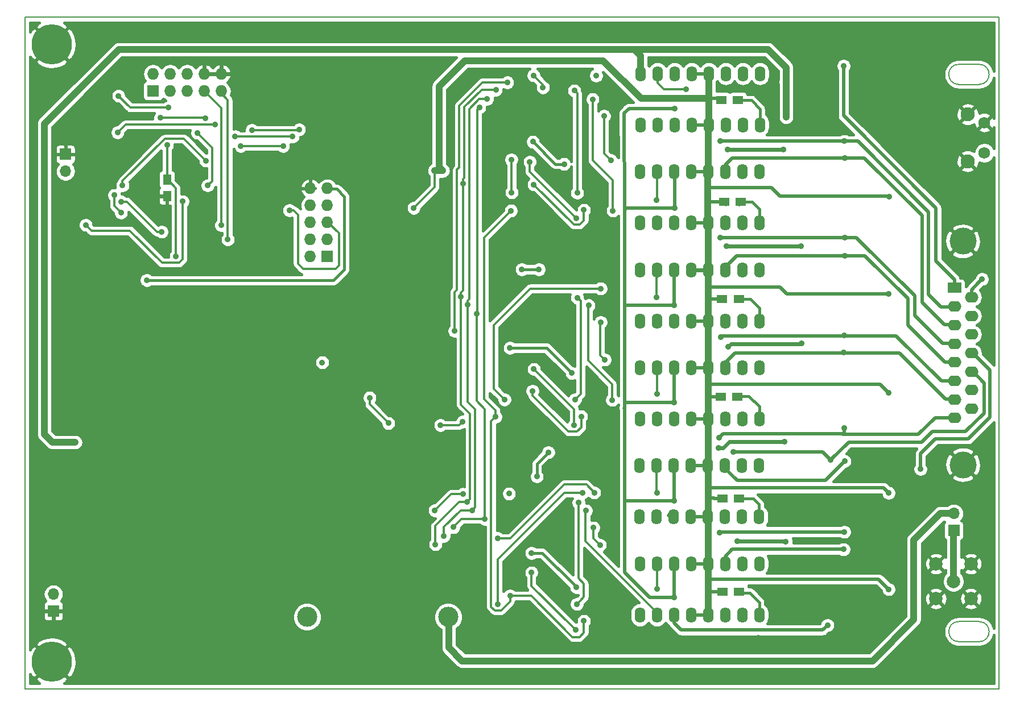
<source format=gbr>
G04 #@! TF.GenerationSoftware,KiCad,Pcbnew,(5.1.2)-1*
G04 #@! TF.CreationDate,2020-05-19T21:26:11+03:00*
G04 #@! TF.ProjectId,switch_controller,73776974-6368-45f6-936f-6e74726f6c6c,rev?*
G04 #@! TF.SameCoordinates,Original*
G04 #@! TF.FileFunction,Copper,L2,Bot*
G04 #@! TF.FilePolarity,Positive*
%FSLAX46Y46*%
G04 Gerber Fmt 4.6, Leading zero omitted, Abs format (unit mm)*
G04 Created by KiCad (PCBNEW (5.1.2)-1) date 2020-05-19 21:26:11*
%MOMM*%
%LPD*%
G04 APERTURE LIST*
%ADD10C,0.150000*%
%ADD11C,4.000000*%
%ADD12R,2.000000X1.600000*%
%ADD13O,2.000000X1.600000*%
%ADD14R,1.727200X1.727200*%
%ADD15O,1.727200X1.727200*%
%ADD16R,1.700000X1.700000*%
%ADD17O,1.700000X1.700000*%
%ADD18C,2.000000*%
%ADD19C,6.000000*%
%ADD20O,1.600000X2.300000*%
%ADD21R,1.500000X1.250000*%
%ADD22C,3.000000*%
%ADD23R,1.250000X1.500000*%
%ADD24C,2.100000*%
%ADD25C,1.750000*%
%ADD26C,0.900000*%
%ADD27C,0.400000*%
%ADD28C,0.600000*%
%ADD29C,1.000000*%
%ADD30C,0.500000*%
%ADD31C,0.300000*%
G04 APERTURE END LIST*
D10*
X204000000Y-140000000D02*
X207000000Y-140000000D01*
X204000000Y-143000000D02*
G75*
G02X204000000Y-140000000I0J1500000D01*
G01*
X204000000Y-143000000D02*
X207000000Y-143000000D01*
X207000000Y-140000000D02*
G75*
G02X207000000Y-143000000I0J-1500000D01*
G01*
X204000000Y-60000000D02*
X207000000Y-60000000D01*
X204000000Y-57000000D02*
X207000000Y-57000000D01*
X204000000Y-60000000D02*
G75*
G02X204000000Y-57000000I0J1500000D01*
G01*
X207000000Y-57000000D02*
G75*
G02X207000000Y-60000000I0J-1500000D01*
G01*
X65000000Y-150000000D02*
X65000000Y-50000000D01*
X210000000Y-150000000D02*
X65000000Y-150000000D01*
X210000000Y-50000000D02*
X210000000Y-150000000D01*
X65000000Y-50000000D02*
X210000000Y-50000000D01*
D11*
X204600000Y-116650000D03*
X204600000Y-83350000D03*
D12*
X203330000Y-90305000D03*
D13*
X203330000Y-93075000D03*
X203330000Y-95845000D03*
X203330000Y-98615000D03*
X203330000Y-101385000D03*
X203330000Y-104155000D03*
X203330000Y-106925000D03*
X203330000Y-109695000D03*
X205870000Y-91690000D03*
X205870000Y-94460000D03*
X205870000Y-97230000D03*
X205870000Y-100000000D03*
X205870000Y-102770000D03*
X205870000Y-105540000D03*
X205870000Y-108310000D03*
D14*
X110000000Y-85625000D03*
D15*
X107460000Y-85625000D03*
X110000000Y-83085000D03*
X107460000Y-83085000D03*
X110000000Y-80545000D03*
X107460000Y-80545000D03*
X110000000Y-78005000D03*
X107460000Y-78005000D03*
X110000000Y-75465000D03*
X107460000Y-75465000D03*
D16*
X71050000Y-70400000D03*
D17*
X71050000Y-72940000D03*
D18*
X203200000Y-134000000D03*
X200600000Y-136600000D03*
X200600000Y-131400000D03*
X205800000Y-131400000D03*
X205800000Y-136600000D03*
D19*
X69000000Y-54000000D03*
X69000000Y-146000000D03*
D20*
X174400000Y-58400000D03*
X171860000Y-58400000D03*
X169320000Y-58400000D03*
X166780000Y-58400000D03*
X164240000Y-58400000D03*
X161700000Y-58400000D03*
X159160000Y-58400000D03*
X156620000Y-58400000D03*
X156620000Y-66020000D03*
X159160000Y-66020000D03*
X161700000Y-66020000D03*
X164240000Y-66020000D03*
X166780000Y-66020000D03*
X169320000Y-66020000D03*
X171860000Y-66020000D03*
X174400000Y-66020000D03*
D14*
X84060000Y-60960000D03*
D15*
X84060000Y-58420000D03*
X86600000Y-60960000D03*
X86600000Y-58420000D03*
X89140000Y-60960000D03*
X89140000Y-58420000D03*
X91680000Y-60960000D03*
X91680000Y-58420000D03*
X94220000Y-60960000D03*
X94220000Y-58420000D03*
D20*
X174280000Y-116800000D03*
X171740000Y-116800000D03*
X169200000Y-116800000D03*
X166660000Y-116800000D03*
X164120000Y-116800000D03*
X161580000Y-116800000D03*
X159040000Y-116800000D03*
X156500000Y-116800000D03*
X156500000Y-124420000D03*
X159040000Y-124420000D03*
X161580000Y-124420000D03*
X164120000Y-124420000D03*
X166660000Y-124420000D03*
X169200000Y-124420000D03*
X171740000Y-124420000D03*
X174280000Y-124420000D03*
D21*
X171150000Y-62300000D03*
X168650000Y-62300000D03*
D20*
X174300000Y-131400000D03*
X171760000Y-131400000D03*
X169220000Y-131400000D03*
X166680000Y-131400000D03*
X164140000Y-131400000D03*
X161600000Y-131400000D03*
X159060000Y-131400000D03*
X156520000Y-131400000D03*
X156520000Y-139020000D03*
X159060000Y-139020000D03*
X161600000Y-139020000D03*
X164140000Y-139020000D03*
X166680000Y-139020000D03*
X169220000Y-139020000D03*
X171760000Y-139020000D03*
X174300000Y-139020000D03*
D16*
X69250000Y-138440000D03*
D17*
X69250000Y-135900000D03*
D22*
X128000000Y-139300000D03*
X107000000Y-139300000D03*
D16*
X203250000Y-126450000D03*
D17*
X203250000Y-123910000D03*
D21*
X171300000Y-135550000D03*
X168800000Y-135550000D03*
X171300000Y-121650000D03*
X168800000Y-121650000D03*
X171050000Y-106500000D03*
X168550000Y-106500000D03*
X171250000Y-92000000D03*
X168750000Y-92000000D03*
X171550000Y-77500000D03*
X169050000Y-77500000D03*
D23*
X86150000Y-74140000D03*
X86150000Y-76640000D03*
D20*
X174300000Y-73000000D03*
X171760000Y-73000000D03*
X169220000Y-73000000D03*
X166680000Y-73000000D03*
X164140000Y-73000000D03*
X161600000Y-73000000D03*
X159060000Y-73000000D03*
X156520000Y-73000000D03*
X156520000Y-80620000D03*
X159060000Y-80620000D03*
X161600000Y-80620000D03*
X164140000Y-80620000D03*
X166680000Y-80620000D03*
X169220000Y-80620000D03*
X171760000Y-80620000D03*
X174300000Y-80620000D03*
X174300000Y-87600000D03*
X171760000Y-87600000D03*
X169220000Y-87600000D03*
X166680000Y-87600000D03*
X164140000Y-87600000D03*
X161600000Y-87600000D03*
X159060000Y-87600000D03*
X156520000Y-87600000D03*
X156520000Y-95220000D03*
X159060000Y-95220000D03*
X161600000Y-95220000D03*
X164140000Y-95220000D03*
X166680000Y-95220000D03*
X169220000Y-95220000D03*
X171760000Y-95220000D03*
X174300000Y-95220000D03*
X174300000Y-102200000D03*
X171760000Y-102200000D03*
X169220000Y-102200000D03*
X166680000Y-102200000D03*
X164140000Y-102200000D03*
X161600000Y-102200000D03*
X159060000Y-102200000D03*
X156520000Y-102200000D03*
X156520000Y-109820000D03*
X159060000Y-109820000D03*
X161600000Y-109820000D03*
X164140000Y-109820000D03*
X166680000Y-109820000D03*
X169220000Y-109820000D03*
X171760000Y-109820000D03*
X174300000Y-109820000D03*
D24*
X205310000Y-71460000D03*
D25*
X207800000Y-70200000D03*
X207800000Y-65700000D03*
D24*
X205310000Y-64450000D03*
D26*
X119150000Y-114200000D03*
X120350000Y-119800000D03*
X140400000Y-129800000D03*
X141200000Y-118400000D03*
X142900000Y-114800000D03*
X146400000Y-103000000D03*
X141500000Y-87550000D03*
X137195000Y-99245000D03*
X147100000Y-134900000D03*
X138950000Y-87550000D03*
X140600000Y-68545000D03*
X109250000Y-101400000D03*
X145249998Y-71850000D03*
X73900000Y-62750000D03*
X95750000Y-106700000D03*
X95700000Y-104750000D03*
X112730000Y-105280000D03*
X120900000Y-103900000D03*
X147600000Y-116800000D03*
X136475000Y-114650000D03*
X148400000Y-87500000D03*
X135900000Y-82700000D03*
X137500000Y-101400000D03*
X76950000Y-103500000D03*
X76950000Y-105450000D03*
X120050000Y-129800000D03*
X143700000Y-59700000D03*
X84150000Y-76790000D03*
X136750000Y-64700000D03*
X72100000Y-92050000D03*
X83400000Y-110400000D03*
X81900000Y-110400000D03*
X80400000Y-110400000D03*
X78900000Y-110400000D03*
X77400000Y-110400000D03*
X75900000Y-110400000D03*
X74400000Y-110400000D03*
X72900000Y-110400000D03*
X71400000Y-110400000D03*
X70000000Y-109750000D03*
X69750000Y-108150000D03*
X69750000Y-106650000D03*
X69750000Y-105150000D03*
X88150000Y-109150000D03*
X88150000Y-107650000D03*
X88150000Y-106150000D03*
X88150000Y-104650000D03*
X88150000Y-103150000D03*
X88000000Y-101650000D03*
X88000000Y-100150000D03*
X88000000Y-98650000D03*
X88000000Y-97150000D03*
X88000000Y-95650000D03*
X88000000Y-94150000D03*
X87400000Y-92650000D03*
X85900000Y-92150000D03*
X84400000Y-92150000D03*
X83000000Y-91475000D03*
X81375000Y-91200000D03*
X79900000Y-91200000D03*
X78550000Y-91200000D03*
X69650000Y-103650000D03*
X69650000Y-102150000D03*
X69650000Y-100650000D03*
X69650000Y-99150000D03*
X69650000Y-97650000D03*
X69500000Y-96250000D03*
X69500000Y-94750000D03*
X70750000Y-93250000D03*
X73900000Y-91150000D03*
X77150000Y-91150000D03*
X89000000Y-111650000D03*
X90500000Y-111650000D03*
X92000000Y-111650000D03*
X93500000Y-111650000D03*
X95000000Y-111650000D03*
X96500000Y-111650000D03*
X98000000Y-111650000D03*
X99500000Y-111650000D03*
X101000000Y-111650000D03*
X102500000Y-111650000D03*
X106000000Y-111400000D03*
X106250000Y-109900000D03*
X106250000Y-108400000D03*
X106250000Y-106900000D03*
X106250000Y-105400000D03*
X106250000Y-103900000D03*
X106250000Y-102400000D03*
X106250000Y-100900000D03*
X106250000Y-99400000D03*
X106250000Y-97900000D03*
X106250000Y-96400000D03*
X106250000Y-94900000D03*
X106250000Y-92400000D03*
X104750000Y-92400000D03*
X103250000Y-92400000D03*
X101750000Y-92400000D03*
X100250000Y-92400000D03*
X97250000Y-92400000D03*
X95750000Y-92400000D03*
X94250000Y-92400000D03*
X92750000Y-92400000D03*
X91250000Y-92400000D03*
X93250000Y-125500000D03*
X75250000Y-122250000D03*
X75250000Y-124000000D03*
X75250000Y-125750000D03*
X85750000Y-134250000D03*
X84250000Y-134250000D03*
X82750000Y-134250000D03*
X102175000Y-145350000D03*
X151500000Y-144250000D03*
X153000000Y-144250000D03*
X154500000Y-144250000D03*
X124250000Y-66775000D03*
X142350000Y-52700000D03*
X140300000Y-52700000D03*
X174150000Y-142450000D03*
X174150000Y-143850000D03*
X73000000Y-57050000D03*
X70400000Y-59550000D03*
X71750000Y-65100000D03*
X102150000Y-102800000D03*
X101900000Y-100900000D03*
X101800000Y-98950000D03*
X101800000Y-96950000D03*
X99300000Y-107200000D03*
X83100000Y-95750000D03*
X83050000Y-97550000D03*
X83000000Y-99650000D03*
X83300000Y-101500000D03*
X80300000Y-106000000D03*
X126625000Y-81975000D03*
X79550000Y-134299944D03*
X76750000Y-134500012D03*
X136600000Y-140325000D03*
X137200000Y-126050000D03*
X137200000Y-95400000D03*
X143150000Y-91900000D03*
X123650000Y-97150000D03*
X148325000Y-84075000D03*
X178300000Y-64875000D03*
X71150000Y-113300000D03*
X177900000Y-69700000D03*
X169399996Y-84100000D03*
X169600000Y-69700000D03*
X178250004Y-128100000D03*
X171000000Y-128049990D03*
X178200006Y-59600000D03*
X168200000Y-114150000D03*
X72500000Y-113300000D03*
X148700000Y-54800000D03*
X169700000Y-99050000D03*
X178300000Y-63700000D03*
X178050000Y-113249998D03*
X180550000Y-98600000D03*
X180499998Y-84100000D03*
X83150000Y-89150000D03*
X88050000Y-73225000D03*
X128599990Y-66725000D03*
X186850000Y-57250000D03*
X161700000Y-63600000D03*
X161700000Y-78399994D03*
X161600002Y-92900000D03*
X161600002Y-107400000D03*
X161600000Y-122000000D03*
X161650000Y-136400000D03*
X170450000Y-114700000D03*
X184950000Y-115950000D03*
X186950000Y-68450000D03*
X168500000Y-68400000D03*
X152200000Y-71300000D03*
X151200000Y-64700000D03*
X187000000Y-70950000D03*
X152500000Y-78800000D03*
X149500000Y-62200000D03*
X187049998Y-82800000D03*
X168500000Y-82825000D03*
X187050000Y-85500000D03*
X168600000Y-97600004D03*
X186950000Y-97400000D03*
X150700000Y-95400000D03*
X151300000Y-101000000D03*
X186850000Y-99950000D03*
X152400000Y-107000000D03*
X148900000Y-92900000D03*
X168350000Y-112649999D03*
X186950000Y-111150000D03*
X207450000Y-89000000D03*
X187000000Y-116100000D03*
X186950000Y-126650000D03*
X168400000Y-126750000D03*
X149615000Y-126035000D03*
X150600000Y-128600000D03*
X186850000Y-129250000D03*
X148504998Y-123495000D03*
X184450000Y-140550000D03*
X198300000Y-117300000D03*
X85350000Y-81950000D03*
X79300000Y-77450000D03*
X94199996Y-80975000D03*
X79300000Y-79100000D03*
X78300010Y-76500000D03*
X92200000Y-75050000D03*
X90650002Y-67200000D03*
X95200000Y-83100000D03*
X103425002Y-69175000D03*
X97125000Y-69175000D03*
X78800000Y-67150000D03*
X93275000Y-65975000D03*
X140150000Y-71550000D03*
X147090000Y-79940000D03*
X146775000Y-60925000D03*
X147200000Y-76150000D03*
X127350000Y-127250000D03*
X133800000Y-62150002D03*
X130874990Y-92815689D03*
X131579628Y-123432428D03*
X128792902Y-125950000D03*
X133449990Y-124750000D03*
X132650010Y-63449996D03*
X132288441Y-94190240D03*
X126100000Y-128500000D03*
X135099998Y-60799998D03*
X129900000Y-91650000D03*
X130224990Y-74750000D03*
X130799969Y-122200000D03*
X140750000Y-102400000D03*
X146740002Y-110740000D03*
X140400000Y-132700000D03*
X146960014Y-141240000D03*
X147200000Y-91750022D03*
X146880000Y-106930000D03*
X147400000Y-122300014D03*
X147149998Y-137400000D03*
X91910000Y-71350000D03*
X79535000Y-75040000D03*
X159100000Y-106100000D03*
X159000000Y-77200000D03*
X163400000Y-60700000D03*
X159000002Y-91700004D03*
X159100000Y-120800000D03*
X159100000Y-135150000D03*
X149750000Y-120800000D03*
X135350000Y-127600000D03*
X86150000Y-69050010D03*
X87475002Y-85600000D03*
X78925000Y-61700000D03*
X86350000Y-63450000D03*
X193600000Y-76750000D03*
X193550000Y-91200000D03*
X193550000Y-135200000D03*
X193550000Y-105950000D03*
X193550000Y-120850000D03*
X125975000Y-72825000D03*
X127200000Y-72850000D03*
X122875000Y-78400000D03*
X104350000Y-78750000D03*
X136800000Y-59700000D03*
X128950010Y-96700000D03*
X137054998Y-120955000D03*
X126000000Y-123450000D03*
X130199958Y-121000000D03*
X150021759Y-58678241D03*
X137450000Y-76100000D03*
X137400000Y-71200000D03*
X142100000Y-60450000D03*
X140700000Y-58650000D03*
X150700000Y-90400000D03*
X136379998Y-106930000D03*
X135400000Y-137400002D03*
X148000000Y-120800002D03*
X137200000Y-136150000D03*
X148200000Y-139900000D03*
X135050000Y-109500000D03*
X140550000Y-105650000D03*
X147800000Y-109450000D03*
X130150000Y-110250000D03*
X126850000Y-110750000D03*
X119100000Y-110450000D03*
X116300000Y-106650000D03*
X137350000Y-78800000D03*
X140728248Y-74921752D03*
X148200000Y-78700000D03*
X88475000Y-77425000D03*
X74050000Y-80925000D03*
X104850000Y-67775000D03*
X96275000Y-67750000D03*
X85175000Y-64975000D03*
X98800000Y-66800000D03*
X105800000Y-66725000D03*
X91900000Y-65000000D03*
D27*
X141200000Y-116500000D02*
X141200000Y-118400000D01*
X142900000Y-114800000D02*
X141200000Y-116500000D01*
X146400000Y-103000000D02*
X146400000Y-103100000D01*
X174300000Y-78600000D02*
X174300000Y-81220000D01*
X173200000Y-77500000D02*
X174300000Y-78600000D01*
X171300000Y-77900000D02*
X171700000Y-77500000D01*
X171700000Y-77500000D02*
X173200000Y-77500000D01*
X174300000Y-93300000D02*
X174300000Y-95200000D01*
X171250000Y-92000000D02*
X173000000Y-92000000D01*
X173000000Y-92000000D02*
X174300000Y-93300000D01*
X171300000Y-106400000D02*
X171100000Y-106600000D01*
X172700000Y-106400000D02*
X171300000Y-106400000D01*
X174300000Y-109820000D02*
X174300000Y-108000000D01*
X174300000Y-108000000D02*
X172700000Y-106400000D01*
X172850000Y-135700000D02*
X171450000Y-135700000D01*
X174300000Y-139020000D02*
X174300000Y-137150000D01*
X174300000Y-137150000D02*
X172850000Y-135700000D01*
X174400000Y-66020000D02*
X174400000Y-63650000D01*
X174400000Y-63650000D02*
X173100000Y-62350000D01*
X173100000Y-62350000D02*
X171350000Y-62350000D01*
X171300000Y-121650000D02*
X173400000Y-121650000D01*
X173400000Y-121650000D02*
X174250000Y-122500000D01*
X174250000Y-122500000D02*
X174250000Y-124250000D01*
X146400000Y-103000000D02*
X142645000Y-99245000D01*
X142645000Y-99245000D02*
X137902106Y-99245000D01*
X137902106Y-99245000D02*
X137195000Y-99245000D01*
X140400000Y-129800000D02*
X142000000Y-129800000D01*
X142000000Y-129800000D02*
X146600001Y-134400001D01*
X146600001Y-134400001D02*
X147100000Y-134900000D01*
X141500000Y-87550000D02*
X138950000Y-87550000D01*
X140600000Y-68545000D02*
X143905000Y-71850000D01*
X143905000Y-71850000D02*
X144542892Y-71850000D01*
X144542892Y-71850000D02*
X145249998Y-71850000D01*
D28*
X177192894Y-69700000D02*
X169600000Y-69700000D01*
X177900000Y-69700000D02*
X177192894Y-69700000D01*
X171000010Y-128050000D02*
X171000000Y-128049990D01*
X178250004Y-128100000D02*
X178200004Y-128050000D01*
X178200004Y-128050000D02*
X171000010Y-128050000D01*
D29*
X78950000Y-54800000D02*
X147700000Y-54800000D01*
X72500000Y-113300000D02*
X69100000Y-113300000D01*
X67900000Y-65850000D02*
X78950000Y-54800000D01*
X69100000Y-113300000D02*
X67900000Y-112100000D01*
X67900000Y-112100000D02*
X67900000Y-65850000D01*
X155700000Y-54800000D02*
X156600000Y-55700000D01*
X156600000Y-55700000D02*
X156600000Y-58600000D01*
X147700000Y-54800000D02*
X148700000Y-54800000D01*
X148700000Y-54800000D02*
X155700000Y-54800000D01*
X178300000Y-57500000D02*
X178300000Y-62992894D01*
X178300000Y-62992894D02*
X178300000Y-63700000D01*
X175600000Y-54800000D02*
X178300000Y-57500000D01*
X155700000Y-54800000D02*
X175600000Y-54800000D01*
D28*
X168200000Y-114150000D02*
X168907106Y-114150000D01*
X168907106Y-114150000D02*
X169807108Y-113249998D01*
X177342894Y-113249998D02*
X178050000Y-113249998D01*
X169807108Y-113249998D02*
X177342894Y-113249998D01*
X180500000Y-98650000D02*
X180550000Y-98600000D01*
X169700000Y-99050000D02*
X170100000Y-98650000D01*
X170100000Y-98650000D02*
X180500000Y-98650000D01*
X170107102Y-84100000D02*
X180499998Y-84100000D01*
X169399996Y-84100000D02*
X170107102Y-84100000D01*
D29*
X178300000Y-63700000D02*
X178300000Y-64875000D01*
D27*
X83200000Y-89200000D02*
X83150000Y-89150000D01*
X108900000Y-89200000D02*
X83200000Y-89200000D01*
X107840000Y-75480000D02*
X108180000Y-75480000D01*
X108900000Y-89200000D02*
X110875000Y-89200000D01*
X110875000Y-89200000D02*
X112550000Y-87525000D01*
X112550000Y-87525000D02*
X112550000Y-76725000D01*
X112550000Y-76725000D02*
X111400000Y-75575000D01*
X111400000Y-75575000D02*
X110025000Y-75575000D01*
D30*
X186850000Y-64650000D02*
X186850000Y-57250000D01*
X200600000Y-78400000D02*
X186850000Y-64650000D01*
X200600000Y-86318000D02*
X200600000Y-78400000D01*
X203330000Y-90348000D02*
X203330000Y-89048000D01*
X203330000Y-89048000D02*
X200600000Y-86318000D01*
X154300000Y-108100000D02*
X154300000Y-109300000D01*
X154200000Y-108200000D02*
X154300000Y-108100000D01*
X154300000Y-78700000D02*
X154300000Y-78700000D01*
X154200000Y-64300000D02*
X154300000Y-78700000D01*
X161700000Y-63600000D02*
X154900000Y-63600000D01*
X154900000Y-63600000D02*
X154200000Y-64300000D01*
X161700000Y-77692888D02*
X161700000Y-78399994D01*
X160992894Y-78399994D02*
X161700000Y-78399994D01*
X161700000Y-73700000D02*
X161700000Y-77692888D01*
X154300000Y-78700000D02*
X154600006Y-78399994D01*
X161600000Y-73600000D02*
X161700000Y-73700000D01*
X154600006Y-78399994D02*
X160992894Y-78399994D01*
X161600000Y-88700000D02*
X161600002Y-88700002D01*
X161600002Y-88700002D02*
X161600002Y-92192894D01*
X161600002Y-92192894D02*
X161600002Y-92900000D01*
X160892896Y-92900000D02*
X161600002Y-92900000D01*
X154300000Y-92900000D02*
X160892896Y-92900000D01*
X154300000Y-94200000D02*
X154300000Y-108100000D01*
X154300000Y-78700000D02*
X154300000Y-94200000D01*
X161600000Y-107399998D02*
X161600002Y-107400000D01*
X161600000Y-102200000D02*
X161600000Y-107399998D01*
X160892896Y-107400000D02*
X161600002Y-107400000D01*
X154300000Y-109300000D02*
X154300000Y-107400000D01*
X154300000Y-107400000D02*
X160892896Y-107400000D01*
X154400000Y-122000000D02*
X154300000Y-122100000D01*
X161600000Y-122000000D02*
X154400000Y-122000000D01*
X154300000Y-109300000D02*
X154300000Y-122100000D01*
X161600000Y-122000000D02*
X161600000Y-116700000D01*
X161650000Y-136400000D02*
X161650000Y-131300000D01*
X154300000Y-123200000D02*
X154300000Y-122100000D01*
X154300000Y-132700000D02*
X154300000Y-123200000D01*
X161650000Y-136400000D02*
X158000000Y-136400000D01*
X158000000Y-136400000D02*
X154300000Y-132700000D01*
X170450000Y-114700000D02*
X183650000Y-114700000D01*
X183650000Y-114700000D02*
X183700000Y-114700000D01*
X183700000Y-114700000D02*
X184950000Y-115950000D01*
X206070000Y-102743200D02*
X205870000Y-102743200D01*
X207800000Y-104473200D02*
X206070000Y-102743200D01*
X207800000Y-109004000D02*
X207800000Y-104473200D01*
X184950000Y-115950000D02*
X187600000Y-113300000D01*
X198450000Y-113300000D02*
X200050000Y-111700000D01*
X200050000Y-111700000D02*
X204995833Y-111700000D01*
X187600000Y-113300000D02*
X198450000Y-113300000D01*
X204995833Y-111700000D02*
X205095833Y-111600000D01*
X205095833Y-111600000D02*
X207800000Y-109004000D01*
X201342000Y-93142000D02*
X203330000Y-93142000D01*
X199500000Y-91300000D02*
X201342000Y-93142000D01*
X199500000Y-79000000D02*
X199500000Y-91300000D01*
X186950000Y-68450000D02*
X188950000Y-68450000D01*
X188950000Y-68450000D02*
X199500000Y-79000000D01*
X186950000Y-68450000D02*
X168550000Y-68450000D01*
X168550000Y-68450000D02*
X168500000Y-68400000D01*
D31*
X151200000Y-64700000D02*
X151200000Y-70300000D01*
X151200000Y-70300000D02*
X152200000Y-71300000D01*
D30*
X169220000Y-71980000D02*
X169220000Y-73600000D01*
X201830000Y-95809000D02*
X198500000Y-92479000D01*
X203330000Y-95809000D02*
X201830000Y-95809000D01*
X198500000Y-92479000D02*
X198500000Y-79550000D01*
X198500000Y-79550000D02*
X189899998Y-70949998D01*
X189899998Y-70949998D02*
X170250002Y-70949998D01*
X170250002Y-70949998D02*
X169220000Y-71980000D01*
D31*
X149500000Y-62200000D02*
X149500000Y-71300000D01*
X152500000Y-74300000D02*
X152500000Y-78800000D01*
X149500000Y-71300000D02*
X152500000Y-74300000D01*
D30*
X161600000Y-80620000D02*
X161600000Y-80970000D01*
X187757104Y-82800000D02*
X187049998Y-82800000D01*
X188750000Y-82800000D02*
X187757104Y-82800000D01*
X197400000Y-91450000D02*
X188750000Y-82800000D01*
X197400000Y-94400000D02*
X197400000Y-91450000D01*
X203330000Y-98603000D02*
X201603000Y-98603000D01*
X201603000Y-98603000D02*
X197400000Y-94400000D01*
X187049998Y-82800000D02*
X168525000Y-82800000D01*
X168525000Y-82800000D02*
X168500000Y-82825000D01*
X201947000Y-101397000D02*
X203330000Y-101397000D01*
X169220000Y-87250000D02*
X170970000Y-85500000D01*
X169220000Y-87600000D02*
X169220000Y-87250000D01*
X170970000Y-85500000D02*
X190000000Y-85500000D01*
X190000000Y-85500000D02*
X196400000Y-91900000D01*
X196400000Y-91900000D02*
X196400000Y-95850000D01*
X196400000Y-95850000D02*
X201947000Y-101397000D01*
X168750004Y-97450000D02*
X168600000Y-97600004D01*
X194650000Y-97450000D02*
X168750004Y-97450000D01*
X203330000Y-104191000D02*
X201391000Y-104191000D01*
X201391000Y-104191000D02*
X194650000Y-97450000D01*
D31*
X150700000Y-95400000D02*
X150600000Y-95500000D01*
X150600000Y-95500000D02*
X150600000Y-100300000D01*
X150600000Y-100300000D02*
X151300000Y-101000000D01*
D30*
X202008000Y-106858000D02*
X203330000Y-106858000D01*
X195150000Y-100000000D02*
X202008000Y-106858000D01*
X170650000Y-100000000D02*
X195150000Y-100000000D01*
X169220000Y-102200000D02*
X169220000Y-101430000D01*
X169220000Y-101430000D02*
X170650000Y-100000000D01*
D31*
X152400000Y-104700000D02*
X152400000Y-107000000D01*
X148800000Y-101100000D02*
X152400000Y-104700000D01*
X148900000Y-92900000D02*
X148800000Y-93000000D01*
X148800000Y-93000000D02*
X148800000Y-101100000D01*
D30*
X186950000Y-111950000D02*
X186750000Y-112150000D01*
X186950000Y-111150000D02*
X186950000Y-111950000D01*
X197950000Y-112150000D02*
X186750000Y-112150000D01*
X203330000Y-109652000D02*
X200448000Y-109652000D01*
X200448000Y-109652000D02*
X197950000Y-112150000D01*
X186750000Y-112150000D02*
X186599995Y-111999995D01*
X186599995Y-111999995D02*
X169000004Y-111999995D01*
X168849999Y-112150000D02*
X168350000Y-112649999D01*
X169000004Y-111999995D02*
X168849999Y-112150000D01*
X169200000Y-116800000D02*
X169200000Y-116450000D01*
X205870000Y-90580000D02*
X206950001Y-89499999D01*
X206950001Y-89499999D02*
X207450000Y-89000000D01*
X205870000Y-91922800D02*
X205870000Y-90580000D01*
X184150000Y-118950000D02*
X186500001Y-116599999D01*
X186500001Y-116599999D02*
X187000000Y-116100000D01*
X171000000Y-118950000D02*
X184150000Y-118950000D01*
X169200000Y-117150000D02*
X171000000Y-118950000D01*
X169200000Y-116800000D02*
X169200000Y-117150000D01*
X161600000Y-124000000D02*
X161000000Y-124000000D01*
X161550000Y-124050000D02*
X161600000Y-124000000D01*
X161000000Y-124000000D02*
X160800000Y-124200000D01*
X186000000Y-126650000D02*
X168500000Y-126650000D01*
X168500000Y-126650000D02*
X168400000Y-126750000D01*
X186000000Y-126650000D02*
X186950000Y-126650000D01*
D31*
X149615000Y-127615000D02*
X150100001Y-128100001D01*
X150100001Y-128100001D02*
X150600000Y-128600000D01*
X149615000Y-126035000D02*
X149615000Y-127615000D01*
D30*
X185542894Y-129250000D02*
X186250000Y-129250000D01*
X170300000Y-129250000D02*
X185542894Y-129250000D01*
X169220000Y-131400000D02*
X169220000Y-130330000D01*
X169220000Y-130330000D02*
X170300000Y-129250000D01*
X186250000Y-129250000D02*
X186957106Y-129250000D01*
D31*
X148450000Y-123549998D02*
X148504998Y-123495000D01*
X148450000Y-128060000D02*
X148450000Y-123549998D01*
X159060000Y-139020000D02*
X159060000Y-138670000D01*
X159060000Y-138670000D02*
X148450000Y-128060000D01*
D30*
X161600000Y-138800000D02*
X161100000Y-138800000D01*
X161650000Y-140250000D02*
X161650000Y-138800000D01*
X162650000Y-141250000D02*
X161650000Y-140250000D01*
X184450000Y-140550000D02*
X183750000Y-141250000D01*
X183750000Y-141250000D02*
X162650000Y-141250000D01*
X198300000Y-115000000D02*
X198300000Y-117300000D01*
X206070000Y-100000000D02*
X208650000Y-102580000D01*
X205870000Y-100000000D02*
X206070000Y-100000000D01*
X208650000Y-102580000D02*
X208650000Y-109550000D01*
X208650000Y-109550000D02*
X205400000Y-112800000D01*
X205400000Y-112800000D02*
X200500000Y-112800000D01*
X200500000Y-112800000D02*
X198300000Y-115000000D01*
D29*
X203200000Y-134000000D02*
X203200000Y-128900000D01*
X203200000Y-128900000D02*
X203200000Y-126300000D01*
D31*
X80150000Y-77450000D02*
X79300000Y-77450000D01*
X85350000Y-81950000D02*
X84650000Y-81950000D01*
X84650000Y-81950000D02*
X80150000Y-77450000D01*
X94200002Y-63480002D02*
X94200002Y-67082002D01*
X91680000Y-60960000D02*
X94200002Y-63480002D01*
X94200002Y-67082002D02*
X94199996Y-67082008D01*
X94199996Y-80338604D02*
X94199996Y-80975000D01*
X94199996Y-67082008D02*
X94199996Y-80338604D01*
X78300010Y-77136396D02*
X78300010Y-76500000D01*
X78300010Y-78100010D02*
X78300010Y-77136396D01*
X79300000Y-79100000D02*
X78300010Y-78100010D01*
X92200000Y-75050000D02*
X92860001Y-74389999D01*
X92860001Y-74389999D02*
X92860001Y-69409999D01*
X92860001Y-69409999D02*
X91100001Y-67649999D01*
X91100001Y-67649999D02*
X90650002Y-67200000D01*
X95200000Y-82392894D02*
X95200000Y-83100000D01*
X95200000Y-62300000D02*
X95200000Y-82392894D01*
X94230000Y-61330000D02*
X95200000Y-62300000D01*
X94220000Y-60960000D02*
X93850000Y-61330000D01*
X93850000Y-61330000D02*
X94230000Y-61330000D01*
X103425002Y-69175000D02*
X97125000Y-69175000D01*
X79975000Y-65975000D02*
X92638604Y-65975000D01*
X92638604Y-65975000D02*
X93275000Y-65975000D01*
X78800000Y-67150000D02*
X79975000Y-65975000D01*
X140150000Y-71550000D02*
X140150000Y-73000000D01*
X140150000Y-73000000D02*
X146590001Y-79440001D01*
X146590001Y-79440001D02*
X147090000Y-79940000D01*
X147200000Y-61350000D02*
X146775000Y-60925000D01*
X147200000Y-76150000D02*
X147200000Y-61350000D01*
X130874990Y-92179293D02*
X130874990Y-92815689D01*
X131125000Y-91929283D02*
X130874990Y-92179293D01*
X131125000Y-63650000D02*
X131125000Y-91929283D01*
X133800000Y-62150002D02*
X132624998Y-62150002D01*
X132624998Y-62150002D02*
X131125000Y-63650000D01*
X130943232Y-123432428D02*
X131579628Y-123432428D01*
X129867572Y-123432428D02*
X130943232Y-123432428D01*
X127350000Y-125950000D02*
X129867572Y-123432428D01*
X127350000Y-127250000D02*
X127350000Y-125950000D01*
X132029627Y-122982429D02*
X131579628Y-123432428D01*
X132029627Y-108404627D02*
X132029627Y-122982429D01*
X130874990Y-92815689D02*
X130874990Y-107249990D01*
X130874990Y-107249990D02*
X132029627Y-108404627D01*
X132742884Y-124750000D02*
X133449990Y-124750000D01*
X129992902Y-124750000D02*
X132742884Y-124750000D01*
X128792902Y-125950000D02*
X129992902Y-124750000D01*
X132225000Y-94253681D02*
X132288441Y-94190240D01*
X132225000Y-107150000D02*
X132225000Y-94253681D01*
X133449990Y-124750000D02*
X133449990Y-108374990D01*
X133449990Y-108374990D02*
X132225000Y-107150000D01*
X132300000Y-94178681D02*
X132288441Y-94190240D01*
X132650010Y-63449996D02*
X132300000Y-63800006D01*
X132300000Y-63800006D02*
X132300000Y-94178681D01*
X129900000Y-91650000D02*
X129900000Y-91013604D01*
X130224990Y-75386396D02*
X130224990Y-74750000D01*
X130224990Y-90688614D02*
X130224990Y-75386396D01*
X129900000Y-91013604D02*
X130224990Y-90688614D01*
X131249968Y-121750001D02*
X130799969Y-122200000D01*
X131249968Y-109024968D02*
X131249968Y-121750001D01*
X129900000Y-91650000D02*
X129900000Y-107675000D01*
X129900000Y-107675000D02*
X131249968Y-109024968D01*
X130224990Y-74113604D02*
X130224990Y-74750000D01*
X130425000Y-73913594D02*
X130224990Y-74113604D01*
X130425000Y-63375000D02*
X130425000Y-73913594D01*
X135099998Y-60799998D02*
X133000002Y-60799998D01*
X133000002Y-60799998D02*
X130425000Y-63375000D01*
X129650000Y-122200000D02*
X130799969Y-122200000D01*
X126100000Y-128500000D02*
X126100000Y-125750000D01*
X126100000Y-125750000D02*
X129650000Y-122200000D01*
X146740002Y-108390002D02*
X146740002Y-110032894D01*
X146740002Y-110032894D02*
X146740002Y-110740000D01*
X140750000Y-102400000D02*
X146740002Y-108390002D01*
X140400000Y-132700000D02*
X140400000Y-134679986D01*
X140400000Y-134679986D02*
X146460015Y-140740001D01*
X146460015Y-140740001D02*
X146960014Y-141240000D01*
X147200000Y-91750022D02*
X147699999Y-92250021D01*
X147699999Y-92250021D02*
X147699999Y-106110001D01*
X147699999Y-106110001D02*
X147379999Y-106430001D01*
X147379999Y-106430001D02*
X146880000Y-106930000D01*
X148200000Y-136349998D02*
X147649997Y-136900001D01*
X147649997Y-136900001D02*
X147149998Y-137400000D01*
X147400000Y-133550000D02*
X148200000Y-134350000D01*
X147400000Y-122300014D02*
X147400000Y-133550000D01*
X148200000Y-134350000D02*
X148200000Y-136349998D01*
X79535000Y-74378604D02*
X79535000Y-74403604D01*
X79535000Y-74403604D02*
X79535000Y-75040000D01*
X88660000Y-68100000D02*
X85813604Y-68100000D01*
X91910000Y-71350000D02*
X88660000Y-68100000D01*
X85813604Y-68100000D02*
X79535000Y-74378604D01*
X159060000Y-77140000D02*
X159060000Y-73600000D01*
X159000000Y-77200000D02*
X159060000Y-77140000D01*
X159160000Y-58400000D02*
X159200000Y-59800000D01*
X160100000Y-60700000D02*
X163400000Y-60700000D01*
X159200000Y-59800000D02*
X160100000Y-60700000D01*
X159000002Y-90992898D02*
X159000002Y-91700004D01*
X159060000Y-88700000D02*
X159000002Y-88759998D01*
X159000002Y-88759998D02*
X159000002Y-90992898D01*
X159060000Y-106060000D02*
X159100000Y-106100000D01*
X159060000Y-102200000D02*
X159060000Y-106060000D01*
X159040000Y-120740000D02*
X159100000Y-120800000D01*
X159040000Y-116800000D02*
X159040000Y-120740000D01*
X159060000Y-131400000D02*
X159060000Y-135110000D01*
X159060000Y-135110000D02*
X159100000Y-135150000D01*
X136057106Y-127600000D02*
X135350000Y-127600000D01*
X145257106Y-119600000D02*
X137257106Y-127600000D01*
X137257106Y-127600000D02*
X136057106Y-127600000D01*
X148550000Y-119600000D02*
X145257106Y-119600000D01*
X149750000Y-120800000D02*
X148550000Y-119600000D01*
X86150000Y-74140000D02*
X86150000Y-69050010D01*
X87475002Y-75450002D02*
X87475002Y-84892894D01*
X87475002Y-84892894D02*
X87475002Y-85600000D01*
X86150000Y-74125000D02*
X87475002Y-75450002D01*
X78925000Y-61700000D02*
X80675000Y-63450000D01*
X80675000Y-63450000D02*
X86350000Y-63450000D01*
D29*
X201240000Y-123910000D02*
X197300000Y-127850000D01*
X203250000Y-123910000D02*
X201240000Y-123910000D01*
X197300000Y-127850000D02*
X197300000Y-139700000D01*
X197300000Y-139700000D02*
X191150000Y-145850000D01*
X191150000Y-145850000D02*
X130050000Y-145850000D01*
X128100000Y-143900000D02*
X128100000Y-139450000D01*
X130050000Y-145850000D02*
X128100000Y-143900000D01*
X166680000Y-138820000D02*
X166680000Y-136000000D01*
X166680000Y-111320000D02*
X166680000Y-118700000D01*
X166680000Y-96320000D02*
X166680000Y-103700000D01*
X166680000Y-107380000D02*
X166680000Y-111320000D01*
X166680000Y-81220000D02*
X166680000Y-88700000D01*
X166680000Y-88700000D02*
X166680000Y-91200000D01*
X166680000Y-93920000D02*
X166680000Y-96320000D01*
D30*
X164240000Y-66020000D02*
X166780000Y-66020000D01*
D29*
X166780000Y-66020000D02*
X166780000Y-63100000D01*
X166780000Y-63100000D02*
X166780000Y-62100000D01*
X166780000Y-62100000D02*
X166780000Y-60980000D01*
X166780000Y-60980000D02*
X166780000Y-60700000D01*
X166780000Y-60700000D02*
X166780000Y-58400000D01*
D30*
X164240000Y-58400000D02*
X166780000Y-58400000D01*
D29*
X166680000Y-65620000D02*
X166680000Y-72150000D01*
D30*
X166680000Y-72150000D02*
X166680000Y-73600000D01*
X166780000Y-65520000D02*
X166680000Y-65620000D01*
X164200000Y-81080000D02*
X164340000Y-81220000D01*
X169300000Y-77900000D02*
X169000000Y-77600000D01*
X165440000Y-80620000D02*
X165460000Y-80600000D01*
X164140000Y-80620000D02*
X165440000Y-80620000D01*
X165460000Y-80600000D02*
X166700000Y-80600000D01*
D28*
X166680000Y-87600000D02*
X164100000Y-87600000D01*
D30*
X166680000Y-90200000D02*
X166680000Y-91200000D01*
X174000000Y-90200000D02*
X166680000Y-90200000D01*
X166900000Y-92000000D02*
X166680000Y-92220000D01*
X168750000Y-92000000D02*
X166900000Y-92000000D01*
D29*
X166680000Y-91200000D02*
X166680000Y-92220000D01*
X166680000Y-92220000D02*
X166680000Y-93920000D01*
D30*
X166680000Y-102200000D02*
X164200000Y-102200000D01*
D29*
X166680000Y-106420000D02*
X166680000Y-107380000D01*
X166680000Y-105900000D02*
X166680000Y-106420000D01*
D30*
X168400000Y-106500000D02*
X168480000Y-106420000D01*
X166680000Y-106420000D02*
X166760000Y-106500000D01*
X166760000Y-106500000D02*
X168400000Y-106500000D01*
X164140000Y-109820000D02*
X166480000Y-109820000D01*
X164120000Y-116800000D02*
X165420000Y-116800000D01*
X165420000Y-116800000D02*
X166800000Y-116800000D01*
D29*
X166680000Y-120780000D02*
X166680000Y-121200000D01*
D30*
X166900000Y-135550000D02*
X166680000Y-135770000D01*
X168800000Y-135550000D02*
X166900000Y-135550000D01*
X166680000Y-136000000D02*
X166680000Y-135770000D01*
D29*
X166680000Y-135770000D02*
X166680000Y-133700000D01*
D30*
X166680000Y-139020000D02*
X164220000Y-139020000D01*
X166680000Y-131400000D02*
X164250000Y-131400000D01*
X166660000Y-124420000D02*
X165360000Y-124420000D01*
X164120000Y-124420000D02*
X165360000Y-124420000D01*
X164140000Y-73000000D02*
X165440000Y-73000000D01*
X165440000Y-73000000D02*
X166600000Y-73000000D01*
D29*
X166600000Y-77700000D02*
X166600000Y-80450000D01*
X166600000Y-73000000D02*
X166600000Y-75250000D01*
X166600000Y-75250000D02*
X166600000Y-77700000D01*
D30*
X166800000Y-77500000D02*
X166600000Y-77700000D01*
X169050000Y-77500000D02*
X166800000Y-77500000D01*
X166780000Y-62100000D02*
X168300000Y-62100000D01*
X193500000Y-76650000D02*
X193600000Y-76750000D01*
X177350000Y-76650000D02*
X193500000Y-76650000D01*
X176100000Y-75400000D02*
X177350000Y-76650000D01*
X166600000Y-75250000D02*
X166750000Y-75400000D01*
X166750000Y-75400000D02*
X176100000Y-75400000D01*
X174000000Y-90200000D02*
X177350000Y-90200000D01*
X177350000Y-90200000D02*
X178350000Y-91200000D01*
X178350000Y-91200000D02*
X193700000Y-91200000D01*
X167530000Y-121630000D02*
X166680000Y-121630000D01*
X167550000Y-121650000D02*
X167530000Y-121630000D01*
X168800000Y-121650000D02*
X167550000Y-121650000D01*
D29*
X166680000Y-121200000D02*
X166680000Y-121630000D01*
X166680000Y-121630000D02*
X166680000Y-122680000D01*
X166680000Y-122680000D02*
X166680000Y-126320000D01*
X166680000Y-126320000D02*
X166680000Y-133700000D01*
D30*
X165380000Y-95220000D02*
X165300000Y-95300000D01*
X166680000Y-95220000D02*
X165380000Y-95220000D01*
X165300000Y-95300000D02*
X164150000Y-95300000D01*
X166680000Y-133700000D02*
X192050000Y-133700000D01*
X193050001Y-134700001D02*
X193550000Y-135200000D01*
X192050000Y-133700000D02*
X193050001Y-134700001D01*
X167110000Y-104700000D02*
X166680000Y-105130000D01*
X192300000Y-104700000D02*
X167110000Y-104700000D01*
X193550000Y-105950000D02*
X192300000Y-104700000D01*
D29*
X166680000Y-103700000D02*
X166680000Y-105130000D01*
X166680000Y-105130000D02*
X166680000Y-105900000D01*
D30*
X167100000Y-120100000D02*
X166680000Y-120520000D01*
X192800000Y-120100000D02*
X167100000Y-120100000D01*
X193550000Y-120850000D02*
X192800000Y-120100000D01*
D29*
X166680000Y-118700000D02*
X166680000Y-120520000D01*
X166680000Y-120520000D02*
X166680000Y-120780000D01*
X126625000Y-72275000D02*
X127200000Y-72850000D01*
X126625000Y-60275000D02*
X126625000Y-72275000D01*
X130450000Y-56450000D02*
X126625000Y-60275000D01*
X151025000Y-56450000D02*
X130450000Y-56450000D01*
X166780000Y-62100000D02*
X156675000Y-62100000D01*
X156675000Y-62100000D02*
X151025000Y-56450000D01*
D31*
X125975000Y-72825000D02*
X125975000Y-75300000D01*
X125975000Y-75300000D02*
X123374999Y-77900001D01*
X123374999Y-77900001D02*
X122875000Y-78400000D01*
D29*
X126000000Y-72850000D02*
X125975000Y-72825000D01*
X127200000Y-72850000D02*
X126000000Y-72850000D01*
D31*
X104986396Y-78750000D02*
X105625000Y-79388604D01*
X104350000Y-78750000D02*
X104986396Y-78750000D01*
X105625000Y-79388604D02*
X105625000Y-86700000D01*
X105625000Y-86700000D02*
X106400000Y-87475000D01*
X106400000Y-87475000D02*
X111225000Y-87475000D01*
X111225000Y-87475000D02*
X111725000Y-86975000D01*
X111725000Y-86975000D02*
X111725000Y-82150000D01*
X111725000Y-82150000D02*
X110100000Y-80525000D01*
X128950010Y-96063604D02*
X128950010Y-96700000D01*
X128950010Y-90949990D02*
X128950010Y-96063604D01*
X133100000Y-59700000D02*
X129600000Y-63200000D01*
X136800000Y-59700000D02*
X133100000Y-59700000D01*
X129600000Y-63200000D02*
X129600000Y-72400000D01*
X129600000Y-72400000D02*
X129324988Y-72675012D01*
X129324988Y-72675012D02*
X129324988Y-90575012D01*
X129324988Y-90575012D02*
X128950010Y-90949990D01*
X129563562Y-121000000D02*
X130199958Y-121000000D01*
X128450000Y-121000000D02*
X129563562Y-121000000D01*
X126000000Y-123450000D02*
X128450000Y-121000000D01*
X137450000Y-76100000D02*
X137450000Y-71250000D01*
X137450000Y-71250000D02*
X137400000Y-71200000D01*
X142100000Y-60450000D02*
X142100000Y-60050000D01*
X142100000Y-60050000D02*
X140700000Y-58650000D01*
X134750022Y-95846977D02*
X134750022Y-105300024D01*
X134750022Y-105300024D02*
X135929999Y-106480001D01*
X140196999Y-90400000D02*
X134750022Y-95846977D01*
X150700000Y-90400000D02*
X140196999Y-90400000D01*
X135929999Y-106480001D02*
X136379998Y-106930000D01*
X145299998Y-120800002D02*
X148000000Y-120800002D01*
X135400000Y-137400002D02*
X135400000Y-130700000D01*
X135400000Y-130700000D02*
X145299998Y-120800002D01*
X137200000Y-136150000D02*
X140350000Y-136150000D01*
X140350000Y-136150000D02*
X146500000Y-142300000D01*
X146500000Y-142300000D02*
X147550000Y-142300000D01*
X147550000Y-142300000D02*
X148200000Y-141650000D01*
X148200000Y-141650000D02*
X148200000Y-139900000D01*
X140550000Y-105650000D02*
X140550000Y-106357106D01*
X140550000Y-106357106D02*
X145892896Y-111700002D01*
X147800000Y-110157106D02*
X147800000Y-109450000D01*
X147800000Y-111086004D02*
X147800000Y-110157106D01*
X147186002Y-111700002D02*
X147800000Y-111086004D01*
X145892896Y-111700002D02*
X147186002Y-111700002D01*
X130150000Y-110250000D02*
X129650000Y-110750000D01*
X129650000Y-110750000D02*
X126850000Y-110750000D01*
X119100000Y-110450000D02*
X116300000Y-107650000D01*
X116300000Y-107650000D02*
X116300000Y-106650000D01*
X148200000Y-80236002D02*
X148200000Y-78700000D01*
X147546001Y-80890001D02*
X148200000Y-80236002D01*
X140728248Y-74921752D02*
X146696497Y-80890001D01*
X146696497Y-80890001D02*
X147546001Y-80890001D01*
X134400000Y-110150000D02*
X135050000Y-109500000D01*
X134943999Y-138350003D02*
X134400000Y-137806004D01*
X137200000Y-137006004D02*
X135856001Y-138350003D01*
X134400000Y-137806004D02*
X134400000Y-110150000D01*
X135856001Y-138350003D02*
X134943999Y-138350003D01*
X137200000Y-136150000D02*
X137200000Y-137006004D01*
X136900001Y-79249999D02*
X137350000Y-78800000D01*
X133350011Y-82799989D02*
X136900001Y-79249999D01*
X133350011Y-106875011D02*
X133350011Y-82799989D01*
X135050000Y-109500000D02*
X135050000Y-108575000D01*
X135050000Y-108575000D02*
X133350011Y-106875011D01*
X74900000Y-81775000D02*
X74050000Y-80925000D01*
X80625000Y-81775000D02*
X74900000Y-81775000D01*
X85400001Y-86550001D02*
X80625000Y-81775000D01*
X87949999Y-86550001D02*
X85400001Y-86550001D01*
X88475000Y-77425000D02*
X88475000Y-86025000D01*
X88475000Y-86025000D02*
X87949999Y-86550001D01*
X104850000Y-67775000D02*
X96300000Y-67775000D01*
X96300000Y-67775000D02*
X96275000Y-67750000D01*
X98800000Y-66800000D02*
X105725000Y-66800000D01*
X105725000Y-66800000D02*
X105800000Y-66725000D01*
X91875000Y-64975000D02*
X91900000Y-65000000D01*
X85175000Y-64975000D02*
X91875000Y-64975000D01*
D27*
G36*
X67007363Y-50851662D02*
G01*
X66853864Y-50954226D01*
X66528994Y-51452627D01*
X69000000Y-53923632D01*
X71471006Y-51452627D01*
X71146136Y-50954226D01*
X70844043Y-50783000D01*
X209217000Y-50783000D01*
X209217000Y-57965726D01*
X209130778Y-57687188D01*
X209103297Y-57621813D01*
X209076692Y-57555964D01*
X209071559Y-57546312D01*
X208932320Y-57288796D01*
X208892650Y-57229982D01*
X208853778Y-57170580D01*
X208846868Y-57162109D01*
X208846867Y-57162107D01*
X208846863Y-57162103D01*
X208660263Y-56936541D01*
X208609915Y-56886543D01*
X208560254Y-56835831D01*
X208551836Y-56828868D01*
X208551831Y-56828863D01*
X208551826Y-56828859D01*
X208324966Y-56643837D01*
X208265860Y-56604567D01*
X208207300Y-56564470D01*
X208197684Y-56559270D01*
X207939203Y-56421833D01*
X207873573Y-56394782D01*
X207808362Y-56366833D01*
X207797919Y-56363600D01*
X207517665Y-56278986D01*
X207448074Y-56265206D01*
X207378631Y-56250446D01*
X207367764Y-56249305D01*
X207367761Y-56249304D01*
X207367758Y-56249304D01*
X207076407Y-56220737D01*
X207076402Y-56220737D01*
X207038460Y-56217000D01*
X203961540Y-56217000D01*
X203922117Y-56220883D01*
X203902647Y-56220883D01*
X203891775Y-56222026D01*
X203600850Y-56254659D01*
X203531429Y-56269415D01*
X203461820Y-56283198D01*
X203451379Y-56286430D01*
X203451373Y-56286432D01*
X203172332Y-56374948D01*
X203107114Y-56402900D01*
X203041490Y-56429949D01*
X203031879Y-56435146D01*
X203031875Y-56435148D01*
X203031874Y-56435149D01*
X202775336Y-56576182D01*
X202716809Y-56616256D01*
X202657669Y-56655549D01*
X202649246Y-56662518D01*
X202424988Y-56850692D01*
X202375327Y-56901404D01*
X202324978Y-56951403D01*
X202318074Y-56959869D01*
X202318069Y-56959874D01*
X202318065Y-56959879D01*
X202134632Y-57188025D01*
X202095795Y-57247374D01*
X202056089Y-57306240D01*
X202050957Y-57315893D01*
X201915327Y-57575328D01*
X201888744Y-57641123D01*
X201861241Y-57706551D01*
X201858081Y-57717017D01*
X201775426Y-57997855D01*
X201762134Y-58067533D01*
X201747858Y-58137084D01*
X201746791Y-58147964D01*
X201720259Y-58439508D01*
X201720755Y-58510472D01*
X201720259Y-58581436D01*
X201721326Y-58592316D01*
X201751926Y-58883462D01*
X201766197Y-58952987D01*
X201779494Y-59022691D01*
X201782652Y-59033148D01*
X201782653Y-59033155D01*
X201782655Y-59033159D01*
X201869222Y-59312812D01*
X201896703Y-59378187D01*
X201923308Y-59444036D01*
X201928441Y-59453688D01*
X202067680Y-59711204D01*
X202107350Y-59770018D01*
X202146222Y-59829420D01*
X202153132Y-59837892D01*
X202339737Y-60063459D01*
X202390085Y-60113457D01*
X202439746Y-60164169D01*
X202448164Y-60171132D01*
X202448169Y-60171137D01*
X202448171Y-60171138D01*
X202675034Y-60356163D01*
X202734140Y-60395433D01*
X202792700Y-60435530D01*
X202802316Y-60440730D01*
X203060797Y-60578167D01*
X203126427Y-60605218D01*
X203191638Y-60633167D01*
X203202081Y-60636400D01*
X203482336Y-60721014D01*
X203551919Y-60734792D01*
X203621369Y-60749554D01*
X203632237Y-60750696D01*
X203632241Y-60750696D01*
X203923593Y-60779263D01*
X203923598Y-60779263D01*
X203961540Y-60783000D01*
X207038460Y-60783000D01*
X207077883Y-60779117D01*
X207097352Y-60779117D01*
X207108225Y-60777974D01*
X207399149Y-60745341D01*
X207468495Y-60730601D01*
X207538180Y-60716803D01*
X207548623Y-60713570D01*
X207827668Y-60625052D01*
X207892886Y-60597100D01*
X207958510Y-60570051D01*
X207968121Y-60564854D01*
X207968125Y-60564852D01*
X207968128Y-60564850D01*
X208224664Y-60423818D01*
X208283191Y-60383744D01*
X208342331Y-60344451D01*
X208350754Y-60337483D01*
X208575012Y-60149308D01*
X208624640Y-60098629D01*
X208675022Y-60048597D01*
X208681931Y-60040125D01*
X208865368Y-59811975D01*
X208904195Y-59752641D01*
X208943911Y-59693760D01*
X208949043Y-59684107D01*
X209084673Y-59424672D01*
X209111256Y-59358877D01*
X209138759Y-59293449D01*
X209141919Y-59282983D01*
X209217000Y-59027879D01*
X209217000Y-64993374D01*
X209127263Y-64823320D01*
X209117869Y-64809260D01*
X208837062Y-64739306D01*
X207876368Y-65700000D01*
X208837062Y-66660694D01*
X209117869Y-66590740D01*
X209217000Y-66407627D01*
X209217000Y-69484364D01*
X209202836Y-69450169D01*
X209029596Y-69190897D01*
X208809103Y-68970404D01*
X208549831Y-68797164D01*
X208261744Y-68677834D01*
X207955912Y-68617000D01*
X207644088Y-68617000D01*
X207338256Y-68677834D01*
X207050169Y-68797164D01*
X206790897Y-68970404D01*
X206570404Y-69190897D01*
X206397164Y-69450169D01*
X206277834Y-69738256D01*
X206233482Y-69961226D01*
X206000179Y-69833903D01*
X205669682Y-69730501D01*
X205325363Y-69693562D01*
X204980453Y-69724507D01*
X204648207Y-69822146D01*
X204341395Y-69982726D01*
X204315846Y-69999795D01*
X204224882Y-70298515D01*
X205310000Y-71383632D01*
X205324142Y-71369490D01*
X205400510Y-71445858D01*
X205386368Y-71460000D01*
X206471485Y-72545118D01*
X206770205Y-72454154D01*
X206936097Y-72150179D01*
X207039499Y-71819682D01*
X207062227Y-71607830D01*
X207338256Y-71722166D01*
X207644088Y-71783000D01*
X207955912Y-71783000D01*
X208261744Y-71722166D01*
X208549831Y-71602836D01*
X208809103Y-71429596D01*
X209029596Y-71209103D01*
X209202836Y-70949831D01*
X209217000Y-70915636D01*
X209217001Y-101792184D01*
X207570907Y-100146091D01*
X207585296Y-100000000D01*
X207556180Y-99704380D01*
X207469951Y-99420121D01*
X207329923Y-99158147D01*
X207141476Y-98928524D01*
X206911853Y-98740077D01*
X206677850Y-98615000D01*
X206911853Y-98489923D01*
X207141476Y-98301476D01*
X207329923Y-98071853D01*
X207469951Y-97809879D01*
X207556180Y-97525620D01*
X207585296Y-97230000D01*
X207556180Y-96934380D01*
X207469951Y-96650121D01*
X207329923Y-96388147D01*
X207141476Y-96158524D01*
X206911853Y-95970077D01*
X206677850Y-95845000D01*
X206911853Y-95719923D01*
X207141476Y-95531476D01*
X207329923Y-95301853D01*
X207469951Y-95039879D01*
X207556180Y-94755620D01*
X207585296Y-94460000D01*
X207556180Y-94164380D01*
X207469951Y-93880121D01*
X207329923Y-93618147D01*
X207141476Y-93388524D01*
X206911853Y-93200077D01*
X206677850Y-93075000D01*
X206911853Y-92949923D01*
X207141476Y-92761476D01*
X207329923Y-92531853D01*
X207469951Y-92269879D01*
X207556180Y-91985620D01*
X207585296Y-91690000D01*
X207556180Y-91394380D01*
X207469951Y-91110121D01*
X207329923Y-90848147D01*
X207161677Y-90643139D01*
X207667366Y-90137450D01*
X207787776Y-90113499D01*
X207998519Y-90026206D01*
X208188182Y-89899477D01*
X208349477Y-89738182D01*
X208476206Y-89548519D01*
X208563499Y-89337776D01*
X208608000Y-89114053D01*
X208608000Y-88885947D01*
X208563499Y-88662224D01*
X208476206Y-88451481D01*
X208349477Y-88261818D01*
X208188182Y-88100523D01*
X207998519Y-87973794D01*
X207787776Y-87886501D01*
X207564053Y-87842000D01*
X207335947Y-87842000D01*
X207112224Y-87886501D01*
X206901481Y-87973794D01*
X206711818Y-88100523D01*
X206550523Y-88261818D01*
X206423794Y-88451481D01*
X206336501Y-88662224D01*
X206312550Y-88782634D01*
X205225869Y-89869315D01*
X205189315Y-89899314D01*
X205159316Y-89935868D01*
X205069599Y-90045189D01*
X205041425Y-90097899D01*
X205041425Y-89505000D01*
X205027755Y-89366208D01*
X204987271Y-89232749D01*
X204921528Y-89109753D01*
X204833053Y-89001947D01*
X204725247Y-88913472D01*
X204602251Y-88847729D01*
X204468792Y-88807245D01*
X204330000Y-88793575D01*
X204253928Y-88793575D01*
X204219359Y-88679616D01*
X204130402Y-88513189D01*
X204010686Y-88367314D01*
X203974132Y-88337315D01*
X201558000Y-85921184D01*
X201558000Y-85186731D01*
X202839636Y-85186731D01*
X203044578Y-85582726D01*
X203510048Y-85843272D01*
X204017404Y-86008004D01*
X204547149Y-86070590D01*
X205078925Y-86028625D01*
X205592296Y-85883723D01*
X206067534Y-85641451D01*
X206155422Y-85582726D01*
X206360364Y-85186731D01*
X204600000Y-83426368D01*
X202839636Y-85186731D01*
X201558000Y-85186731D01*
X201558000Y-83297149D01*
X201879410Y-83297149D01*
X201921375Y-83828925D01*
X202066277Y-84342296D01*
X202308549Y-84817534D01*
X202367274Y-84905422D01*
X202763269Y-85110364D01*
X204523632Y-83350000D01*
X204676368Y-83350000D01*
X206436731Y-85110364D01*
X206832726Y-84905422D01*
X207093272Y-84439952D01*
X207258004Y-83932596D01*
X207320590Y-83402851D01*
X207278625Y-82871075D01*
X207133723Y-82357704D01*
X206891451Y-81882466D01*
X206832726Y-81794578D01*
X206436731Y-81589636D01*
X204676368Y-83350000D01*
X204523632Y-83350000D01*
X202763269Y-81589636D01*
X202367274Y-81794578D01*
X202106728Y-82260048D01*
X201941996Y-82767404D01*
X201879410Y-83297149D01*
X201558000Y-83297149D01*
X201558000Y-81513269D01*
X202839636Y-81513269D01*
X204600000Y-83273632D01*
X206360364Y-81513269D01*
X206155422Y-81117274D01*
X205689952Y-80856728D01*
X205182596Y-80691996D01*
X204652851Y-80629410D01*
X204121075Y-80671375D01*
X203607704Y-80816277D01*
X203132466Y-81058549D01*
X203044578Y-81117274D01*
X202839636Y-81513269D01*
X201558000Y-81513269D01*
X201558000Y-78447052D01*
X201562635Y-78399999D01*
X201555900Y-78331617D01*
X201544138Y-78212199D01*
X201489359Y-78031616D01*
X201400402Y-77865189D01*
X201280686Y-77719314D01*
X201244126Y-77689310D01*
X196176301Y-72621485D01*
X204224882Y-72621485D01*
X204315846Y-72920205D01*
X204619821Y-73086097D01*
X204950318Y-73189499D01*
X205294637Y-73226438D01*
X205639547Y-73195493D01*
X205971793Y-73097854D01*
X206278605Y-72937274D01*
X206304154Y-72920205D01*
X206395118Y-72621485D01*
X205310000Y-71536368D01*
X204224882Y-72621485D01*
X196176301Y-72621485D01*
X194999453Y-71444637D01*
X203543562Y-71444637D01*
X203574507Y-71789547D01*
X203672146Y-72121793D01*
X203832726Y-72428605D01*
X203849795Y-72454154D01*
X204148515Y-72545118D01*
X205233632Y-71460000D01*
X204148515Y-70374882D01*
X203849795Y-70465846D01*
X203683903Y-70769821D01*
X203580501Y-71100318D01*
X203543562Y-71444637D01*
X194999453Y-71444637D01*
X190291878Y-66737062D01*
X206839306Y-66737062D01*
X206909260Y-67017869D01*
X207183479Y-67166322D01*
X207481390Y-67258424D01*
X207791546Y-67290637D01*
X208102026Y-67261722D01*
X208400899Y-67172792D01*
X208676680Y-67027263D01*
X208690740Y-67017869D01*
X208760694Y-66737062D01*
X207800000Y-65776368D01*
X206839306Y-66737062D01*
X190291878Y-66737062D01*
X189166301Y-65611485D01*
X204224882Y-65611485D01*
X204315846Y-65910205D01*
X204619821Y-66076097D01*
X204950318Y-66179499D01*
X205294637Y-66216438D01*
X205639547Y-66185493D01*
X205971793Y-66087854D01*
X206233514Y-65950874D01*
X206238278Y-66002026D01*
X206327208Y-66300899D01*
X206472737Y-66576680D01*
X206482131Y-66590740D01*
X206762938Y-66660694D01*
X207723632Y-65700000D01*
X207709490Y-65685858D01*
X207785858Y-65609490D01*
X207800000Y-65623632D01*
X208760694Y-64662938D01*
X208690740Y-64382131D01*
X208416521Y-64233678D01*
X208118610Y-64141576D01*
X207808454Y-64109363D01*
X207497974Y-64138278D01*
X207199101Y-64227208D01*
X207061582Y-64299777D01*
X207045493Y-64120453D01*
X206947854Y-63788207D01*
X206787274Y-63481395D01*
X206770205Y-63455846D01*
X206471485Y-63364882D01*
X205386368Y-64450000D01*
X205400510Y-64464142D01*
X205324142Y-64540510D01*
X205310000Y-64526368D01*
X204224882Y-65611485D01*
X189166301Y-65611485D01*
X187989453Y-64434637D01*
X203543562Y-64434637D01*
X203574507Y-64779547D01*
X203672146Y-65111793D01*
X203832726Y-65418605D01*
X203849795Y-65444154D01*
X204148515Y-65535118D01*
X205233632Y-64450000D01*
X204148515Y-63364882D01*
X203849795Y-63455846D01*
X203683903Y-63759821D01*
X203580501Y-64090318D01*
X203543562Y-64434637D01*
X187989453Y-64434637D01*
X187808000Y-64253184D01*
X187808000Y-63288515D01*
X204224882Y-63288515D01*
X205310000Y-64373632D01*
X206395118Y-63288515D01*
X206304154Y-62989795D01*
X206000179Y-62823903D01*
X205669682Y-62720501D01*
X205325363Y-62683562D01*
X204980453Y-62714507D01*
X204648207Y-62812146D01*
X204341395Y-62972726D01*
X204315846Y-62989795D01*
X204224882Y-63288515D01*
X187808000Y-63288515D01*
X187808000Y-57900596D01*
X187876206Y-57798519D01*
X187963499Y-57587776D01*
X188008000Y-57364053D01*
X188008000Y-57135947D01*
X187963499Y-56912224D01*
X187876206Y-56701481D01*
X187749477Y-56511818D01*
X187588182Y-56350523D01*
X187398519Y-56223794D01*
X187187776Y-56136501D01*
X186964053Y-56092000D01*
X186735947Y-56092000D01*
X186512224Y-56136501D01*
X186301481Y-56223794D01*
X186111818Y-56350523D01*
X185950523Y-56511818D01*
X185823794Y-56701481D01*
X185736501Y-56912224D01*
X185692000Y-57135947D01*
X185692000Y-57364053D01*
X185736501Y-57587776D01*
X185823794Y-57798519D01*
X185892001Y-57900598D01*
X185892000Y-64602940D01*
X185887365Y-64650000D01*
X185905862Y-64837801D01*
X185920467Y-64885947D01*
X185960641Y-65018383D01*
X186049598Y-65184811D01*
X186169314Y-65330686D01*
X186205873Y-65360689D01*
X188337184Y-67492000D01*
X187600596Y-67492000D01*
X187498519Y-67423794D01*
X187287776Y-67336501D01*
X187064053Y-67292000D01*
X186835947Y-67292000D01*
X186612224Y-67336501D01*
X186401481Y-67423794D01*
X186299404Y-67492000D01*
X175409912Y-67492000D01*
X175471476Y-67441476D01*
X175659923Y-67211853D01*
X175799951Y-66949879D01*
X175886180Y-66665620D01*
X175908000Y-66444078D01*
X175908000Y-65595923D01*
X175886180Y-65374381D01*
X175799951Y-65090121D01*
X175659923Y-64828147D01*
X175471476Y-64598524D01*
X175308000Y-64464363D01*
X175308000Y-63694594D01*
X175312392Y-63650000D01*
X175308000Y-63605406D01*
X175308000Y-63605396D01*
X175294862Y-63472001D01*
X175242941Y-63300842D01*
X175222299Y-63262224D01*
X175158627Y-63143101D01*
X175073593Y-63039487D01*
X175073589Y-63039483D01*
X175045159Y-63004841D01*
X175010517Y-62976411D01*
X173773593Y-61739488D01*
X173745159Y-61704841D01*
X173606898Y-61591373D01*
X173449158Y-61507059D01*
X173277999Y-61455138D01*
X173144604Y-61442000D01*
X173144594Y-61442000D01*
X173100000Y-61437608D01*
X173055406Y-61442000D01*
X172569178Y-61442000D01*
X172557271Y-61402749D01*
X172491528Y-61279753D01*
X172403053Y-61171947D01*
X172295247Y-61083472D01*
X172172251Y-61017729D01*
X172038792Y-60977245D01*
X171900000Y-60963575D01*
X170400000Y-60963575D01*
X170261208Y-60977245D01*
X170127749Y-61017729D01*
X170004753Y-61083472D01*
X169900000Y-61169441D01*
X169795247Y-61083472D01*
X169672251Y-61017729D01*
X169538792Y-60977245D01*
X169400000Y-60963575D01*
X167988000Y-60963575D01*
X167988000Y-59655121D01*
X168039923Y-59591853D01*
X168050000Y-59573000D01*
X168060077Y-59591852D01*
X168248524Y-59821476D01*
X168478147Y-60009923D01*
X168740121Y-60149951D01*
X169024380Y-60236180D01*
X169320000Y-60265296D01*
X169615619Y-60236180D01*
X169899878Y-60149951D01*
X170161852Y-60009923D01*
X170391476Y-59821476D01*
X170579923Y-59591853D01*
X170590000Y-59573000D01*
X170600077Y-59591852D01*
X170788524Y-59821476D01*
X171018147Y-60009923D01*
X171280121Y-60149951D01*
X171564380Y-60236180D01*
X171860000Y-60265296D01*
X172155619Y-60236180D01*
X172439878Y-60149951D01*
X172701852Y-60009923D01*
X172931476Y-59821476D01*
X173119923Y-59591853D01*
X173130000Y-59573000D01*
X173140077Y-59591852D01*
X173328524Y-59821476D01*
X173558147Y-60009923D01*
X173820121Y-60149951D01*
X174104380Y-60236180D01*
X174400000Y-60265296D01*
X174695619Y-60236180D01*
X174979878Y-60149951D01*
X175241852Y-60009923D01*
X175471476Y-59821476D01*
X175659923Y-59591853D01*
X175799951Y-59329879D01*
X175886180Y-59045620D01*
X175908000Y-58824078D01*
X175908000Y-57975923D01*
X175886180Y-57754381D01*
X175799951Y-57470121D01*
X175659923Y-57208147D01*
X175471476Y-56978524D01*
X175241853Y-56790077D01*
X174979879Y-56650049D01*
X174695620Y-56563820D01*
X174400000Y-56534704D01*
X174104381Y-56563820D01*
X173820122Y-56650049D01*
X173558148Y-56790077D01*
X173328524Y-56978524D01*
X173140077Y-57208147D01*
X173130000Y-57227000D01*
X173119923Y-57208147D01*
X172931476Y-56978524D01*
X172701853Y-56790077D01*
X172439879Y-56650049D01*
X172155620Y-56563820D01*
X171860000Y-56534704D01*
X171564381Y-56563820D01*
X171280122Y-56650049D01*
X171018148Y-56790077D01*
X170788524Y-56978524D01*
X170600077Y-57208147D01*
X170590000Y-57227000D01*
X170579923Y-57208147D01*
X170391476Y-56978524D01*
X170161853Y-56790077D01*
X169899879Y-56650049D01*
X169615620Y-56563820D01*
X169320000Y-56534704D01*
X169024381Y-56563820D01*
X168740122Y-56650049D01*
X168478148Y-56790077D01*
X168248524Y-56978524D01*
X168060077Y-57208147D01*
X168050000Y-57227000D01*
X168039923Y-57208147D01*
X167851476Y-56978524D01*
X167621853Y-56790077D01*
X167359879Y-56650049D01*
X167075620Y-56563820D01*
X166780000Y-56534704D01*
X166484381Y-56563820D01*
X166200122Y-56650049D01*
X165938148Y-56790077D01*
X165708524Y-56978524D01*
X165520077Y-57208147D01*
X165510000Y-57227000D01*
X165499923Y-57208147D01*
X165311476Y-56978524D01*
X165081853Y-56790077D01*
X164819879Y-56650049D01*
X164535620Y-56563820D01*
X164240000Y-56534704D01*
X163944381Y-56563820D01*
X163660122Y-56650049D01*
X163398148Y-56790077D01*
X163168524Y-56978524D01*
X162980077Y-57208147D01*
X162970000Y-57227000D01*
X162959923Y-57208147D01*
X162771476Y-56978524D01*
X162541853Y-56790077D01*
X162279879Y-56650049D01*
X161995620Y-56563820D01*
X161700000Y-56534704D01*
X161404381Y-56563820D01*
X161120122Y-56650049D01*
X160858148Y-56790077D01*
X160628524Y-56978524D01*
X160440077Y-57208147D01*
X160430000Y-57227000D01*
X160419923Y-57208147D01*
X160231476Y-56978524D01*
X160001853Y-56790077D01*
X159739879Y-56650049D01*
X159455620Y-56563820D01*
X159160000Y-56534704D01*
X158864381Y-56563820D01*
X158580122Y-56650049D01*
X158318148Y-56790077D01*
X158088524Y-56978524D01*
X157900077Y-57208147D01*
X157890000Y-57227000D01*
X157879923Y-57208147D01*
X157808000Y-57120509D01*
X157808000Y-56008000D01*
X175099631Y-56008000D01*
X177092000Y-58000370D01*
X177092000Y-59248962D01*
X177086507Y-59262224D01*
X177042006Y-59485947D01*
X177042006Y-59714053D01*
X177086507Y-59937776D01*
X177092000Y-59951038D01*
X177092001Y-62933551D01*
X177092000Y-62933561D01*
X177092000Y-64934334D01*
X177109480Y-65111809D01*
X177178554Y-65339518D01*
X177290727Y-65549376D01*
X177441684Y-65733317D01*
X177625625Y-65884274D01*
X177835483Y-65996446D01*
X178063192Y-66065520D01*
X178300000Y-66088844D01*
X178536809Y-66065520D01*
X178764518Y-65996446D01*
X178974376Y-65884274D01*
X179158317Y-65733317D01*
X179309274Y-65549376D01*
X179421446Y-65339518D01*
X179490520Y-65111809D01*
X179508000Y-64934334D01*
X179508000Y-57559326D01*
X179513843Y-57500000D01*
X179508000Y-57440673D01*
X179508000Y-57440666D01*
X179490520Y-57263191D01*
X179421446Y-57035482D01*
X179309274Y-56825624D01*
X179294394Y-56807493D01*
X179196140Y-56687770D01*
X179196139Y-56687769D01*
X179158317Y-56641683D01*
X179112232Y-56603862D01*
X176496143Y-53987774D01*
X176458317Y-53941683D01*
X176274376Y-53790726D01*
X176064518Y-53678554D01*
X175836809Y-53609480D01*
X175659334Y-53592000D01*
X175659326Y-53592000D01*
X175600000Y-53586157D01*
X175540674Y-53592000D01*
X155759326Y-53592000D01*
X155700000Y-53586157D01*
X155640674Y-53592000D01*
X79009326Y-53592000D01*
X78950000Y-53586157D01*
X78890673Y-53592000D01*
X78890666Y-53592000D01*
X78713191Y-53609480D01*
X78485482Y-53678554D01*
X78275624Y-53790726D01*
X78091683Y-53941683D01*
X78053861Y-53987769D01*
X67087770Y-64953861D01*
X67041684Y-64991683D01*
X67003862Y-65037769D01*
X67003860Y-65037771D01*
X66890726Y-65175625D01*
X66778555Y-65385482D01*
X66709480Y-65613192D01*
X66686157Y-65850000D01*
X66692001Y-65909337D01*
X66692000Y-112040674D01*
X66686157Y-112100000D01*
X66692000Y-112159326D01*
X66692000Y-112159333D01*
X66709480Y-112336808D01*
X66778554Y-112564517D01*
X66890726Y-112774375D01*
X67041683Y-112958317D01*
X67087774Y-112996143D01*
X68203861Y-114112231D01*
X68241683Y-114158317D01*
X68425624Y-114309274D01*
X68635482Y-114421446D01*
X68863191Y-114490520D01*
X69040666Y-114508000D01*
X69040673Y-114508000D01*
X69099999Y-114513843D01*
X69159326Y-114508000D01*
X72559334Y-114508000D01*
X72736809Y-114490520D01*
X72964518Y-114421446D01*
X73174376Y-114309274D01*
X73358317Y-114158317D01*
X73509274Y-113974376D01*
X73621446Y-113764518D01*
X73690520Y-113536809D01*
X73713844Y-113300000D01*
X73690520Y-113063191D01*
X73621446Y-112835482D01*
X73509274Y-112625624D01*
X73358317Y-112441683D01*
X73174376Y-112290726D01*
X72964518Y-112178554D01*
X72736809Y-112109480D01*
X72559334Y-112092000D01*
X69600370Y-112092000D01*
X69108000Y-111599631D01*
X69108000Y-106535947D01*
X115142000Y-106535947D01*
X115142000Y-106764053D01*
X115186501Y-106987776D01*
X115273794Y-107198519D01*
X115400523Y-107388182D01*
X115442000Y-107429659D01*
X115442000Y-107607856D01*
X115437849Y-107650000D01*
X115442000Y-107692143D01*
X115442000Y-107692145D01*
X115454415Y-107818196D01*
X115503476Y-107979930D01*
X115521890Y-108014380D01*
X115583148Y-108128985D01*
X115621133Y-108175270D01*
X115690367Y-108259633D01*
X115723111Y-108286505D01*
X117942000Y-110505395D01*
X117942000Y-110564053D01*
X117986501Y-110787776D01*
X118073794Y-110998519D01*
X118200523Y-111188182D01*
X118361818Y-111349477D01*
X118551481Y-111476206D01*
X118762224Y-111563499D01*
X118985947Y-111608000D01*
X119214053Y-111608000D01*
X119437776Y-111563499D01*
X119648519Y-111476206D01*
X119838182Y-111349477D01*
X119999477Y-111188182D01*
X120126206Y-110998519D01*
X120213499Y-110787776D01*
X120258000Y-110564053D01*
X120258000Y-110335947D01*
X120213499Y-110112224D01*
X120126206Y-109901481D01*
X119999477Y-109711818D01*
X119838182Y-109550523D01*
X119648519Y-109423794D01*
X119437776Y-109336501D01*
X119214053Y-109292000D01*
X119155395Y-109292000D01*
X117220345Y-107356951D01*
X117326206Y-107198519D01*
X117413499Y-106987776D01*
X117458000Y-106764053D01*
X117458000Y-106535947D01*
X117413499Y-106312224D01*
X117326206Y-106101481D01*
X117199477Y-105911818D01*
X117038182Y-105750523D01*
X116848519Y-105623794D01*
X116637776Y-105536501D01*
X116414053Y-105492000D01*
X116185947Y-105492000D01*
X115962224Y-105536501D01*
X115751481Y-105623794D01*
X115561818Y-105750523D01*
X115400523Y-105911818D01*
X115273794Y-106101481D01*
X115186501Y-106312224D01*
X115142000Y-106535947D01*
X69108000Y-106535947D01*
X69108000Y-101285947D01*
X108092000Y-101285947D01*
X108092000Y-101514053D01*
X108136501Y-101737776D01*
X108223794Y-101948519D01*
X108350523Y-102138182D01*
X108511818Y-102299477D01*
X108701481Y-102426206D01*
X108912224Y-102513499D01*
X109135947Y-102558000D01*
X109364053Y-102558000D01*
X109587776Y-102513499D01*
X109798519Y-102426206D01*
X109988182Y-102299477D01*
X110149477Y-102138182D01*
X110276206Y-101948519D01*
X110363499Y-101737776D01*
X110408000Y-101514053D01*
X110408000Y-101285947D01*
X110363499Y-101062224D01*
X110276206Y-100851481D01*
X110149477Y-100661818D01*
X109988182Y-100500523D01*
X109798519Y-100373794D01*
X109587776Y-100286501D01*
X109364053Y-100242000D01*
X109135947Y-100242000D01*
X108912224Y-100286501D01*
X108701481Y-100373794D01*
X108511818Y-100500523D01*
X108350523Y-100661818D01*
X108223794Y-100851481D01*
X108136501Y-101062224D01*
X108092000Y-101285947D01*
X69108000Y-101285947D01*
X69108000Y-89035947D01*
X81992000Y-89035947D01*
X81992000Y-89264053D01*
X82036501Y-89487776D01*
X82123794Y-89698519D01*
X82250523Y-89888182D01*
X82411818Y-90049477D01*
X82601481Y-90176206D01*
X82812224Y-90263499D01*
X83035947Y-90308000D01*
X83264053Y-90308000D01*
X83487776Y-90263499D01*
X83698519Y-90176206D01*
X83800596Y-90108000D01*
X110830406Y-90108000D01*
X110875000Y-90112392D01*
X110919594Y-90108000D01*
X110919604Y-90108000D01*
X111052999Y-90094862D01*
X111224158Y-90042941D01*
X111381898Y-89958627D01*
X111520159Y-89845159D01*
X111548594Y-89810511D01*
X113160513Y-88198592D01*
X113195159Y-88170159D01*
X113252308Y-88100523D01*
X113308627Y-88031899D01*
X113392941Y-87874158D01*
X113412208Y-87810643D01*
X113444862Y-87702999D01*
X113458000Y-87569604D01*
X113458000Y-87569594D01*
X113462392Y-87525000D01*
X113458000Y-87480406D01*
X113458000Y-76769594D01*
X113462392Y-76725000D01*
X113458000Y-76680406D01*
X113458000Y-76680396D01*
X113444862Y-76547001D01*
X113392941Y-76375842D01*
X113362129Y-76318197D01*
X113308627Y-76218101D01*
X113223593Y-76114487D01*
X113223589Y-76114483D01*
X113195159Y-76079841D01*
X113160517Y-76051411D01*
X112073593Y-74964488D01*
X112045159Y-74929841D01*
X111906898Y-74816373D01*
X111749158Y-74732059D01*
X111577999Y-74680138D01*
X111444604Y-74667000D01*
X111444594Y-74667000D01*
X111400000Y-74662608D01*
X111355475Y-74666993D01*
X111313060Y-74587641D01*
X111116666Y-74348334D01*
X110877359Y-74151940D01*
X110604335Y-74006006D01*
X110308087Y-73916140D01*
X110077205Y-73893400D01*
X109922795Y-73893400D01*
X109691913Y-73916140D01*
X109395665Y-74006006D01*
X109122641Y-74151940D01*
X108883334Y-74348334D01*
X108724838Y-74541463D01*
X108576725Y-74359172D01*
X108339531Y-74162558D01*
X108068537Y-74015996D01*
X107774157Y-73925119D01*
X107759042Y-73922113D01*
X107514000Y-74071446D01*
X107514000Y-75411000D01*
X107534000Y-75411000D01*
X107534000Y-75519000D01*
X107514000Y-75519000D01*
X107514000Y-75539000D01*
X107406000Y-75539000D01*
X107406000Y-75519000D01*
X106066326Y-75519000D01*
X105917111Y-75764043D01*
X106005098Y-76059300D01*
X106148996Y-76331718D01*
X106343275Y-76570828D01*
X106535780Y-76730398D01*
X106343334Y-76888334D01*
X106146940Y-77127641D01*
X106001006Y-77400665D01*
X105911140Y-77696913D01*
X105880796Y-78005000D01*
X105911140Y-78313087D01*
X105975698Y-78525907D01*
X105622900Y-78173110D01*
X105596029Y-78140367D01*
X105465381Y-78033148D01*
X105316327Y-77953476D01*
X105154593Y-77904415D01*
X105140706Y-77903047D01*
X105088182Y-77850523D01*
X104898519Y-77723794D01*
X104687776Y-77636501D01*
X104464053Y-77592000D01*
X104235947Y-77592000D01*
X104012224Y-77636501D01*
X103801481Y-77723794D01*
X103611818Y-77850523D01*
X103450523Y-78011818D01*
X103323794Y-78201481D01*
X103236501Y-78412224D01*
X103192000Y-78635947D01*
X103192000Y-78864053D01*
X103236501Y-79087776D01*
X103323794Y-79298519D01*
X103450523Y-79488182D01*
X103611818Y-79649477D01*
X103801481Y-79776206D01*
X104012224Y-79863499D01*
X104235947Y-79908000D01*
X104464053Y-79908000D01*
X104687776Y-79863499D01*
X104767000Y-79830683D01*
X104767001Y-86657847D01*
X104762849Y-86700000D01*
X104779416Y-86868197D01*
X104828477Y-87029931D01*
X104908148Y-87178985D01*
X104966429Y-87250000D01*
X105015368Y-87309633D01*
X105048106Y-87336500D01*
X105763499Y-88051894D01*
X105790367Y-88084633D01*
X105823104Y-88111499D01*
X105921014Y-88191852D01*
X106070067Y-88271523D01*
X106070069Y-88271524D01*
X106137570Y-88292000D01*
X83929659Y-88292000D01*
X83888182Y-88250523D01*
X83698519Y-88123794D01*
X83487776Y-88036501D01*
X83264053Y-87992000D01*
X83035947Y-87992000D01*
X82812224Y-88036501D01*
X82601481Y-88123794D01*
X82411818Y-88250523D01*
X82250523Y-88411818D01*
X82123794Y-88601481D01*
X82036501Y-88812224D01*
X81992000Y-89035947D01*
X69108000Y-89035947D01*
X69108000Y-80810947D01*
X72892000Y-80810947D01*
X72892000Y-81039053D01*
X72936501Y-81262776D01*
X73023794Y-81473519D01*
X73150523Y-81663182D01*
X73311818Y-81824477D01*
X73501481Y-81951206D01*
X73712224Y-82038499D01*
X73935947Y-82083000D01*
X73994605Y-82083000D01*
X74263499Y-82351894D01*
X74290367Y-82384633D01*
X74323104Y-82411499D01*
X74421014Y-82491852D01*
X74547821Y-82559632D01*
X74570069Y-82571524D01*
X74731803Y-82620585D01*
X74857854Y-82633000D01*
X74857857Y-82633000D01*
X74900000Y-82637151D01*
X74942143Y-82633000D01*
X80269606Y-82633000D01*
X84763505Y-87126901D01*
X84790368Y-87159634D01*
X84823101Y-87186497D01*
X84823104Y-87186500D01*
X84921015Y-87266853D01*
X84992252Y-87304930D01*
X85070070Y-87346525D01*
X85231804Y-87395586D01*
X85357855Y-87408001D01*
X85357857Y-87408001D01*
X85400000Y-87412152D01*
X85442143Y-87408001D01*
X87907856Y-87408001D01*
X87949999Y-87412152D01*
X87992142Y-87408001D01*
X87992145Y-87408001D01*
X88118196Y-87395586D01*
X88279930Y-87346525D01*
X88428984Y-87266853D01*
X88559632Y-87159634D01*
X88586504Y-87126890D01*
X89051889Y-86661505D01*
X89084633Y-86634633D01*
X89173616Y-86526206D01*
X89191852Y-86503986D01*
X89271524Y-86354931D01*
X89288065Y-86300402D01*
X89320585Y-86193197D01*
X89333000Y-86067146D01*
X89333000Y-86067143D01*
X89337151Y-86025000D01*
X89333000Y-85982857D01*
X89333000Y-78204659D01*
X89374477Y-78163182D01*
X89501206Y-77973519D01*
X89588499Y-77762776D01*
X89633000Y-77539053D01*
X89633000Y-77310947D01*
X89588499Y-77087224D01*
X89501206Y-76876481D01*
X89374477Y-76686818D01*
X89213182Y-76525523D01*
X89023519Y-76398794D01*
X88812776Y-76311501D01*
X88589053Y-76267000D01*
X88360947Y-76267000D01*
X88333002Y-76272559D01*
X88333002Y-75492145D01*
X88337153Y-75450002D01*
X88331024Y-75387776D01*
X88320587Y-75281805D01*
X88271526Y-75120071D01*
X88254264Y-75087776D01*
X88191854Y-74971016D01*
X88119283Y-74882588D01*
X88084635Y-74840369D01*
X88051897Y-74813502D01*
X87486425Y-74248030D01*
X87486425Y-73390000D01*
X87472755Y-73251208D01*
X87432271Y-73117749D01*
X87366528Y-72994753D01*
X87278053Y-72886947D01*
X87170247Y-72798472D01*
X87047251Y-72732729D01*
X87008000Y-72720822D01*
X87008000Y-69829669D01*
X87049477Y-69788192D01*
X87176206Y-69598529D01*
X87263499Y-69387786D01*
X87308000Y-69164063D01*
X87308000Y-68958000D01*
X88304606Y-68958000D01*
X90752000Y-71405395D01*
X90752000Y-71464053D01*
X90796501Y-71687776D01*
X90883794Y-71898519D01*
X91010523Y-72088182D01*
X91171818Y-72249477D01*
X91361481Y-72376206D01*
X91572224Y-72463499D01*
X91795947Y-72508000D01*
X92002001Y-72508000D01*
X92002001Y-73908698D01*
X91862224Y-73936501D01*
X91651481Y-74023794D01*
X91461818Y-74150523D01*
X91300523Y-74311818D01*
X91173794Y-74501481D01*
X91086501Y-74712224D01*
X91042000Y-74935947D01*
X91042000Y-75164053D01*
X91086501Y-75387776D01*
X91173794Y-75598519D01*
X91300523Y-75788182D01*
X91461818Y-75949477D01*
X91651481Y-76076206D01*
X91862224Y-76163499D01*
X92085947Y-76208000D01*
X92314053Y-76208000D01*
X92537776Y-76163499D01*
X92748519Y-76076206D01*
X92938182Y-75949477D01*
X93099477Y-75788182D01*
X93226206Y-75598519D01*
X93313499Y-75387776D01*
X93341997Y-75244508D01*
X93341997Y-80195340D01*
X93300519Y-80236818D01*
X93173790Y-80426481D01*
X93086497Y-80637224D01*
X93041996Y-80860947D01*
X93041996Y-81089053D01*
X93086497Y-81312776D01*
X93173790Y-81523519D01*
X93300519Y-81713182D01*
X93461814Y-81874477D01*
X93651477Y-82001206D01*
X93862220Y-82088499D01*
X94085943Y-82133000D01*
X94314049Y-82133000D01*
X94342001Y-82127440D01*
X94342001Y-82320340D01*
X94300523Y-82361818D01*
X94173794Y-82551481D01*
X94086501Y-82762224D01*
X94042000Y-82985947D01*
X94042000Y-83214053D01*
X94086501Y-83437776D01*
X94173794Y-83648519D01*
X94300523Y-83838182D01*
X94461818Y-83999477D01*
X94651481Y-84126206D01*
X94862224Y-84213499D01*
X95085947Y-84258000D01*
X95314053Y-84258000D01*
X95537776Y-84213499D01*
X95748519Y-84126206D01*
X95938182Y-83999477D01*
X96099477Y-83838182D01*
X96226206Y-83648519D01*
X96313499Y-83437776D01*
X96358000Y-83214053D01*
X96358000Y-82985947D01*
X96313499Y-82762224D01*
X96226206Y-82551481D01*
X96099477Y-82361818D01*
X96058000Y-82320341D01*
X96058000Y-75165957D01*
X105917111Y-75165957D01*
X106066326Y-75411000D01*
X107406000Y-75411000D01*
X107406000Y-74071446D01*
X107160958Y-73922113D01*
X107145843Y-73925119D01*
X106851463Y-74015996D01*
X106580469Y-74162558D01*
X106343275Y-74359172D01*
X106148996Y-74598282D01*
X106005098Y-74870700D01*
X105917111Y-75165957D01*
X96058000Y-75165957D01*
X96058000Y-69625034D01*
X96098794Y-69723519D01*
X96225523Y-69913182D01*
X96386818Y-70074477D01*
X96576481Y-70201206D01*
X96787224Y-70288499D01*
X97010947Y-70333000D01*
X97239053Y-70333000D01*
X97462776Y-70288499D01*
X97673519Y-70201206D01*
X97863182Y-70074477D01*
X97904659Y-70033000D01*
X102645343Y-70033000D01*
X102686820Y-70074477D01*
X102876483Y-70201206D01*
X103087226Y-70288499D01*
X103310949Y-70333000D01*
X103539055Y-70333000D01*
X103762778Y-70288499D01*
X103973521Y-70201206D01*
X104163184Y-70074477D01*
X104324479Y-69913182D01*
X104451208Y-69723519D01*
X104538501Y-69512776D01*
X104583002Y-69289053D01*
X104583002Y-69060947D01*
X104550203Y-68896053D01*
X104735947Y-68933000D01*
X104964053Y-68933000D01*
X105187776Y-68888499D01*
X105398519Y-68801206D01*
X105588182Y-68674477D01*
X105749477Y-68513182D01*
X105876206Y-68323519D01*
X105963499Y-68112776D01*
X106008000Y-67889053D01*
X106008000Y-67864313D01*
X106137776Y-67838499D01*
X106348519Y-67751206D01*
X106538182Y-67624477D01*
X106699477Y-67463182D01*
X106826206Y-67273519D01*
X106913499Y-67062776D01*
X106958000Y-66839053D01*
X106958000Y-66610947D01*
X106913499Y-66387224D01*
X106826206Y-66176481D01*
X106699477Y-65986818D01*
X106538182Y-65825523D01*
X106348519Y-65698794D01*
X106137776Y-65611501D01*
X105914053Y-65567000D01*
X105685947Y-65567000D01*
X105462224Y-65611501D01*
X105251481Y-65698794D01*
X105061818Y-65825523D01*
X104945341Y-65942000D01*
X99579659Y-65942000D01*
X99538182Y-65900523D01*
X99348519Y-65773794D01*
X99137776Y-65686501D01*
X98914053Y-65642000D01*
X98685947Y-65642000D01*
X98462224Y-65686501D01*
X98251481Y-65773794D01*
X98061818Y-65900523D01*
X97900523Y-66061818D01*
X97773794Y-66251481D01*
X97686501Y-66462224D01*
X97642000Y-66685947D01*
X97642000Y-66914053D01*
X97642586Y-66917000D01*
X97079659Y-66917000D01*
X97013182Y-66850523D01*
X96823519Y-66723794D01*
X96612776Y-66636501D01*
X96389053Y-66592000D01*
X96160947Y-66592000D01*
X96058000Y-66612477D01*
X96058000Y-62342142D01*
X96062151Y-62299999D01*
X96058000Y-62257854D01*
X96045585Y-62131803D01*
X95996524Y-61970069D01*
X95951671Y-61886156D01*
X95916852Y-61821014D01*
X95836499Y-61723103D01*
X95836496Y-61723100D01*
X95809633Y-61690367D01*
X95776900Y-61663505D01*
X95678554Y-61565158D01*
X95678994Y-61564335D01*
X95768860Y-61268087D01*
X95799204Y-60960000D01*
X95768860Y-60651913D01*
X95678994Y-60355665D01*
X95533060Y-60082641D01*
X95336666Y-59843334D01*
X95143537Y-59684838D01*
X95325828Y-59536725D01*
X95522442Y-59299531D01*
X95669004Y-59028537D01*
X95759881Y-58734157D01*
X95762887Y-58719042D01*
X95613554Y-58474000D01*
X94274000Y-58474000D01*
X94274000Y-58494000D01*
X94166000Y-58494000D01*
X94166000Y-58474000D01*
X91734000Y-58474000D01*
X91734000Y-58494000D01*
X91626000Y-58494000D01*
X91626000Y-58474000D01*
X91606000Y-58474000D01*
X91606000Y-58366000D01*
X91626000Y-58366000D01*
X91626000Y-57026326D01*
X91734000Y-57026326D01*
X91734000Y-58366000D01*
X94166000Y-58366000D01*
X94166000Y-57026326D01*
X94274000Y-57026326D01*
X94274000Y-58366000D01*
X95613554Y-58366000D01*
X95762887Y-58120958D01*
X95759881Y-58105843D01*
X95669004Y-57811463D01*
X95522442Y-57540469D01*
X95325828Y-57303275D01*
X95086718Y-57108996D01*
X94814300Y-56965098D01*
X94519043Y-56877111D01*
X94274000Y-57026326D01*
X94166000Y-57026326D01*
X93920957Y-56877111D01*
X93625700Y-56965098D01*
X93353282Y-57108996D01*
X93114172Y-57303275D01*
X92950000Y-57501331D01*
X92785828Y-57303275D01*
X92546718Y-57108996D01*
X92274300Y-56965098D01*
X91979043Y-56877111D01*
X91734000Y-57026326D01*
X91626000Y-57026326D01*
X91380957Y-56877111D01*
X91085700Y-56965098D01*
X90813282Y-57108996D01*
X90574172Y-57303275D01*
X90414602Y-57495780D01*
X90256666Y-57303334D01*
X90017359Y-57106940D01*
X89744335Y-56961006D01*
X89448087Y-56871140D01*
X89217205Y-56848400D01*
X89062795Y-56848400D01*
X88831913Y-56871140D01*
X88535665Y-56961006D01*
X88262641Y-57106940D01*
X88023334Y-57303334D01*
X87870000Y-57490172D01*
X87716666Y-57303334D01*
X87477359Y-57106940D01*
X87204335Y-56961006D01*
X86908087Y-56871140D01*
X86677205Y-56848400D01*
X86522795Y-56848400D01*
X86291913Y-56871140D01*
X85995665Y-56961006D01*
X85722641Y-57106940D01*
X85483334Y-57303334D01*
X85330000Y-57490172D01*
X85176666Y-57303334D01*
X84937359Y-57106940D01*
X84664335Y-56961006D01*
X84368087Y-56871140D01*
X84137205Y-56848400D01*
X83982795Y-56848400D01*
X83751913Y-56871140D01*
X83455665Y-56961006D01*
X83182641Y-57106940D01*
X82943334Y-57303334D01*
X82746940Y-57542641D01*
X82601006Y-57815665D01*
X82511140Y-58111913D01*
X82480796Y-58420000D01*
X82511140Y-58728087D01*
X82601006Y-59024335D01*
X82746940Y-59297359D01*
X82881845Y-59461741D01*
X82801153Y-59504872D01*
X82693347Y-59593347D01*
X82604872Y-59701153D01*
X82539129Y-59824149D01*
X82498645Y-59957608D01*
X82484975Y-60096400D01*
X82484975Y-61823600D01*
X82498645Y-61962392D01*
X82539129Y-62095851D01*
X82604872Y-62218847D01*
X82693347Y-62326653D01*
X82801153Y-62415128D01*
X82924149Y-62480871D01*
X83057608Y-62521355D01*
X83196400Y-62535025D01*
X84923600Y-62535025D01*
X85062392Y-62521355D01*
X85195851Y-62480871D01*
X85318847Y-62415128D01*
X85426653Y-62326653D01*
X85515128Y-62218847D01*
X85558259Y-62138155D01*
X85722641Y-62273060D01*
X85915943Y-62376382D01*
X85801481Y-62423794D01*
X85611818Y-62550523D01*
X85570341Y-62592000D01*
X81030395Y-62592000D01*
X80083000Y-61644606D01*
X80083000Y-61585947D01*
X80038499Y-61362224D01*
X79951206Y-61151481D01*
X79824477Y-60961818D01*
X79663182Y-60800523D01*
X79473519Y-60673794D01*
X79262776Y-60586501D01*
X79039053Y-60542000D01*
X78810947Y-60542000D01*
X78587224Y-60586501D01*
X78376481Y-60673794D01*
X78186818Y-60800523D01*
X78025523Y-60961818D01*
X77898794Y-61151481D01*
X77811501Y-61362224D01*
X77767000Y-61585947D01*
X77767000Y-61814053D01*
X77811501Y-62037776D01*
X77898794Y-62248519D01*
X78025523Y-62438182D01*
X78186818Y-62599477D01*
X78376481Y-62726206D01*
X78587224Y-62813499D01*
X78810947Y-62858000D01*
X78869606Y-62858000D01*
X80038499Y-64026894D01*
X80065367Y-64059633D01*
X80115192Y-64100523D01*
X80196014Y-64166852D01*
X80340596Y-64244133D01*
X80345069Y-64246524D01*
X80506803Y-64295585D01*
X80632854Y-64308000D01*
X80632857Y-64308000D01*
X80675000Y-64312151D01*
X80717143Y-64308000D01*
X84227961Y-64308000D01*
X84148794Y-64426481D01*
X84061501Y-64637224D01*
X84017000Y-64860947D01*
X84017000Y-65089053D01*
X84022559Y-65117000D01*
X80017143Y-65117000D01*
X79975000Y-65112849D01*
X79932857Y-65117000D01*
X79932854Y-65117000D01*
X79806803Y-65129415D01*
X79694129Y-65163594D01*
X79645068Y-65178476D01*
X79496014Y-65258148D01*
X79452168Y-65294132D01*
X79365367Y-65365367D01*
X79338499Y-65398106D01*
X78744606Y-65992000D01*
X78685947Y-65992000D01*
X78462224Y-66036501D01*
X78251481Y-66123794D01*
X78061818Y-66250523D01*
X77900523Y-66411818D01*
X77773794Y-66601481D01*
X77686501Y-66812224D01*
X77642000Y-67035947D01*
X77642000Y-67264053D01*
X77686501Y-67487776D01*
X77773794Y-67698519D01*
X77900523Y-67888182D01*
X78061818Y-68049477D01*
X78251481Y-68176206D01*
X78462224Y-68263499D01*
X78685947Y-68308000D01*
X78914053Y-68308000D01*
X79137776Y-68263499D01*
X79348519Y-68176206D01*
X79538182Y-68049477D01*
X79699477Y-67888182D01*
X79826206Y-67698519D01*
X79913499Y-67487776D01*
X79958000Y-67264053D01*
X79958000Y-67205394D01*
X80330395Y-66833000D01*
X89548608Y-66833000D01*
X89536503Y-66862224D01*
X89492002Y-67085947D01*
X89492002Y-67314053D01*
X89536503Y-67537776D01*
X89623796Y-67748519D01*
X89750525Y-67938182D01*
X89911820Y-68099477D01*
X90101483Y-68226206D01*
X90312226Y-68313499D01*
X90535949Y-68358000D01*
X90594608Y-68358000D01*
X92002002Y-69765395D01*
X92002002Y-70192000D01*
X91965395Y-70192000D01*
X89296505Y-67523111D01*
X89269633Y-67490367D01*
X89138985Y-67383148D01*
X88989931Y-67303476D01*
X88828197Y-67254415D01*
X88702146Y-67242000D01*
X88702143Y-67242000D01*
X88660000Y-67237849D01*
X88617857Y-67242000D01*
X85855747Y-67242000D01*
X85813604Y-67237849D01*
X85771461Y-67242000D01*
X85771458Y-67242000D01*
X85645407Y-67254415D01*
X85564410Y-67278985D01*
X85483672Y-67303476D01*
X85334618Y-67383148D01*
X85268555Y-67437365D01*
X85203971Y-67490367D01*
X85177103Y-67523106D01*
X78958111Y-73742099D01*
X78925367Y-73768971D01*
X78882656Y-73821016D01*
X78818148Y-73899619D01*
X78781392Y-73968384D01*
X78738476Y-74048674D01*
X78689415Y-74210408D01*
X78685316Y-74252025D01*
X78635523Y-74301818D01*
X78508794Y-74491481D01*
X78421501Y-74702224D01*
X78377000Y-74925947D01*
X78377000Y-75154053D01*
X78414398Y-75342067D01*
X78414063Y-75342000D01*
X78185957Y-75342000D01*
X77962234Y-75386501D01*
X77751491Y-75473794D01*
X77561828Y-75600523D01*
X77400533Y-75761818D01*
X77273804Y-75951481D01*
X77186511Y-76162224D01*
X77142010Y-76385947D01*
X77142010Y-76614053D01*
X77186511Y-76837776D01*
X77273804Y-77048519D01*
X77400533Y-77238182D01*
X77442011Y-77279660D01*
X77442010Y-78057866D01*
X77437859Y-78100010D01*
X77442010Y-78142153D01*
X77442010Y-78142155D01*
X77454425Y-78268206D01*
X77503486Y-78429940D01*
X77522327Y-78465188D01*
X77583158Y-78578995D01*
X77617642Y-78621014D01*
X77690377Y-78709643D01*
X77723121Y-78736515D01*
X78142000Y-79155395D01*
X78142000Y-79214053D01*
X78186501Y-79437776D01*
X78273794Y-79648519D01*
X78400523Y-79838182D01*
X78561818Y-79999477D01*
X78751481Y-80126206D01*
X78962224Y-80213499D01*
X79185947Y-80258000D01*
X79414053Y-80258000D01*
X79637776Y-80213499D01*
X79848519Y-80126206D01*
X80038182Y-79999477D01*
X80199477Y-79838182D01*
X80326206Y-79648519D01*
X80413499Y-79437776D01*
X80458000Y-79214053D01*
X80458000Y-78985947D01*
X80454387Y-78967781D01*
X84013499Y-82526894D01*
X84040367Y-82559633D01*
X84073104Y-82586499D01*
X84171014Y-82666852D01*
X84210920Y-82688182D01*
X84320069Y-82746524D01*
X84481803Y-82795585D01*
X84566243Y-82803902D01*
X84611818Y-82849477D01*
X84801481Y-82976206D01*
X85012224Y-83063499D01*
X85235947Y-83108000D01*
X85464053Y-83108000D01*
X85687776Y-83063499D01*
X85898519Y-82976206D01*
X86088182Y-82849477D01*
X86249477Y-82688182D01*
X86376206Y-82498519D01*
X86463499Y-82287776D01*
X86508000Y-82064053D01*
X86508000Y-81835947D01*
X86463499Y-81612224D01*
X86376206Y-81401481D01*
X86249477Y-81211818D01*
X86088182Y-81050523D01*
X85898519Y-80923794D01*
X85687776Y-80836501D01*
X85464053Y-80792000D01*
X85235947Y-80792000D01*
X85012224Y-80836501D01*
X84826730Y-80913335D01*
X81303395Y-77390000D01*
X84813574Y-77390000D01*
X84827244Y-77528792D01*
X84867728Y-77662251D01*
X84933471Y-77785247D01*
X85021946Y-77893054D01*
X85129753Y-77981529D01*
X85252749Y-78047272D01*
X85386208Y-78087756D01*
X85525000Y-78101426D01*
X85919000Y-78098000D01*
X86096000Y-77921000D01*
X86096000Y-76694000D01*
X84994000Y-76694000D01*
X84817000Y-76871000D01*
X84813574Y-77390000D01*
X81303395Y-77390000D01*
X80786505Y-76873111D01*
X80759633Y-76840367D01*
X80628985Y-76733148D01*
X80479931Y-76653476D01*
X80318197Y-76604415D01*
X80192146Y-76592000D01*
X80192143Y-76592000D01*
X80150000Y-76587849D01*
X80107857Y-76592000D01*
X80079659Y-76592000D01*
X80038182Y-76550523D01*
X79848519Y-76423794D01*
X79637776Y-76336501D01*
X79440364Y-76297234D01*
X79420612Y-76197933D01*
X79420947Y-76198000D01*
X79649053Y-76198000D01*
X79872776Y-76153499D01*
X80083519Y-76066206D01*
X80273182Y-75939477D01*
X80434477Y-75778182D01*
X80561206Y-75588519D01*
X80648499Y-75377776D01*
X80693000Y-75154053D01*
X80693000Y-74925947D01*
X80648499Y-74702224D01*
X80582971Y-74544027D01*
X85292001Y-69834998D01*
X85292000Y-72720822D01*
X85252749Y-72732729D01*
X85129753Y-72798472D01*
X85021947Y-72886947D01*
X84933472Y-72994753D01*
X84867729Y-73117749D01*
X84827245Y-73251208D01*
X84813575Y-73390000D01*
X84813575Y-74890000D01*
X84827245Y-75028792D01*
X84867729Y-75162251D01*
X84933472Y-75285247D01*
X85019441Y-75389999D01*
X84933471Y-75494753D01*
X84867728Y-75617749D01*
X84827244Y-75751208D01*
X84813574Y-75890000D01*
X84817000Y-76409000D01*
X84994000Y-76586000D01*
X86096000Y-76586000D01*
X86096000Y-76566000D01*
X86204000Y-76566000D01*
X86204000Y-76586000D01*
X86224000Y-76586000D01*
X86224000Y-76694000D01*
X86204000Y-76694000D01*
X86204000Y-77921000D01*
X86381000Y-78098000D01*
X86617002Y-78100052D01*
X86617003Y-84820340D01*
X86575525Y-84861818D01*
X86448796Y-85051481D01*
X86361503Y-85262224D01*
X86317002Y-85485947D01*
X86317002Y-85692001D01*
X85755397Y-85692001D01*
X81261505Y-81198111D01*
X81234633Y-81165367D01*
X81103985Y-81058148D01*
X80954931Y-80978476D01*
X80793197Y-80929415D01*
X80667146Y-80917000D01*
X80667143Y-80917000D01*
X80625000Y-80912849D01*
X80582857Y-80917000D01*
X75255395Y-80917000D01*
X75208000Y-80869605D01*
X75208000Y-80810947D01*
X75163499Y-80587224D01*
X75076206Y-80376481D01*
X74949477Y-80186818D01*
X74788182Y-80025523D01*
X74598519Y-79898794D01*
X74387776Y-79811501D01*
X74164053Y-79767000D01*
X73935947Y-79767000D01*
X73712224Y-79811501D01*
X73501481Y-79898794D01*
X73311818Y-80025523D01*
X73150523Y-80186818D01*
X73023794Y-80376481D01*
X72936501Y-80587224D01*
X72892000Y-80810947D01*
X69108000Y-80810947D01*
X69108000Y-72940000D01*
X69484462Y-72940000D01*
X69514543Y-73245421D01*
X69603631Y-73539105D01*
X69748303Y-73809766D01*
X69942997Y-74047003D01*
X70180234Y-74241697D01*
X70450895Y-74386369D01*
X70744579Y-74475457D01*
X70973465Y-74498000D01*
X71126535Y-74498000D01*
X71355421Y-74475457D01*
X71649105Y-74386369D01*
X71919766Y-74241697D01*
X72157003Y-74047003D01*
X72351697Y-73809766D01*
X72496369Y-73539105D01*
X72585457Y-73245421D01*
X72615538Y-72940000D01*
X72585457Y-72634579D01*
X72496369Y-72340895D01*
X72351697Y-72070234D01*
X72204022Y-71890290D01*
X72295247Y-71841529D01*
X72403054Y-71753054D01*
X72491529Y-71645247D01*
X72557272Y-71522251D01*
X72597756Y-71388792D01*
X72611426Y-71250000D01*
X72608000Y-70631000D01*
X72431000Y-70454000D01*
X71104000Y-70454000D01*
X71104000Y-70474000D01*
X70996000Y-70474000D01*
X70996000Y-70454000D01*
X69669000Y-70454000D01*
X69492000Y-70631000D01*
X69488574Y-71250000D01*
X69502244Y-71388792D01*
X69542728Y-71522251D01*
X69608471Y-71645247D01*
X69696946Y-71753054D01*
X69804753Y-71841529D01*
X69895978Y-71890290D01*
X69748303Y-72070234D01*
X69603631Y-72340895D01*
X69514543Y-72634579D01*
X69484462Y-72940000D01*
X69108000Y-72940000D01*
X69108000Y-69550000D01*
X69488574Y-69550000D01*
X69492000Y-70169000D01*
X69669000Y-70346000D01*
X70996000Y-70346000D01*
X70996000Y-69019000D01*
X71104000Y-69019000D01*
X71104000Y-70346000D01*
X72431000Y-70346000D01*
X72608000Y-70169000D01*
X72611426Y-69550000D01*
X72597756Y-69411208D01*
X72557272Y-69277749D01*
X72491529Y-69154753D01*
X72403054Y-69046946D01*
X72295247Y-68958471D01*
X72172251Y-68892728D01*
X72038792Y-68852244D01*
X71900000Y-68838574D01*
X71281000Y-68842000D01*
X71104000Y-69019000D01*
X70996000Y-69019000D01*
X70819000Y-68842000D01*
X70200000Y-68838574D01*
X70061208Y-68852244D01*
X69927749Y-68892728D01*
X69804753Y-68958471D01*
X69696946Y-69046946D01*
X69608471Y-69154753D01*
X69542728Y-69277749D01*
X69502244Y-69411208D01*
X69488574Y-69550000D01*
X69108000Y-69550000D01*
X69108000Y-66350369D01*
X79450370Y-56008000D01*
X129183630Y-56008000D01*
X125812774Y-59378857D01*
X125766683Y-59416683D01*
X125615726Y-59600625D01*
X125503554Y-59810483D01*
X125434480Y-60038192D01*
X125417000Y-60215667D01*
X125417000Y-60215674D01*
X125411157Y-60275000D01*
X125417000Y-60334326D01*
X125417001Y-71753522D01*
X125300625Y-71815726D01*
X125116683Y-71966683D01*
X124965726Y-72150625D01*
X124853555Y-72360482D01*
X124784480Y-72588192D01*
X124761157Y-72825000D01*
X124784480Y-73061808D01*
X124853555Y-73289518D01*
X124965726Y-73499375D01*
X125078860Y-73637229D01*
X125103857Y-73662226D01*
X125117000Y-73678241D01*
X125117001Y-74944604D01*
X122819606Y-77242000D01*
X122760947Y-77242000D01*
X122537224Y-77286501D01*
X122326481Y-77373794D01*
X122136818Y-77500523D01*
X121975523Y-77661818D01*
X121848794Y-77851481D01*
X121761501Y-78062224D01*
X121717000Y-78285947D01*
X121717000Y-78514053D01*
X121761501Y-78737776D01*
X121848794Y-78948519D01*
X121975523Y-79138182D01*
X122136818Y-79299477D01*
X122326481Y-79426206D01*
X122537224Y-79513499D01*
X122760947Y-79558000D01*
X122989053Y-79558000D01*
X123212776Y-79513499D01*
X123423519Y-79426206D01*
X123613182Y-79299477D01*
X123774477Y-79138182D01*
X123901206Y-78948519D01*
X123988499Y-78737776D01*
X124033000Y-78514053D01*
X124033000Y-78455394D01*
X126551894Y-75936501D01*
X126584633Y-75909633D01*
X126636426Y-75846523D01*
X126691852Y-75778986D01*
X126771524Y-75629931D01*
X126780445Y-75600523D01*
X126820585Y-75468197D01*
X126833000Y-75342146D01*
X126833000Y-75342143D01*
X126837151Y-75300000D01*
X126833000Y-75257857D01*
X126833000Y-74058000D01*
X127140673Y-74058000D01*
X127200000Y-74063843D01*
X127259326Y-74058000D01*
X127259334Y-74058000D01*
X127436809Y-74040520D01*
X127664518Y-73971446D01*
X127874376Y-73859274D01*
X128058317Y-73708317D01*
X128209274Y-73524376D01*
X128321446Y-73314518D01*
X128390520Y-73086809D01*
X128413844Y-72850000D01*
X128390520Y-72613191D01*
X128366948Y-72535483D01*
X128321446Y-72385481D01*
X128227292Y-72209334D01*
X128209274Y-72175624D01*
X128058317Y-71991683D01*
X128012226Y-71953857D01*
X127833000Y-71774631D01*
X127833000Y-60775369D01*
X130950370Y-57658000D01*
X140100288Y-57658000D01*
X139961818Y-57750523D01*
X139800523Y-57911818D01*
X139673794Y-58101481D01*
X139586501Y-58312224D01*
X139542000Y-58535947D01*
X139542000Y-58764053D01*
X139586501Y-58987776D01*
X139673794Y-59198519D01*
X139800523Y-59388182D01*
X139961818Y-59549477D01*
X140151481Y-59676206D01*
X140362224Y-59763499D01*
X140585947Y-59808000D01*
X140644606Y-59808000D01*
X140980251Y-60143646D01*
X140942000Y-60335947D01*
X140942000Y-60564053D01*
X140986501Y-60787776D01*
X141073794Y-60998519D01*
X141200523Y-61188182D01*
X141361818Y-61349477D01*
X141551481Y-61476206D01*
X141762224Y-61563499D01*
X141985947Y-61608000D01*
X142214053Y-61608000D01*
X142437776Y-61563499D01*
X142648519Y-61476206D01*
X142838182Y-61349477D01*
X142999477Y-61188182D01*
X143126206Y-60998519D01*
X143213499Y-60787776D01*
X143258000Y-60564053D01*
X143258000Y-60335947D01*
X143213499Y-60112224D01*
X143126206Y-59901481D01*
X142999477Y-59711818D01*
X142838182Y-59550523D01*
X142753719Y-59494087D01*
X142747039Y-59485947D01*
X142709633Y-59440367D01*
X142676894Y-59413499D01*
X141858000Y-58594606D01*
X141858000Y-58535947D01*
X141813499Y-58312224D01*
X141726206Y-58101481D01*
X141599477Y-57911818D01*
X141438182Y-57750523D01*
X141299712Y-57658000D01*
X149464313Y-57658000D01*
X149283577Y-57778764D01*
X149122282Y-57940059D01*
X148995553Y-58129722D01*
X148908260Y-58340465D01*
X148863759Y-58564188D01*
X148863759Y-58792294D01*
X148908260Y-59016017D01*
X148995553Y-59226760D01*
X149122282Y-59416423D01*
X149283577Y-59577718D01*
X149473240Y-59704447D01*
X149683983Y-59791740D01*
X149907706Y-59836241D01*
X150135812Y-59836241D01*
X150359535Y-59791740D01*
X150570278Y-59704447D01*
X150759941Y-59577718D01*
X150921236Y-59416423D01*
X151047965Y-59226760D01*
X151135258Y-59016017D01*
X151179759Y-58792294D01*
X151179759Y-58564188D01*
X151135258Y-58340465D01*
X151084461Y-58217830D01*
X155508630Y-62642000D01*
X154947056Y-62642000D01*
X154899999Y-62637365D01*
X154852942Y-62642000D01*
X154852941Y-62642000D01*
X154712199Y-62655862D01*
X154531616Y-62710641D01*
X154365189Y-62799598D01*
X154219314Y-62919314D01*
X154189311Y-62955873D01*
X153553510Y-63591674D01*
X153514604Y-63624058D01*
X153457359Y-63694808D01*
X153399599Y-63765189D01*
X153398016Y-63768151D01*
X153395904Y-63770761D01*
X153353548Y-63851344D01*
X153310642Y-63931616D01*
X153309668Y-63934828D01*
X153308105Y-63937801D01*
X153282291Y-64025077D01*
X153255862Y-64112199D01*
X153255533Y-64115542D01*
X153254581Y-64118760D01*
X153246296Y-64209320D01*
X153237365Y-64300000D01*
X153242327Y-64350384D01*
X153287812Y-70900211D01*
X153226206Y-70751481D01*
X153099477Y-70561818D01*
X152938182Y-70400523D01*
X152748519Y-70273794D01*
X152537776Y-70186501D01*
X152314053Y-70142000D01*
X152255394Y-70142000D01*
X152058000Y-69944606D01*
X152058000Y-65479659D01*
X152099477Y-65438182D01*
X152226206Y-65248519D01*
X152313499Y-65037776D01*
X152358000Y-64814053D01*
X152358000Y-64585947D01*
X152313499Y-64362224D01*
X152226206Y-64151481D01*
X152099477Y-63961818D01*
X151938182Y-63800523D01*
X151748519Y-63673794D01*
X151537776Y-63586501D01*
X151314053Y-63542000D01*
X151085947Y-63542000D01*
X150862224Y-63586501D01*
X150651481Y-63673794D01*
X150461818Y-63800523D01*
X150358000Y-63904341D01*
X150358000Y-62979659D01*
X150399477Y-62938182D01*
X150526206Y-62748519D01*
X150613499Y-62537776D01*
X150658000Y-62314053D01*
X150658000Y-62085947D01*
X150613499Y-61862224D01*
X150526206Y-61651481D01*
X150399477Y-61461818D01*
X150238182Y-61300523D01*
X150048519Y-61173794D01*
X149837776Y-61086501D01*
X149614053Y-61042000D01*
X149385947Y-61042000D01*
X149162224Y-61086501D01*
X148951481Y-61173794D01*
X148761818Y-61300523D01*
X148600523Y-61461818D01*
X148473794Y-61651481D01*
X148386501Y-61862224D01*
X148342000Y-62085947D01*
X148342000Y-62314053D01*
X148386501Y-62537776D01*
X148473794Y-62748519D01*
X148600523Y-62938182D01*
X148642000Y-62979659D01*
X148642001Y-71257847D01*
X148637849Y-71300000D01*
X148654416Y-71468197D01*
X148703477Y-71629931D01*
X148783148Y-71778985D01*
X148841000Y-71849477D01*
X148890368Y-71909633D01*
X148923105Y-71936499D01*
X151642000Y-74655395D01*
X151642001Y-78020340D01*
X151600523Y-78061818D01*
X151473794Y-78251481D01*
X151386501Y-78462224D01*
X151342000Y-78685947D01*
X151342000Y-78914053D01*
X151386501Y-79137776D01*
X151473794Y-79348519D01*
X151600523Y-79538182D01*
X151761818Y-79699477D01*
X151951481Y-79826206D01*
X152162224Y-79913499D01*
X152385947Y-79958000D01*
X152614053Y-79958000D01*
X152837776Y-79913499D01*
X153048519Y-79826206D01*
X153238182Y-79699477D01*
X153342000Y-79595659D01*
X153342001Y-92852931D01*
X153337365Y-92900000D01*
X153342001Y-92947069D01*
X153342001Y-94152932D01*
X153342000Y-94152942D01*
X153342001Y-106325459D01*
X153299477Y-106261818D01*
X153258000Y-106220341D01*
X153258000Y-104742143D01*
X153262151Y-104700000D01*
X153254645Y-104623794D01*
X153245585Y-104531803D01*
X153196524Y-104370069D01*
X153175970Y-104331615D01*
X153116852Y-104221014D01*
X153058026Y-104149334D01*
X153009633Y-104090367D01*
X152976895Y-104063500D01*
X151042951Y-102129556D01*
X151185947Y-102158000D01*
X151414053Y-102158000D01*
X151637776Y-102113499D01*
X151848519Y-102026206D01*
X152038182Y-101899477D01*
X152199477Y-101738182D01*
X152326206Y-101548519D01*
X152413499Y-101337776D01*
X152458000Y-101114053D01*
X152458000Y-100885947D01*
X152413499Y-100662224D01*
X152326206Y-100451481D01*
X152199477Y-100261818D01*
X152038182Y-100100523D01*
X151848519Y-99973794D01*
X151637776Y-99886501D01*
X151458000Y-99850742D01*
X151458000Y-96279659D01*
X151599477Y-96138182D01*
X151726206Y-95948519D01*
X151813499Y-95737776D01*
X151858000Y-95514053D01*
X151858000Y-95285947D01*
X151813499Y-95062224D01*
X151726206Y-94851481D01*
X151599477Y-94661818D01*
X151438182Y-94500523D01*
X151248519Y-94373794D01*
X151037776Y-94286501D01*
X150814053Y-94242000D01*
X150585947Y-94242000D01*
X150362224Y-94286501D01*
X150151481Y-94373794D01*
X149961818Y-94500523D01*
X149800523Y-94661818D01*
X149673794Y-94851481D01*
X149658000Y-94889611D01*
X149658000Y-93779659D01*
X149799477Y-93638182D01*
X149926206Y-93448519D01*
X150013499Y-93237776D01*
X150058000Y-93014053D01*
X150058000Y-92785947D01*
X150013499Y-92562224D01*
X149926206Y-92351481D01*
X149799477Y-92161818D01*
X149638182Y-92000523D01*
X149448519Y-91873794D01*
X149237776Y-91786501D01*
X149014053Y-91742000D01*
X148785947Y-91742000D01*
X148562224Y-91786501D01*
X148449971Y-91832998D01*
X148416851Y-91771036D01*
X148358000Y-91699325D01*
X148358000Y-91635969D01*
X148313499Y-91412246D01*
X148249608Y-91258000D01*
X149920341Y-91258000D01*
X149961818Y-91299477D01*
X150151481Y-91426206D01*
X150362224Y-91513499D01*
X150585947Y-91558000D01*
X150814053Y-91558000D01*
X151037776Y-91513499D01*
X151248519Y-91426206D01*
X151438182Y-91299477D01*
X151599477Y-91138182D01*
X151726206Y-90948519D01*
X151813499Y-90737776D01*
X151858000Y-90514053D01*
X151858000Y-90285947D01*
X151813499Y-90062224D01*
X151726206Y-89851481D01*
X151599477Y-89661818D01*
X151438182Y-89500523D01*
X151248519Y-89373794D01*
X151037776Y-89286501D01*
X150814053Y-89242000D01*
X150585947Y-89242000D01*
X150362224Y-89286501D01*
X150151481Y-89373794D01*
X149961818Y-89500523D01*
X149920341Y-89542000D01*
X140239142Y-89542000D01*
X140196999Y-89537849D01*
X140154856Y-89542000D01*
X140154853Y-89542000D01*
X140028802Y-89554415D01*
X139913603Y-89589360D01*
X139867068Y-89603476D01*
X139718013Y-89683148D01*
X139689074Y-89706898D01*
X139587366Y-89790367D01*
X139560498Y-89823106D01*
X134208011Y-95175594D01*
X134208011Y-87435947D01*
X137792000Y-87435947D01*
X137792000Y-87664053D01*
X137836501Y-87887776D01*
X137923794Y-88098519D01*
X138050523Y-88288182D01*
X138211818Y-88449477D01*
X138401481Y-88576206D01*
X138612224Y-88663499D01*
X138835947Y-88708000D01*
X139064053Y-88708000D01*
X139287776Y-88663499D01*
X139498519Y-88576206D01*
X139675426Y-88458000D01*
X140774574Y-88458000D01*
X140951481Y-88576206D01*
X141162224Y-88663499D01*
X141385947Y-88708000D01*
X141614053Y-88708000D01*
X141837776Y-88663499D01*
X142048519Y-88576206D01*
X142238182Y-88449477D01*
X142399477Y-88288182D01*
X142526206Y-88098519D01*
X142613499Y-87887776D01*
X142658000Y-87664053D01*
X142658000Y-87435947D01*
X142613499Y-87212224D01*
X142526206Y-87001481D01*
X142399477Y-86811818D01*
X142238182Y-86650523D01*
X142048519Y-86523794D01*
X141837776Y-86436501D01*
X141614053Y-86392000D01*
X141385947Y-86392000D01*
X141162224Y-86436501D01*
X140951481Y-86523794D01*
X140774574Y-86642000D01*
X139675426Y-86642000D01*
X139498519Y-86523794D01*
X139287776Y-86436501D01*
X139064053Y-86392000D01*
X138835947Y-86392000D01*
X138612224Y-86436501D01*
X138401481Y-86523794D01*
X138211818Y-86650523D01*
X138050523Y-86811818D01*
X137923794Y-87001481D01*
X137836501Y-87212224D01*
X137792000Y-87435947D01*
X134208011Y-87435947D01*
X134208011Y-83155383D01*
X137405395Y-79958000D01*
X137464053Y-79958000D01*
X137687776Y-79913499D01*
X137898519Y-79826206D01*
X138088182Y-79699477D01*
X138249477Y-79538182D01*
X138376206Y-79348519D01*
X138463499Y-79137776D01*
X138508000Y-78914053D01*
X138508000Y-78685947D01*
X138463499Y-78462224D01*
X138376206Y-78251481D01*
X138249477Y-78061818D01*
X138088182Y-77900523D01*
X137898519Y-77773794D01*
X137687776Y-77686501D01*
X137464053Y-77642000D01*
X137235947Y-77642000D01*
X137012224Y-77686501D01*
X136801481Y-77773794D01*
X136611818Y-77900523D01*
X136450523Y-78061818D01*
X136323794Y-78251481D01*
X136236501Y-78462224D01*
X136192000Y-78685947D01*
X136192000Y-78744605D01*
X133158000Y-81778606D01*
X133158000Y-71085947D01*
X136242000Y-71085947D01*
X136242000Y-71314053D01*
X136286501Y-71537776D01*
X136373794Y-71748519D01*
X136500523Y-71938182D01*
X136592001Y-72029660D01*
X136592000Y-75320341D01*
X136550523Y-75361818D01*
X136423794Y-75551481D01*
X136336501Y-75762224D01*
X136292000Y-75985947D01*
X136292000Y-76214053D01*
X136336501Y-76437776D01*
X136423794Y-76648519D01*
X136550523Y-76838182D01*
X136711818Y-76999477D01*
X136901481Y-77126206D01*
X137112224Y-77213499D01*
X137335947Y-77258000D01*
X137564053Y-77258000D01*
X137787776Y-77213499D01*
X137998519Y-77126206D01*
X138188182Y-76999477D01*
X138349477Y-76838182D01*
X138476206Y-76648519D01*
X138563499Y-76437776D01*
X138608000Y-76214053D01*
X138608000Y-75985947D01*
X138563499Y-75762224D01*
X138476206Y-75551481D01*
X138349477Y-75361818D01*
X138308000Y-75320341D01*
X138308000Y-71925426D01*
X138426206Y-71748519D01*
X138513499Y-71537776D01*
X138533753Y-71435947D01*
X138992000Y-71435947D01*
X138992000Y-71664053D01*
X139036501Y-71887776D01*
X139123794Y-72098519D01*
X139250523Y-72288182D01*
X139292001Y-72329660D01*
X139292001Y-72957847D01*
X139287849Y-73000000D01*
X139304416Y-73168197D01*
X139353477Y-73329931D01*
X139433148Y-73478985D01*
X139486845Y-73544415D01*
X139540368Y-73609633D01*
X139573107Y-73636501D01*
X139974473Y-74037868D01*
X139828771Y-74183570D01*
X139702042Y-74373233D01*
X139614749Y-74583976D01*
X139570248Y-74807699D01*
X139570248Y-75035805D01*
X139614749Y-75259528D01*
X139702042Y-75470271D01*
X139828771Y-75659934D01*
X139990066Y-75821229D01*
X140179729Y-75947958D01*
X140390472Y-76035251D01*
X140614195Y-76079752D01*
X140672854Y-76079752D01*
X146059996Y-81466895D01*
X146086864Y-81499634D01*
X146119601Y-81526500D01*
X146217511Y-81606853D01*
X146337547Y-81671014D01*
X146366566Y-81686525D01*
X146528300Y-81735586D01*
X146654351Y-81748001D01*
X146654354Y-81748001D01*
X146696497Y-81752152D01*
X146738640Y-81748001D01*
X147503858Y-81748001D01*
X147546001Y-81752152D01*
X147588144Y-81748001D01*
X147588147Y-81748001D01*
X147714198Y-81735586D01*
X147875932Y-81686525D01*
X148024986Y-81606853D01*
X148155634Y-81499634D01*
X148182505Y-81466891D01*
X148776900Y-80872498D01*
X148809633Y-80845635D01*
X148836496Y-80812902D01*
X148836499Y-80812899D01*
X148916851Y-80714988D01*
X148916852Y-80714987D01*
X148996524Y-80565933D01*
X149045585Y-80404199D01*
X149058000Y-80278148D01*
X149058000Y-80278146D01*
X149062151Y-80236003D01*
X149058000Y-80193860D01*
X149058000Y-79479659D01*
X149099477Y-79438182D01*
X149226206Y-79248519D01*
X149313499Y-79037776D01*
X149358000Y-78814053D01*
X149358000Y-78585947D01*
X149313499Y-78362224D01*
X149226206Y-78151481D01*
X149099477Y-77961818D01*
X148938182Y-77800523D01*
X148748519Y-77673794D01*
X148537776Y-77586501D01*
X148314053Y-77542000D01*
X148085947Y-77542000D01*
X147862224Y-77586501D01*
X147651481Y-77673794D01*
X147461818Y-77800523D01*
X147300523Y-77961818D01*
X147173794Y-78151481D01*
X147086501Y-78362224D01*
X147042000Y-78585947D01*
X147042000Y-78678605D01*
X141008000Y-72644606D01*
X141008000Y-72329659D01*
X141049477Y-72288182D01*
X141176206Y-72098519D01*
X141263499Y-71887776D01*
X141308000Y-71664053D01*
X141308000Y-71435947D01*
X141263499Y-71212224D01*
X141176206Y-71001481D01*
X141049477Y-70811818D01*
X140888182Y-70650523D01*
X140698519Y-70523794D01*
X140487776Y-70436501D01*
X140264053Y-70392000D01*
X140035947Y-70392000D01*
X139812224Y-70436501D01*
X139601481Y-70523794D01*
X139411818Y-70650523D01*
X139250523Y-70811818D01*
X139123794Y-71001481D01*
X139036501Y-71212224D01*
X138992000Y-71435947D01*
X138533753Y-71435947D01*
X138558000Y-71314053D01*
X138558000Y-71085947D01*
X138513499Y-70862224D01*
X138426206Y-70651481D01*
X138299477Y-70461818D01*
X138138182Y-70300523D01*
X137948519Y-70173794D01*
X137737776Y-70086501D01*
X137514053Y-70042000D01*
X137285947Y-70042000D01*
X137062224Y-70086501D01*
X136851481Y-70173794D01*
X136661818Y-70300523D01*
X136500523Y-70461818D01*
X136373794Y-70651481D01*
X136286501Y-70862224D01*
X136242000Y-71085947D01*
X133158000Y-71085947D01*
X133158000Y-68430947D01*
X139442000Y-68430947D01*
X139442000Y-68659053D01*
X139486501Y-68882776D01*
X139573794Y-69093519D01*
X139700523Y-69283182D01*
X139861818Y-69444477D01*
X140051481Y-69571206D01*
X140262224Y-69658499D01*
X140470902Y-69700007D01*
X143231411Y-72460517D01*
X143259841Y-72495159D01*
X143294483Y-72523589D01*
X143294486Y-72523592D01*
X143398101Y-72608627D01*
X143522299Y-72675012D01*
X143555842Y-72692941D01*
X143727001Y-72744862D01*
X143860396Y-72758000D01*
X143860406Y-72758000D01*
X143905000Y-72762392D01*
X143949594Y-72758000D01*
X144524572Y-72758000D01*
X144701479Y-72876206D01*
X144912222Y-72963499D01*
X145135945Y-73008000D01*
X145364051Y-73008000D01*
X145587774Y-72963499D01*
X145798517Y-72876206D01*
X145988180Y-72749477D01*
X146149475Y-72588182D01*
X146276204Y-72398519D01*
X146342000Y-72239673D01*
X146342000Y-75370341D01*
X146300523Y-75411818D01*
X146173794Y-75601481D01*
X146086501Y-75812224D01*
X146042000Y-76035947D01*
X146042000Y-76264053D01*
X146086501Y-76487776D01*
X146173794Y-76698519D01*
X146300523Y-76888182D01*
X146461818Y-77049477D01*
X146651481Y-77176206D01*
X146862224Y-77263499D01*
X147085947Y-77308000D01*
X147314053Y-77308000D01*
X147537776Y-77263499D01*
X147748519Y-77176206D01*
X147938182Y-77049477D01*
X148099477Y-76888182D01*
X148226206Y-76698519D01*
X148313499Y-76487776D01*
X148358000Y-76264053D01*
X148358000Y-76035947D01*
X148313499Y-75812224D01*
X148226206Y-75601481D01*
X148099477Y-75411818D01*
X148058000Y-75370341D01*
X148058000Y-61392143D01*
X148062151Y-61350000D01*
X148058000Y-61307854D01*
X148045585Y-61181803D01*
X147996524Y-61020069D01*
X147933000Y-60901225D01*
X147933000Y-60810947D01*
X147888499Y-60587224D01*
X147801206Y-60376481D01*
X147674477Y-60186818D01*
X147513182Y-60025523D01*
X147323519Y-59898794D01*
X147112776Y-59811501D01*
X146889053Y-59767000D01*
X146660947Y-59767000D01*
X146437224Y-59811501D01*
X146226481Y-59898794D01*
X146036818Y-60025523D01*
X145875523Y-60186818D01*
X145748794Y-60376481D01*
X145661501Y-60587224D01*
X145617000Y-60810947D01*
X145617000Y-61039053D01*
X145661501Y-61262776D01*
X145748794Y-61473519D01*
X145875523Y-61663182D01*
X146036818Y-61824477D01*
X146226481Y-61951206D01*
X146342001Y-61999056D01*
X146342000Y-71460327D01*
X146276204Y-71301481D01*
X146149475Y-71111818D01*
X145988180Y-70950523D01*
X145798517Y-70823794D01*
X145587774Y-70736501D01*
X145364051Y-70692000D01*
X145135945Y-70692000D01*
X144912222Y-70736501D01*
X144701479Y-70823794D01*
X144524572Y-70942000D01*
X144281106Y-70942000D01*
X141755007Y-68415902D01*
X141713499Y-68207224D01*
X141626206Y-67996481D01*
X141499477Y-67806818D01*
X141338182Y-67645523D01*
X141148519Y-67518794D01*
X140937776Y-67431501D01*
X140714053Y-67387000D01*
X140485947Y-67387000D01*
X140262224Y-67431501D01*
X140051481Y-67518794D01*
X139861818Y-67645523D01*
X139700523Y-67806818D01*
X139573794Y-67996481D01*
X139486501Y-68207224D01*
X139442000Y-68430947D01*
X133158000Y-68430947D01*
X133158000Y-64492990D01*
X133198529Y-64476202D01*
X133388192Y-64349473D01*
X133549487Y-64188178D01*
X133676216Y-63998515D01*
X133763509Y-63787772D01*
X133808010Y-63564049D01*
X133808010Y-63335943D01*
X133802452Y-63308002D01*
X133914053Y-63308002D01*
X134137776Y-63263501D01*
X134348519Y-63176208D01*
X134538182Y-63049479D01*
X134699477Y-62888184D01*
X134826206Y-62698521D01*
X134913499Y-62487778D01*
X134958000Y-62264055D01*
X134958000Y-62035949D01*
X134940705Y-61948999D01*
X134985945Y-61957998D01*
X135214051Y-61957998D01*
X135437774Y-61913497D01*
X135648517Y-61826204D01*
X135838180Y-61699475D01*
X135999475Y-61538180D01*
X136126204Y-61348517D01*
X136213497Y-61137774D01*
X136257998Y-60914051D01*
X136257998Y-60728905D01*
X136462224Y-60813499D01*
X136685947Y-60858000D01*
X136914053Y-60858000D01*
X137137776Y-60813499D01*
X137348519Y-60726206D01*
X137538182Y-60599477D01*
X137699477Y-60438182D01*
X137826206Y-60248519D01*
X137913499Y-60037776D01*
X137958000Y-59814053D01*
X137958000Y-59585947D01*
X137913499Y-59362224D01*
X137826206Y-59151481D01*
X137699477Y-58961818D01*
X137538182Y-58800523D01*
X137348519Y-58673794D01*
X137137776Y-58586501D01*
X136914053Y-58542000D01*
X136685947Y-58542000D01*
X136462224Y-58586501D01*
X136251481Y-58673794D01*
X136061818Y-58800523D01*
X136020341Y-58842000D01*
X133142135Y-58842000D01*
X133099999Y-58837850D01*
X133057863Y-58842000D01*
X133057854Y-58842000D01*
X132931803Y-58854415D01*
X132770069Y-58903476D01*
X132621015Y-58983148D01*
X132602685Y-58998191D01*
X132523103Y-59063501D01*
X132523100Y-59063504D01*
X132490367Y-59090367D01*
X132463504Y-59123100D01*
X129023111Y-62563495D01*
X128990367Y-62590367D01*
X128947994Y-62642000D01*
X128883148Y-62721015D01*
X128841943Y-62798105D01*
X128803476Y-62870070D01*
X128754415Y-63031804D01*
X128745722Y-63120065D01*
X128737849Y-63200000D01*
X128742000Y-63242143D01*
X128742001Y-72043511D01*
X128715355Y-72065379D01*
X128652735Y-72141683D01*
X128608136Y-72196027D01*
X128565924Y-72275000D01*
X128528464Y-72345082D01*
X128479403Y-72506816D01*
X128468109Y-72621485D01*
X128462837Y-72675012D01*
X128466988Y-72717155D01*
X128466989Y-90219617D01*
X128373121Y-90313485D01*
X128340377Y-90340357D01*
X128282697Y-90410642D01*
X128233158Y-90471005D01*
X128206747Y-90520417D01*
X128153486Y-90620060D01*
X128104425Y-90781794D01*
X128092346Y-90904438D01*
X128087859Y-90949990D01*
X128092010Y-90992133D01*
X128092011Y-95920340D01*
X128050533Y-95961818D01*
X127923804Y-96151481D01*
X127836511Y-96362224D01*
X127792010Y-96585947D01*
X127792010Y-96814053D01*
X127836511Y-97037776D01*
X127923804Y-97248519D01*
X128050533Y-97438182D01*
X128211828Y-97599477D01*
X128401491Y-97726206D01*
X128612234Y-97813499D01*
X128835957Y-97858000D01*
X129042000Y-97858000D01*
X129042001Y-107632847D01*
X129037849Y-107675000D01*
X129054416Y-107843197D01*
X129103477Y-108004931D01*
X129183148Y-108153985D01*
X129242984Y-108226895D01*
X129290368Y-108284633D01*
X129323106Y-108311500D01*
X130103605Y-109092000D01*
X130035947Y-109092000D01*
X129812224Y-109136501D01*
X129601481Y-109223794D01*
X129411818Y-109350523D01*
X129250523Y-109511818D01*
X129123794Y-109701481D01*
X129044878Y-109892000D01*
X127629659Y-109892000D01*
X127588182Y-109850523D01*
X127398519Y-109723794D01*
X127187776Y-109636501D01*
X126964053Y-109592000D01*
X126735947Y-109592000D01*
X126512224Y-109636501D01*
X126301481Y-109723794D01*
X126111818Y-109850523D01*
X125950523Y-110011818D01*
X125823794Y-110201481D01*
X125736501Y-110412224D01*
X125692000Y-110635947D01*
X125692000Y-110864053D01*
X125736501Y-111087776D01*
X125823794Y-111298519D01*
X125950523Y-111488182D01*
X126111818Y-111649477D01*
X126301481Y-111776206D01*
X126512224Y-111863499D01*
X126735947Y-111908000D01*
X126964053Y-111908000D01*
X127187776Y-111863499D01*
X127398519Y-111776206D01*
X127588182Y-111649477D01*
X127629659Y-111608000D01*
X129607857Y-111608000D01*
X129650000Y-111612151D01*
X129692143Y-111608000D01*
X129692146Y-111608000D01*
X129818197Y-111595585D01*
X129979931Y-111546524D01*
X130128985Y-111466852D01*
X130200697Y-111408000D01*
X130264053Y-111408000D01*
X130391968Y-111382556D01*
X130391969Y-119857507D01*
X130314011Y-119842000D01*
X130085905Y-119842000D01*
X129862182Y-119886501D01*
X129651439Y-119973794D01*
X129461776Y-120100523D01*
X129420299Y-120142000D01*
X128492142Y-120142000D01*
X128449999Y-120137849D01*
X128407856Y-120142000D01*
X128407854Y-120142000D01*
X128281803Y-120154415D01*
X128120069Y-120203476D01*
X127971015Y-120283148D01*
X127965345Y-120287801D01*
X127873103Y-120363501D01*
X127873100Y-120363504D01*
X127840367Y-120390367D01*
X127813504Y-120423100D01*
X125944606Y-122292000D01*
X125885947Y-122292000D01*
X125662224Y-122336501D01*
X125451481Y-122423794D01*
X125261818Y-122550523D01*
X125100523Y-122711818D01*
X124973794Y-122901481D01*
X124886501Y-123112224D01*
X124842000Y-123335947D01*
X124842000Y-123564053D01*
X124886501Y-123787776D01*
X124973794Y-123998519D01*
X125100523Y-124188182D01*
X125261818Y-124349477D01*
X125451481Y-124476206D01*
X125662224Y-124563499D01*
X125885947Y-124608000D01*
X126028606Y-124608000D01*
X125523107Y-125113499D01*
X125490368Y-125140367D01*
X125463501Y-125173105D01*
X125383148Y-125271015D01*
X125303477Y-125420069D01*
X125254416Y-125581803D01*
X125237849Y-125750000D01*
X125242001Y-125792153D01*
X125242000Y-127720341D01*
X125200523Y-127761818D01*
X125073794Y-127951481D01*
X124986501Y-128162224D01*
X124942000Y-128385947D01*
X124942000Y-128614053D01*
X124986501Y-128837776D01*
X125073794Y-129048519D01*
X125200523Y-129238182D01*
X125361818Y-129399477D01*
X125551481Y-129526206D01*
X125762224Y-129613499D01*
X125985947Y-129658000D01*
X126214053Y-129658000D01*
X126437776Y-129613499D01*
X126648519Y-129526206D01*
X126838182Y-129399477D01*
X126999477Y-129238182D01*
X127126206Y-129048519D01*
X127213499Y-128837776D01*
X127258000Y-128614053D01*
X127258000Y-128408000D01*
X127464053Y-128408000D01*
X127687776Y-128363499D01*
X127898519Y-128276206D01*
X128088182Y-128149477D01*
X128249477Y-127988182D01*
X128376206Y-127798519D01*
X128463499Y-127587776D01*
X128508000Y-127364053D01*
X128508000Y-127135947D01*
X128495174Y-127071465D01*
X128678849Y-127108000D01*
X128906955Y-127108000D01*
X129130678Y-127063499D01*
X129341421Y-126976206D01*
X129531084Y-126849477D01*
X129692379Y-126688182D01*
X129819108Y-126498519D01*
X129906401Y-126287776D01*
X129950902Y-126064053D01*
X129950902Y-126005395D01*
X130348298Y-125608000D01*
X132670331Y-125608000D01*
X132711808Y-125649477D01*
X132901471Y-125776206D01*
X133112214Y-125863499D01*
X133335937Y-125908000D01*
X133542000Y-125908000D01*
X133542000Y-137763861D01*
X133537849Y-137806004D01*
X133542000Y-137848147D01*
X133542000Y-137848149D01*
X133554415Y-137974200D01*
X133603476Y-138135934D01*
X133640562Y-138205317D01*
X133683148Y-138284989D01*
X133695040Y-138299479D01*
X133790367Y-138415637D01*
X133823111Y-138442509D01*
X134307494Y-138926892D01*
X134334366Y-138959636D01*
X134414775Y-139025625D01*
X134465013Y-139066855D01*
X134494341Y-139082531D01*
X134614068Y-139146527D01*
X134775802Y-139195588D01*
X134901853Y-139208003D01*
X134901856Y-139208003D01*
X134943999Y-139212154D01*
X134986142Y-139208003D01*
X135813858Y-139208003D01*
X135856001Y-139212154D01*
X135898144Y-139208003D01*
X135898147Y-139208003D01*
X136024198Y-139195588D01*
X136185932Y-139146527D01*
X136334986Y-139066855D01*
X136465634Y-138959636D01*
X136492506Y-138926892D01*
X137776894Y-137642505D01*
X137809633Y-137615637D01*
X137869782Y-137542345D01*
X137916852Y-137484990D01*
X137996524Y-137335935D01*
X138007583Y-137299477D01*
X138045585Y-137174201D01*
X138058000Y-137048150D01*
X138058000Y-137048147D01*
X138061954Y-137008000D01*
X139994606Y-137008000D01*
X145863504Y-142876900D01*
X145890367Y-142909633D01*
X145923100Y-142936496D01*
X145923103Y-142936499D01*
X145977234Y-142980922D01*
X146021015Y-143016852D01*
X146170069Y-143096524D01*
X146331803Y-143145585D01*
X146457854Y-143158000D01*
X146457863Y-143158000D01*
X146499999Y-143162150D01*
X146542135Y-143158000D01*
X147507857Y-143158000D01*
X147550000Y-143162151D01*
X147592143Y-143158000D01*
X147592146Y-143158000D01*
X147718197Y-143145585D01*
X147879931Y-143096524D01*
X148028985Y-143016852D01*
X148159633Y-142909633D01*
X148186505Y-142876889D01*
X148776895Y-142286500D01*
X148809633Y-142259633D01*
X148868455Y-142187958D01*
X148916852Y-142128986D01*
X148996524Y-141979931D01*
X149003053Y-141958407D01*
X149045585Y-141818197D01*
X149058000Y-141692146D01*
X149058000Y-141692143D01*
X149062151Y-141650000D01*
X149058000Y-141607857D01*
X149058000Y-140679659D01*
X149099477Y-140638182D01*
X149226206Y-140448519D01*
X149313499Y-140237776D01*
X149358000Y-140014053D01*
X149358000Y-139785947D01*
X149313499Y-139562224D01*
X149226206Y-139351481D01*
X149099477Y-139161818D01*
X148938182Y-139000523D01*
X148748519Y-138873794D01*
X148537776Y-138786501D01*
X148314053Y-138742000D01*
X148085947Y-138742000D01*
X147862224Y-138786501D01*
X147651481Y-138873794D01*
X147461818Y-139000523D01*
X147300523Y-139161818D01*
X147173794Y-139351481D01*
X147086501Y-139562224D01*
X147042000Y-139785947D01*
X147042000Y-140014053D01*
X147055515Y-140082000D01*
X147015410Y-140082000D01*
X141258000Y-134324592D01*
X141258000Y-133479659D01*
X141299477Y-133438182D01*
X141426206Y-133248519D01*
X141513499Y-133037776D01*
X141558000Y-132814053D01*
X141558000Y-132585947D01*
X141513499Y-132362224D01*
X141426206Y-132151481D01*
X141299477Y-131961818D01*
X141138182Y-131800523D01*
X140948519Y-131673794D01*
X140737776Y-131586501D01*
X140514053Y-131542000D01*
X140285947Y-131542000D01*
X140062224Y-131586501D01*
X139851481Y-131673794D01*
X139661818Y-131800523D01*
X139500523Y-131961818D01*
X139373794Y-132151481D01*
X139286501Y-132362224D01*
X139242000Y-132585947D01*
X139242000Y-132814053D01*
X139286501Y-133037776D01*
X139373794Y-133248519D01*
X139500523Y-133438182D01*
X139542000Y-133479659D01*
X139542001Y-134637833D01*
X139537849Y-134679986D01*
X139554416Y-134848183D01*
X139603477Y-135009917D01*
X139683148Y-135158971D01*
X139745389Y-135234812D01*
X139790368Y-135289619D01*
X139793269Y-135292000D01*
X137979659Y-135292000D01*
X137938182Y-135250523D01*
X137748519Y-135123794D01*
X137537776Y-135036501D01*
X137314053Y-134992000D01*
X137085947Y-134992000D01*
X136862224Y-135036501D01*
X136651481Y-135123794D01*
X136461818Y-135250523D01*
X136300523Y-135411818D01*
X136258000Y-135475458D01*
X136258000Y-131055394D01*
X145655394Y-121658002D01*
X146436264Y-121658002D01*
X146373794Y-121751495D01*
X146286501Y-121962238D01*
X146242000Y-122185961D01*
X146242000Y-122414067D01*
X146286501Y-122637790D01*
X146373794Y-122848533D01*
X146500523Y-123038196D01*
X146542000Y-123079673D01*
X146542001Y-133057895D01*
X142673593Y-129189488D01*
X142645159Y-129154841D01*
X142506898Y-129041373D01*
X142349158Y-128957059D01*
X142177999Y-128905138D01*
X142044604Y-128892000D01*
X142044594Y-128892000D01*
X142000000Y-128887608D01*
X141955406Y-128892000D01*
X141125426Y-128892000D01*
X140948519Y-128773794D01*
X140737776Y-128686501D01*
X140514053Y-128642000D01*
X140285947Y-128642000D01*
X140062224Y-128686501D01*
X139851481Y-128773794D01*
X139661818Y-128900523D01*
X139500523Y-129061818D01*
X139373794Y-129251481D01*
X139286501Y-129462224D01*
X139242000Y-129685947D01*
X139242000Y-129914053D01*
X139286501Y-130137776D01*
X139373794Y-130348519D01*
X139500523Y-130538182D01*
X139661818Y-130699477D01*
X139851481Y-130826206D01*
X140062224Y-130913499D01*
X140285947Y-130958000D01*
X140514053Y-130958000D01*
X140737776Y-130913499D01*
X140948519Y-130826206D01*
X141125426Y-130708000D01*
X141623895Y-130708000D01*
X145944993Y-135029099D01*
X145986501Y-135237776D01*
X146073794Y-135448519D01*
X146200523Y-135638182D01*
X146361818Y-135799477D01*
X146551481Y-135926206D01*
X146762224Y-136013499D01*
X146985947Y-136058000D01*
X147214053Y-136058000D01*
X147294632Y-136041972D01*
X147094604Y-136242000D01*
X147035945Y-136242000D01*
X146812222Y-136286501D01*
X146601479Y-136373794D01*
X146411816Y-136500523D01*
X146250521Y-136661818D01*
X146123792Y-136851481D01*
X146036499Y-137062224D01*
X145991998Y-137285947D01*
X145991998Y-137514053D01*
X146036499Y-137737776D01*
X146123792Y-137948519D01*
X146250521Y-138138182D01*
X146411816Y-138299477D01*
X146601479Y-138426206D01*
X146812222Y-138513499D01*
X147035945Y-138558000D01*
X147264051Y-138558000D01*
X147487774Y-138513499D01*
X147698517Y-138426206D01*
X147888180Y-138299477D01*
X148049475Y-138138182D01*
X148176204Y-137948519D01*
X148263497Y-137737776D01*
X148307998Y-137514053D01*
X148307998Y-137455394D01*
X148776889Y-136986503D01*
X148809633Y-136959631D01*
X148898389Y-136851481D01*
X148916852Y-136828984D01*
X148996524Y-136679929D01*
X149007695Y-136643102D01*
X149045585Y-136518195D01*
X149058000Y-136392144D01*
X149058000Y-136392141D01*
X149062151Y-136349998D01*
X149058000Y-136307855D01*
X149058000Y-134392143D01*
X149062151Y-134350000D01*
X149054048Y-134267729D01*
X149045585Y-134181803D01*
X148996524Y-134020069D01*
X148952020Y-133936809D01*
X148916852Y-133871014D01*
X148836499Y-133773104D01*
X148809633Y-133740367D01*
X148776895Y-133713500D01*
X148258000Y-133194606D01*
X148258000Y-129081394D01*
X156348227Y-137171622D01*
X156224381Y-137183820D01*
X155940122Y-137270049D01*
X155678148Y-137410077D01*
X155448524Y-137598524D01*
X155260077Y-137828147D01*
X155120049Y-138090121D01*
X155033820Y-138374380D01*
X155012000Y-138595922D01*
X155012000Y-139444077D01*
X155033820Y-139665619D01*
X155120049Y-139949878D01*
X155260077Y-140211852D01*
X155448524Y-140441476D01*
X155678147Y-140629923D01*
X155940121Y-140769951D01*
X156224380Y-140856180D01*
X156520000Y-140885296D01*
X156815619Y-140856180D01*
X157099878Y-140769951D01*
X157361852Y-140629923D01*
X157591476Y-140441476D01*
X157779923Y-140211853D01*
X157790000Y-140193000D01*
X157800077Y-140211852D01*
X157988524Y-140441476D01*
X158218147Y-140629923D01*
X158480121Y-140769951D01*
X158764380Y-140856180D01*
X159060000Y-140885296D01*
X159355619Y-140856180D01*
X159639878Y-140769951D01*
X159901852Y-140629923D01*
X160131476Y-140441476D01*
X160319923Y-140211853D01*
X160330000Y-140193000D01*
X160340077Y-140211852D01*
X160528524Y-140441476D01*
X160758147Y-140629923D01*
X160770274Y-140636405D01*
X160849598Y-140784811D01*
X160969314Y-140930686D01*
X161005873Y-140960689D01*
X161939315Y-141894132D01*
X161969314Y-141930686D01*
X162115189Y-142050402D01*
X162281616Y-142139359D01*
X162437791Y-142186734D01*
X162462199Y-142194138D01*
X162650000Y-142212635D01*
X162697059Y-142208000D01*
X183702941Y-142208000D01*
X183750000Y-142212635D01*
X183797059Y-142208000D01*
X183862080Y-142201596D01*
X183937801Y-142194138D01*
X183954406Y-142189101D01*
X184118384Y-142139359D01*
X184284811Y-142050402D01*
X184430686Y-141930686D01*
X184460689Y-141894127D01*
X184667366Y-141687450D01*
X184787776Y-141663499D01*
X184998519Y-141576206D01*
X185188182Y-141449477D01*
X185349477Y-141288182D01*
X185476206Y-141098519D01*
X185563499Y-140887776D01*
X185608000Y-140664053D01*
X185608000Y-140435947D01*
X185563499Y-140212224D01*
X185476206Y-140001481D01*
X185349477Y-139811818D01*
X185188182Y-139650523D01*
X184998519Y-139523794D01*
X184787776Y-139436501D01*
X184564053Y-139392000D01*
X184335947Y-139392000D01*
X184112224Y-139436501D01*
X183901481Y-139523794D01*
X183711818Y-139650523D01*
X183550523Y-139811818D01*
X183423794Y-140001481D01*
X183336501Y-140212224D01*
X183320633Y-140292000D01*
X175494148Y-140292000D01*
X175559923Y-140211853D01*
X175699951Y-139949879D01*
X175786180Y-139665620D01*
X175808000Y-139444078D01*
X175808000Y-138595923D01*
X175786180Y-138374381D01*
X175699951Y-138090121D01*
X175559923Y-137828147D01*
X175371476Y-137598524D01*
X175208000Y-137464363D01*
X175208000Y-137194594D01*
X175212392Y-137150000D01*
X175208000Y-137105406D01*
X175208000Y-137105396D01*
X175194862Y-136972001D01*
X175142941Y-136800842D01*
X175131413Y-136779274D01*
X175058627Y-136643101D01*
X174973592Y-136539487D01*
X174945159Y-136504841D01*
X174910511Y-136476406D01*
X173523594Y-135089489D01*
X173495159Y-135054841D01*
X173356898Y-134941373D01*
X173199158Y-134857059D01*
X173027999Y-134805138D01*
X172894604Y-134792000D01*
X172894594Y-134792000D01*
X172850000Y-134787608D01*
X172805406Y-134792000D01*
X172748325Y-134792000D01*
X172747755Y-134786208D01*
X172708864Y-134658000D01*
X191653184Y-134658000D01*
X192405868Y-135410685D01*
X192405874Y-135410690D01*
X192412550Y-135417366D01*
X192436501Y-135537776D01*
X192523794Y-135748519D01*
X192650523Y-135938182D01*
X192811818Y-136099477D01*
X193001481Y-136226206D01*
X193212224Y-136313499D01*
X193435947Y-136358000D01*
X193664053Y-136358000D01*
X193887776Y-136313499D01*
X194098519Y-136226206D01*
X194288182Y-136099477D01*
X194449477Y-135938182D01*
X194576206Y-135748519D01*
X194663499Y-135537776D01*
X194708000Y-135314053D01*
X194708000Y-135085947D01*
X194663499Y-134862224D01*
X194576206Y-134651481D01*
X194449477Y-134461818D01*
X194288182Y-134300523D01*
X194098519Y-134173794D01*
X193887776Y-134086501D01*
X193767366Y-134062550D01*
X193760690Y-134055874D01*
X193760685Y-134055868D01*
X192760689Y-133055873D01*
X192730686Y-133019314D01*
X192584811Y-132899598D01*
X192418384Y-132810641D01*
X192237801Y-132755862D01*
X192213586Y-132753477D01*
X192050000Y-132737365D01*
X192002941Y-132742000D01*
X175436700Y-132742000D01*
X175559923Y-132591853D01*
X175699951Y-132329879D01*
X175786180Y-132045620D01*
X175808000Y-131824078D01*
X175808000Y-130975923D01*
X175786180Y-130754381D01*
X175699951Y-130470121D01*
X175559923Y-130208147D01*
X175559802Y-130208000D01*
X186199404Y-130208000D01*
X186301481Y-130276206D01*
X186512224Y-130363499D01*
X186735947Y-130408000D01*
X186964053Y-130408000D01*
X187187776Y-130363499D01*
X187398519Y-130276206D01*
X187588182Y-130149477D01*
X187749477Y-129988182D01*
X187876206Y-129798519D01*
X187963499Y-129587776D01*
X188008000Y-129364053D01*
X188008000Y-129135947D01*
X187963499Y-128912224D01*
X187876206Y-128701481D01*
X187749477Y-128511818D01*
X187588182Y-128350523D01*
X187398519Y-128223794D01*
X187187776Y-128136501D01*
X186964053Y-128092000D01*
X186735947Y-128092000D01*
X186512224Y-128136501D01*
X186301481Y-128223794D01*
X186199404Y-128292000D01*
X179392499Y-128292000D01*
X179408004Y-128214053D01*
X179408004Y-127985947D01*
X179363503Y-127762224D01*
X179299621Y-127608000D01*
X186299404Y-127608000D01*
X186401481Y-127676206D01*
X186612224Y-127763499D01*
X186835947Y-127808000D01*
X187064053Y-127808000D01*
X187287776Y-127763499D01*
X187498519Y-127676206D01*
X187688182Y-127549477D01*
X187849477Y-127388182D01*
X187976206Y-127198519D01*
X188063499Y-126987776D01*
X188108000Y-126764053D01*
X188108000Y-126535947D01*
X188063499Y-126312224D01*
X187976206Y-126101481D01*
X187849477Y-125911818D01*
X187688182Y-125750523D01*
X187498519Y-125623794D01*
X187287776Y-125536501D01*
X187064053Y-125492000D01*
X186835947Y-125492000D01*
X186612224Y-125536501D01*
X186401481Y-125623794D01*
X186299404Y-125692000D01*
X175474148Y-125692000D01*
X175539923Y-125611853D01*
X175679951Y-125349879D01*
X175766180Y-125065620D01*
X175788000Y-124844078D01*
X175788000Y-123995923D01*
X175766180Y-123774381D01*
X175679951Y-123490121D01*
X175539923Y-123228147D01*
X175351476Y-122998524D01*
X175158000Y-122839742D01*
X175158000Y-122544594D01*
X175162392Y-122500000D01*
X175158000Y-122455406D01*
X175158000Y-122455396D01*
X175144862Y-122322001D01*
X175092941Y-122150842D01*
X175022141Y-122018384D01*
X175008627Y-121993101D01*
X174923593Y-121889487D01*
X174923589Y-121889483D01*
X174895159Y-121854841D01*
X174860518Y-121826412D01*
X174092105Y-121058000D01*
X192403184Y-121058000D01*
X192412550Y-121067366D01*
X192436501Y-121187776D01*
X192523794Y-121398519D01*
X192650523Y-121588182D01*
X192811818Y-121749477D01*
X193001481Y-121876206D01*
X193212224Y-121963499D01*
X193435947Y-122008000D01*
X193664053Y-122008000D01*
X193887776Y-121963499D01*
X194098519Y-121876206D01*
X194288182Y-121749477D01*
X194449477Y-121588182D01*
X194576206Y-121398519D01*
X194663499Y-121187776D01*
X194708000Y-120964053D01*
X194708000Y-120735947D01*
X194663499Y-120512224D01*
X194576206Y-120301481D01*
X194449477Y-120111818D01*
X194288182Y-119950523D01*
X194098519Y-119823794D01*
X193887776Y-119736501D01*
X193767366Y-119712550D01*
X193510689Y-119455873D01*
X193480686Y-119419314D01*
X193334811Y-119299598D01*
X193168384Y-119210641D01*
X192987801Y-119155862D01*
X192847059Y-119142000D01*
X192800000Y-119137365D01*
X192752941Y-119142000D01*
X185312816Y-119142000D01*
X185968085Y-118486731D01*
X202839636Y-118486731D01*
X203044578Y-118882726D01*
X203510048Y-119143272D01*
X204017404Y-119308004D01*
X204547149Y-119370590D01*
X205078925Y-119328625D01*
X205592296Y-119183723D01*
X206067534Y-118941451D01*
X206155422Y-118882726D01*
X206360364Y-118486731D01*
X204600000Y-116726368D01*
X202839636Y-118486731D01*
X185968085Y-118486731D01*
X187217366Y-117237450D01*
X187337776Y-117213499D01*
X187548519Y-117126206D01*
X187738182Y-116999477D01*
X187899477Y-116838182D01*
X188026206Y-116648519D01*
X188113499Y-116437776D01*
X188158000Y-116214053D01*
X188158000Y-115985947D01*
X188113499Y-115762224D01*
X188026206Y-115551481D01*
X187899477Y-115361818D01*
X187738182Y-115200523D01*
X187548519Y-115073794D01*
X187337776Y-114986501D01*
X187279840Y-114974977D01*
X187996817Y-114258000D01*
X197687184Y-114258000D01*
X197655873Y-114289311D01*
X197619314Y-114319314D01*
X197499598Y-114465189D01*
X197410641Y-114631617D01*
X197386038Y-114712724D01*
X197355862Y-114812199D01*
X197337365Y-115000000D01*
X197342000Y-115047060D01*
X197342001Y-116649403D01*
X197273794Y-116751481D01*
X197186501Y-116962224D01*
X197142000Y-117185947D01*
X197142000Y-117414053D01*
X197186501Y-117637776D01*
X197273794Y-117848519D01*
X197400523Y-118038182D01*
X197561818Y-118199477D01*
X197751481Y-118326206D01*
X197962224Y-118413499D01*
X198185947Y-118458000D01*
X198414053Y-118458000D01*
X198637776Y-118413499D01*
X198848519Y-118326206D01*
X199038182Y-118199477D01*
X199199477Y-118038182D01*
X199326206Y-117848519D01*
X199413499Y-117637776D01*
X199458000Y-117414053D01*
X199458000Y-117185947D01*
X199413499Y-116962224D01*
X199326206Y-116751481D01*
X199258000Y-116649404D01*
X199258000Y-116597149D01*
X201879410Y-116597149D01*
X201921375Y-117128925D01*
X202066277Y-117642296D01*
X202308549Y-118117534D01*
X202367274Y-118205422D01*
X202763269Y-118410364D01*
X204523632Y-116650000D01*
X204676368Y-116650000D01*
X206436731Y-118410364D01*
X206832726Y-118205422D01*
X207093272Y-117739952D01*
X207258004Y-117232596D01*
X207320590Y-116702851D01*
X207278625Y-116171075D01*
X207133723Y-115657704D01*
X206891451Y-115182466D01*
X206832726Y-115094578D01*
X206436731Y-114889636D01*
X204676368Y-116650000D01*
X204523632Y-116650000D01*
X202763269Y-114889636D01*
X202367274Y-115094578D01*
X202106728Y-115560048D01*
X201941996Y-116067404D01*
X201879410Y-116597149D01*
X199258000Y-116597149D01*
X199258000Y-115396816D01*
X199841547Y-114813269D01*
X202839636Y-114813269D01*
X204600000Y-116573632D01*
X206360364Y-114813269D01*
X206155422Y-114417274D01*
X205689952Y-114156728D01*
X205182596Y-113991996D01*
X204652851Y-113929410D01*
X204121075Y-113971375D01*
X203607704Y-114116277D01*
X203132466Y-114358549D01*
X203044578Y-114417274D01*
X202839636Y-114813269D01*
X199841547Y-114813269D01*
X200896817Y-113758000D01*
X205352941Y-113758000D01*
X205400000Y-113762635D01*
X205447059Y-113758000D01*
X205468767Y-113755862D01*
X205587801Y-113744138D01*
X205594849Y-113742000D01*
X205768384Y-113689359D01*
X205934811Y-113600402D01*
X206080686Y-113480686D01*
X206110689Y-113444127D01*
X209217001Y-110337815D01*
X209217001Y-140965728D01*
X209130778Y-140687188D01*
X209103297Y-140621813D01*
X209076692Y-140555964D01*
X209071559Y-140546312D01*
X208932320Y-140288796D01*
X208892650Y-140229982D01*
X208853778Y-140170580D01*
X208846868Y-140162109D01*
X208846867Y-140162107D01*
X208846863Y-140162103D01*
X208660263Y-139936541D01*
X208609915Y-139886543D01*
X208560254Y-139835831D01*
X208551836Y-139828868D01*
X208551831Y-139828863D01*
X208551826Y-139828859D01*
X208324966Y-139643837D01*
X208265860Y-139604567D01*
X208207300Y-139564470D01*
X208197684Y-139559270D01*
X207939203Y-139421833D01*
X207873573Y-139394782D01*
X207808362Y-139366833D01*
X207797919Y-139363600D01*
X207517665Y-139278986D01*
X207448074Y-139265206D01*
X207378631Y-139250446D01*
X207367764Y-139249305D01*
X207367761Y-139249304D01*
X207367758Y-139249304D01*
X207076407Y-139220737D01*
X207076402Y-139220737D01*
X207038460Y-139217000D01*
X203961540Y-139217000D01*
X203922117Y-139220883D01*
X203902647Y-139220883D01*
X203891775Y-139222026D01*
X203600850Y-139254659D01*
X203531429Y-139269415D01*
X203461820Y-139283198D01*
X203451379Y-139286430D01*
X203451373Y-139286432D01*
X203172332Y-139374948D01*
X203107114Y-139402900D01*
X203041490Y-139429949D01*
X203031879Y-139435146D01*
X203031875Y-139435148D01*
X203031874Y-139435149D01*
X202775336Y-139576182D01*
X202716809Y-139616256D01*
X202657669Y-139655549D01*
X202649246Y-139662518D01*
X202424988Y-139850692D01*
X202375327Y-139901404D01*
X202324978Y-139951403D01*
X202318074Y-139959869D01*
X202318069Y-139959874D01*
X202318065Y-139959879D01*
X202134632Y-140188025D01*
X202095795Y-140247374D01*
X202056089Y-140306240D01*
X202050957Y-140315893D01*
X201915327Y-140575328D01*
X201888744Y-140641123D01*
X201861241Y-140706551D01*
X201858081Y-140717017D01*
X201775426Y-140997855D01*
X201762134Y-141067533D01*
X201747858Y-141137084D01*
X201746791Y-141147964D01*
X201720259Y-141439508D01*
X201720755Y-141510472D01*
X201720259Y-141581436D01*
X201721326Y-141592316D01*
X201751926Y-141883462D01*
X201766197Y-141952987D01*
X201779494Y-142022691D01*
X201782652Y-142033148D01*
X201782653Y-142033155D01*
X201782655Y-142033159D01*
X201869222Y-142312812D01*
X201896703Y-142378187D01*
X201923308Y-142444036D01*
X201928441Y-142453688D01*
X202067680Y-142711204D01*
X202107350Y-142770018D01*
X202146222Y-142829420D01*
X202153132Y-142837892D01*
X202339737Y-143063459D01*
X202390085Y-143113457D01*
X202439746Y-143164169D01*
X202448164Y-143171132D01*
X202448169Y-143171137D01*
X202448171Y-143171138D01*
X202675034Y-143356163D01*
X202734140Y-143395433D01*
X202792700Y-143435530D01*
X202802316Y-143440730D01*
X203060797Y-143578167D01*
X203126427Y-143605218D01*
X203191638Y-143633167D01*
X203202081Y-143636400D01*
X203482336Y-143721014D01*
X203551919Y-143734792D01*
X203621369Y-143749554D01*
X203632237Y-143750696D01*
X203632241Y-143750696D01*
X203923593Y-143779263D01*
X203923598Y-143779263D01*
X203961540Y-143783000D01*
X207038460Y-143783000D01*
X207077883Y-143779117D01*
X207097352Y-143779117D01*
X207108225Y-143777974D01*
X207399149Y-143745341D01*
X207468495Y-143730601D01*
X207538180Y-143716803D01*
X207548623Y-143713570D01*
X207827668Y-143625052D01*
X207892886Y-143597100D01*
X207958510Y-143570051D01*
X207968121Y-143564854D01*
X207968125Y-143564852D01*
X207968128Y-143564850D01*
X208224664Y-143423818D01*
X208283191Y-143383744D01*
X208342331Y-143344451D01*
X208350754Y-143337483D01*
X208575012Y-143149308D01*
X208624640Y-143098629D01*
X208675022Y-143048597D01*
X208681931Y-143040125D01*
X208865368Y-142811975D01*
X208904195Y-142752641D01*
X208943911Y-142693760D01*
X208949043Y-142684107D01*
X209084673Y-142424672D01*
X209111256Y-142358877D01*
X209138759Y-142293449D01*
X209141919Y-142282983D01*
X209217001Y-142027876D01*
X209217001Y-149217000D01*
X70856150Y-149217000D01*
X70992637Y-149148338D01*
X71146136Y-149045774D01*
X71471006Y-148547373D01*
X69000000Y-146076368D01*
X66528994Y-148547373D01*
X66853864Y-149045774D01*
X67155957Y-149217000D01*
X65783000Y-149217000D01*
X65783000Y-147856150D01*
X65851662Y-147992637D01*
X65954226Y-148146136D01*
X66452627Y-148471006D01*
X68923632Y-146000000D01*
X69076368Y-146000000D01*
X71547373Y-148471006D01*
X72045774Y-148146136D01*
X72405940Y-147510698D01*
X72635218Y-146817204D01*
X72724797Y-146092306D01*
X72671234Y-145363861D01*
X72476588Y-144659862D01*
X72148338Y-144007363D01*
X72045774Y-143853864D01*
X71547373Y-143528994D01*
X69076368Y-146000000D01*
X68923632Y-146000000D01*
X66452627Y-143528994D01*
X65954226Y-143853864D01*
X65783000Y-144155957D01*
X65783000Y-143452627D01*
X66528994Y-143452627D01*
X69000000Y-145923632D01*
X71471006Y-143452627D01*
X71146136Y-142954226D01*
X70510698Y-142594060D01*
X69817204Y-142364782D01*
X69092306Y-142275203D01*
X68363861Y-142328766D01*
X67659862Y-142523412D01*
X67007363Y-142851662D01*
X66853864Y-142954226D01*
X66528994Y-143452627D01*
X65783000Y-143452627D01*
X65783000Y-139290000D01*
X67688574Y-139290000D01*
X67702244Y-139428792D01*
X67742728Y-139562251D01*
X67808471Y-139685247D01*
X67896946Y-139793054D01*
X68004753Y-139881529D01*
X68127749Y-139947272D01*
X68261208Y-139987756D01*
X68400000Y-140001426D01*
X69019000Y-139998000D01*
X69196000Y-139821000D01*
X69196000Y-138494000D01*
X69304000Y-138494000D01*
X69304000Y-139821000D01*
X69481000Y-139998000D01*
X70100000Y-140001426D01*
X70238792Y-139987756D01*
X70372251Y-139947272D01*
X70495247Y-139881529D01*
X70603054Y-139793054D01*
X70691529Y-139685247D01*
X70757272Y-139562251D01*
X70797756Y-139428792D01*
X70811426Y-139290000D01*
X70810278Y-139082531D01*
X104792000Y-139082531D01*
X104792000Y-139517469D01*
X104876852Y-139944050D01*
X105043295Y-140345880D01*
X105284934Y-140707518D01*
X105592482Y-141015066D01*
X105954120Y-141256705D01*
X106355950Y-141423148D01*
X106782531Y-141508000D01*
X107217469Y-141508000D01*
X107644050Y-141423148D01*
X108045880Y-141256705D01*
X108407518Y-141015066D01*
X108715066Y-140707518D01*
X108956705Y-140345880D01*
X109123148Y-139944050D01*
X109208000Y-139517469D01*
X109208000Y-139082531D01*
X125792000Y-139082531D01*
X125792000Y-139517469D01*
X125876852Y-139944050D01*
X126043295Y-140345880D01*
X126284934Y-140707518D01*
X126592482Y-141015066D01*
X126892001Y-141215198D01*
X126892000Y-143840673D01*
X126886157Y-143900000D01*
X126892000Y-143959326D01*
X126892000Y-143959333D01*
X126909480Y-144136808D01*
X126978554Y-144364517D01*
X127090726Y-144574375D01*
X127241683Y-144758317D01*
X127287774Y-144796143D01*
X129153861Y-146662231D01*
X129191683Y-146708317D01*
X129375624Y-146859274D01*
X129585482Y-146971446D01*
X129813191Y-147040520D01*
X129990666Y-147058000D01*
X129990673Y-147058000D01*
X130049999Y-147063843D01*
X130109326Y-147058000D01*
X191090674Y-147058000D01*
X191150000Y-147063843D01*
X191209326Y-147058000D01*
X191209334Y-147058000D01*
X191386809Y-147040520D01*
X191614518Y-146971446D01*
X191824376Y-146859274D01*
X192008317Y-146708317D01*
X192046143Y-146662226D01*
X198112231Y-140596139D01*
X198158317Y-140558317D01*
X198200403Y-140507036D01*
X198240988Y-140457582D01*
X198309274Y-140374376D01*
X198421446Y-140164518D01*
X198490520Y-139936809D01*
X198508000Y-139759334D01*
X198508000Y-139759327D01*
X198513843Y-139700001D01*
X198508000Y-139640674D01*
X198508000Y-137725938D01*
X199550429Y-137725938D01*
X199635392Y-138019539D01*
X199930865Y-138180449D01*
X200252053Y-138280623D01*
X200586612Y-138316212D01*
X200921686Y-138285847D01*
X201244397Y-138190697D01*
X201542345Y-138034416D01*
X201564608Y-138019539D01*
X201649571Y-137725938D01*
X204750429Y-137725938D01*
X204835392Y-138019539D01*
X205130865Y-138180449D01*
X205452053Y-138280623D01*
X205786612Y-138316212D01*
X206121686Y-138285847D01*
X206444397Y-138190697D01*
X206742345Y-138034416D01*
X206764608Y-138019539D01*
X206849571Y-137725938D01*
X205800000Y-136676368D01*
X204750429Y-137725938D01*
X201649571Y-137725938D01*
X200600000Y-136676368D01*
X199550429Y-137725938D01*
X198508000Y-137725938D01*
X198508000Y-136586612D01*
X198883788Y-136586612D01*
X198914153Y-136921686D01*
X199009303Y-137244397D01*
X199165584Y-137542345D01*
X199180461Y-137564608D01*
X199474062Y-137649571D01*
X200523632Y-136600000D01*
X200676368Y-136600000D01*
X201725938Y-137649571D01*
X202019539Y-137564608D01*
X202180449Y-137269135D01*
X202280623Y-136947947D01*
X202316212Y-136613388D01*
X202313786Y-136586612D01*
X204083788Y-136586612D01*
X204114153Y-136921686D01*
X204209303Y-137244397D01*
X204365584Y-137542345D01*
X204380461Y-137564608D01*
X204674062Y-137649571D01*
X205723632Y-136600000D01*
X205876368Y-136600000D01*
X206925938Y-137649571D01*
X207219539Y-137564608D01*
X207380449Y-137269135D01*
X207480623Y-136947947D01*
X207516212Y-136613388D01*
X207485847Y-136278314D01*
X207390697Y-135955603D01*
X207234416Y-135657655D01*
X207219539Y-135635392D01*
X206925938Y-135550429D01*
X205876368Y-136600000D01*
X205723632Y-136600000D01*
X204674062Y-135550429D01*
X204380461Y-135635392D01*
X204219551Y-135930865D01*
X204119377Y-136252053D01*
X204083788Y-136586612D01*
X202313786Y-136586612D01*
X202285847Y-136278314D01*
X202190697Y-135955603D01*
X202034416Y-135657655D01*
X202019539Y-135635392D01*
X201725938Y-135550429D01*
X200676368Y-136600000D01*
X200523632Y-136600000D01*
X199474062Y-135550429D01*
X199180461Y-135635392D01*
X199019551Y-135930865D01*
X198919377Y-136252053D01*
X198883788Y-136586612D01*
X198508000Y-136586612D01*
X198508000Y-135474062D01*
X199550429Y-135474062D01*
X200600000Y-136523632D01*
X201649571Y-135474062D01*
X201564608Y-135180461D01*
X201269135Y-135019551D01*
X200947947Y-134919377D01*
X200613388Y-134883788D01*
X200278314Y-134914153D01*
X199955603Y-135009303D01*
X199657655Y-135165584D01*
X199635392Y-135180461D01*
X199550429Y-135474062D01*
X198508000Y-135474062D01*
X198508000Y-132525938D01*
X199550429Y-132525938D01*
X199635392Y-132819539D01*
X199930865Y-132980449D01*
X200252053Y-133080623D01*
X200586612Y-133116212D01*
X200921686Y-133085847D01*
X201244397Y-132990697D01*
X201542345Y-132834416D01*
X201564608Y-132819539D01*
X201649571Y-132525938D01*
X200600000Y-131476368D01*
X199550429Y-132525938D01*
X198508000Y-132525938D01*
X198508000Y-131386612D01*
X198883788Y-131386612D01*
X198914153Y-131721686D01*
X199009303Y-132044397D01*
X199165584Y-132342345D01*
X199180461Y-132364608D01*
X199474062Y-132449571D01*
X200523632Y-131400000D01*
X199474062Y-130350429D01*
X199180461Y-130435392D01*
X199019551Y-130730865D01*
X198919377Y-131052053D01*
X198883788Y-131386612D01*
X198508000Y-131386612D01*
X198508000Y-130274062D01*
X199550429Y-130274062D01*
X200600000Y-131323632D01*
X201649571Y-130274062D01*
X201564608Y-129980461D01*
X201269135Y-129819551D01*
X200947947Y-129719377D01*
X200613388Y-129683788D01*
X200278314Y-129714153D01*
X199955603Y-129809303D01*
X199657655Y-129965584D01*
X199635392Y-129980461D01*
X199550429Y-130274062D01*
X198508000Y-130274062D01*
X198508000Y-128350369D01*
X201740370Y-125118000D01*
X201879669Y-125118000D01*
X201808472Y-125204753D01*
X201742729Y-125327749D01*
X201702245Y-125461208D01*
X201688575Y-125600000D01*
X201688575Y-127300000D01*
X201702245Y-127438792D01*
X201742729Y-127572251D01*
X201808472Y-127695247D01*
X201896947Y-127803053D01*
X201992000Y-127881062D01*
X201992000Y-128959333D01*
X201992001Y-128959343D01*
X201992001Y-130427423D01*
X201725938Y-130350429D01*
X200676368Y-131400000D01*
X201725938Y-132449571D01*
X201992000Y-132372577D01*
X201992000Y-132792524D01*
X201873310Y-132911214D01*
X201686390Y-133190959D01*
X201557638Y-133501795D01*
X201492000Y-133831777D01*
X201492000Y-134168223D01*
X201557638Y-134498205D01*
X201686390Y-134809041D01*
X201873310Y-135088786D01*
X202111214Y-135326690D01*
X202390959Y-135513610D01*
X202701795Y-135642362D01*
X203031777Y-135708000D01*
X203368223Y-135708000D01*
X203698205Y-135642362D01*
X204009041Y-135513610D01*
X204068228Y-135474062D01*
X204750429Y-135474062D01*
X205800000Y-136523632D01*
X206849571Y-135474062D01*
X206764608Y-135180461D01*
X206469135Y-135019551D01*
X206147947Y-134919377D01*
X205813388Y-134883788D01*
X205478314Y-134914153D01*
X205155603Y-135009303D01*
X204857655Y-135165584D01*
X204835392Y-135180461D01*
X204750429Y-135474062D01*
X204068228Y-135474062D01*
X204288786Y-135326690D01*
X204526690Y-135088786D01*
X204713610Y-134809041D01*
X204842362Y-134498205D01*
X204908000Y-134168223D01*
X204908000Y-133831777D01*
X204842362Y-133501795D01*
X204713610Y-133190959D01*
X204526690Y-132911214D01*
X204408000Y-132792524D01*
X204408000Y-132525938D01*
X204750429Y-132525938D01*
X204835392Y-132819539D01*
X205130865Y-132980449D01*
X205452053Y-133080623D01*
X205786612Y-133116212D01*
X206121686Y-133085847D01*
X206444397Y-132990697D01*
X206742345Y-132834416D01*
X206764608Y-132819539D01*
X206849571Y-132525938D01*
X205800000Y-131476368D01*
X204750429Y-132525938D01*
X204408000Y-132525938D01*
X204408000Y-132372577D01*
X204674062Y-132449571D01*
X205723632Y-131400000D01*
X205876368Y-131400000D01*
X206925938Y-132449571D01*
X207219539Y-132364608D01*
X207380449Y-132069135D01*
X207480623Y-131747947D01*
X207516212Y-131413388D01*
X207485847Y-131078314D01*
X207390697Y-130755603D01*
X207234416Y-130457655D01*
X207219539Y-130435392D01*
X206925938Y-130350429D01*
X205876368Y-131400000D01*
X205723632Y-131400000D01*
X204674062Y-130350429D01*
X204408000Y-130427423D01*
X204408000Y-130274062D01*
X204750429Y-130274062D01*
X205800000Y-131323632D01*
X206849571Y-130274062D01*
X206764608Y-129980461D01*
X206469135Y-129819551D01*
X206147947Y-129719377D01*
X205813388Y-129683788D01*
X205478314Y-129714153D01*
X205155603Y-129809303D01*
X204857655Y-129965584D01*
X204835392Y-129980461D01*
X204750429Y-130274062D01*
X204408000Y-130274062D01*
X204408000Y-127938163D01*
X204495247Y-127891528D01*
X204603053Y-127803053D01*
X204691528Y-127695247D01*
X204757271Y-127572251D01*
X204797755Y-127438792D01*
X204811425Y-127300000D01*
X204811425Y-125600000D01*
X204797755Y-125461208D01*
X204757271Y-125327749D01*
X204691528Y-125204753D01*
X204603053Y-125096947D01*
X204495247Y-125008472D01*
X204404021Y-124959711D01*
X204551697Y-124779766D01*
X204696369Y-124509105D01*
X204785457Y-124215421D01*
X204815538Y-123910000D01*
X204785457Y-123604579D01*
X204696369Y-123310895D01*
X204551697Y-123040234D01*
X204357003Y-122802997D01*
X204119766Y-122608303D01*
X203849105Y-122463631D01*
X203555421Y-122374543D01*
X203326535Y-122352000D01*
X203173465Y-122352000D01*
X202944579Y-122374543D01*
X202650895Y-122463631D01*
X202380234Y-122608303D01*
X202266063Y-122702000D01*
X201299326Y-122702000D01*
X201239999Y-122696157D01*
X201180673Y-122702000D01*
X201180666Y-122702000D01*
X201003191Y-122719480D01*
X200775482Y-122788554D01*
X200565624Y-122900726D01*
X200381683Y-123051683D01*
X200343861Y-123097769D01*
X196487774Y-126953857D01*
X196441683Y-126991683D01*
X196290726Y-127175625D01*
X196178554Y-127385483D01*
X196109480Y-127613192D01*
X196092000Y-127790667D01*
X196092000Y-127790674D01*
X196086157Y-127850000D01*
X196092000Y-127909326D01*
X196092001Y-139199629D01*
X190649631Y-144642000D01*
X130550370Y-144642000D01*
X129308000Y-143399631D01*
X129308000Y-141081562D01*
X129407518Y-141015066D01*
X129715066Y-140707518D01*
X129956705Y-140345880D01*
X130123148Y-139944050D01*
X130208000Y-139517469D01*
X130208000Y-139082531D01*
X130123148Y-138655950D01*
X129956705Y-138254120D01*
X129715066Y-137892482D01*
X129407518Y-137584934D01*
X129045880Y-137343295D01*
X128644050Y-137176852D01*
X128217469Y-137092000D01*
X127782531Y-137092000D01*
X127355950Y-137176852D01*
X126954120Y-137343295D01*
X126592482Y-137584934D01*
X126284934Y-137892482D01*
X126043295Y-138254120D01*
X125876852Y-138655950D01*
X125792000Y-139082531D01*
X109208000Y-139082531D01*
X109123148Y-138655950D01*
X108956705Y-138254120D01*
X108715066Y-137892482D01*
X108407518Y-137584934D01*
X108045880Y-137343295D01*
X107644050Y-137176852D01*
X107217469Y-137092000D01*
X106782531Y-137092000D01*
X106355950Y-137176852D01*
X105954120Y-137343295D01*
X105592482Y-137584934D01*
X105284934Y-137892482D01*
X105043295Y-138254120D01*
X104876852Y-138655950D01*
X104792000Y-139082531D01*
X70810278Y-139082531D01*
X70808000Y-138671000D01*
X70631000Y-138494000D01*
X69304000Y-138494000D01*
X69196000Y-138494000D01*
X67869000Y-138494000D01*
X67692000Y-138671000D01*
X67688574Y-139290000D01*
X65783000Y-139290000D01*
X65783000Y-135900000D01*
X67684462Y-135900000D01*
X67714543Y-136205421D01*
X67803631Y-136499105D01*
X67948303Y-136769766D01*
X68095978Y-136949710D01*
X68004753Y-136998471D01*
X67896946Y-137086946D01*
X67808471Y-137194753D01*
X67742728Y-137317749D01*
X67702244Y-137451208D01*
X67688574Y-137590000D01*
X67692000Y-138209000D01*
X67869000Y-138386000D01*
X69196000Y-138386000D01*
X69196000Y-138366000D01*
X69304000Y-138366000D01*
X69304000Y-138386000D01*
X70631000Y-138386000D01*
X70808000Y-138209000D01*
X70811426Y-137590000D01*
X70797756Y-137451208D01*
X70757272Y-137317749D01*
X70691529Y-137194753D01*
X70603054Y-137086946D01*
X70495247Y-136998471D01*
X70404022Y-136949710D01*
X70551697Y-136769766D01*
X70696369Y-136499105D01*
X70785457Y-136205421D01*
X70815538Y-135900000D01*
X70785457Y-135594579D01*
X70696369Y-135300895D01*
X70551697Y-135030234D01*
X70357003Y-134792997D01*
X70119766Y-134598303D01*
X69849105Y-134453631D01*
X69555421Y-134364543D01*
X69326535Y-134342000D01*
X69173465Y-134342000D01*
X68944579Y-134364543D01*
X68650895Y-134453631D01*
X68380234Y-134598303D01*
X68142997Y-134792997D01*
X67948303Y-135030234D01*
X67803631Y-135300895D01*
X67714543Y-135594579D01*
X67684462Y-135900000D01*
X65783000Y-135900000D01*
X65783000Y-56547373D01*
X66528994Y-56547373D01*
X66853864Y-57045774D01*
X67489302Y-57405940D01*
X68182796Y-57635218D01*
X68907694Y-57724797D01*
X69636139Y-57671234D01*
X70340138Y-57476588D01*
X70992637Y-57148338D01*
X71146136Y-57045774D01*
X71471006Y-56547373D01*
X69000000Y-54076368D01*
X66528994Y-56547373D01*
X65783000Y-56547373D01*
X65783000Y-55856150D01*
X65851662Y-55992637D01*
X65954226Y-56146136D01*
X66452627Y-56471006D01*
X68923632Y-54000000D01*
X69076368Y-54000000D01*
X71547373Y-56471006D01*
X72045774Y-56146136D01*
X72405940Y-55510698D01*
X72635218Y-54817204D01*
X72724797Y-54092306D01*
X72671234Y-53363861D01*
X72476588Y-52659862D01*
X72148338Y-52007363D01*
X72045774Y-51853864D01*
X71547373Y-51528994D01*
X69076368Y-54000000D01*
X68923632Y-54000000D01*
X66452627Y-51528994D01*
X65954226Y-51853864D01*
X65783000Y-52155957D01*
X65783000Y-50783000D01*
X67143850Y-50783000D01*
X67007363Y-50851662D01*
X67007363Y-50851662D01*
G37*
X67007363Y-50851662D02*
X66853864Y-50954226D01*
X66528994Y-51452627D01*
X69000000Y-53923632D01*
X71471006Y-51452627D01*
X71146136Y-50954226D01*
X70844043Y-50783000D01*
X209217000Y-50783000D01*
X209217000Y-57965726D01*
X209130778Y-57687188D01*
X209103297Y-57621813D01*
X209076692Y-57555964D01*
X209071559Y-57546312D01*
X208932320Y-57288796D01*
X208892650Y-57229982D01*
X208853778Y-57170580D01*
X208846868Y-57162109D01*
X208846867Y-57162107D01*
X208846863Y-57162103D01*
X208660263Y-56936541D01*
X208609915Y-56886543D01*
X208560254Y-56835831D01*
X208551836Y-56828868D01*
X208551831Y-56828863D01*
X208551826Y-56828859D01*
X208324966Y-56643837D01*
X208265860Y-56604567D01*
X208207300Y-56564470D01*
X208197684Y-56559270D01*
X207939203Y-56421833D01*
X207873573Y-56394782D01*
X207808362Y-56366833D01*
X207797919Y-56363600D01*
X207517665Y-56278986D01*
X207448074Y-56265206D01*
X207378631Y-56250446D01*
X207367764Y-56249305D01*
X207367761Y-56249304D01*
X207367758Y-56249304D01*
X207076407Y-56220737D01*
X207076402Y-56220737D01*
X207038460Y-56217000D01*
X203961540Y-56217000D01*
X203922117Y-56220883D01*
X203902647Y-56220883D01*
X203891775Y-56222026D01*
X203600850Y-56254659D01*
X203531429Y-56269415D01*
X203461820Y-56283198D01*
X203451379Y-56286430D01*
X203451373Y-56286432D01*
X203172332Y-56374948D01*
X203107114Y-56402900D01*
X203041490Y-56429949D01*
X203031879Y-56435146D01*
X203031875Y-56435148D01*
X203031874Y-56435149D01*
X202775336Y-56576182D01*
X202716809Y-56616256D01*
X202657669Y-56655549D01*
X202649246Y-56662518D01*
X202424988Y-56850692D01*
X202375327Y-56901404D01*
X202324978Y-56951403D01*
X202318074Y-56959869D01*
X202318069Y-56959874D01*
X202318065Y-56959879D01*
X202134632Y-57188025D01*
X202095795Y-57247374D01*
X202056089Y-57306240D01*
X202050957Y-57315893D01*
X201915327Y-57575328D01*
X201888744Y-57641123D01*
X201861241Y-57706551D01*
X201858081Y-57717017D01*
X201775426Y-57997855D01*
X201762134Y-58067533D01*
X201747858Y-58137084D01*
X201746791Y-58147964D01*
X201720259Y-58439508D01*
X201720755Y-58510472D01*
X201720259Y-58581436D01*
X201721326Y-58592316D01*
X201751926Y-58883462D01*
X201766197Y-58952987D01*
X201779494Y-59022691D01*
X201782652Y-59033148D01*
X201782653Y-59033155D01*
X201782655Y-59033159D01*
X201869222Y-59312812D01*
X201896703Y-59378187D01*
X201923308Y-59444036D01*
X201928441Y-59453688D01*
X202067680Y-59711204D01*
X202107350Y-59770018D01*
X202146222Y-59829420D01*
X202153132Y-59837892D01*
X202339737Y-60063459D01*
X202390085Y-60113457D01*
X202439746Y-60164169D01*
X202448164Y-60171132D01*
X202448169Y-60171137D01*
X202448171Y-60171138D01*
X202675034Y-60356163D01*
X202734140Y-60395433D01*
X202792700Y-60435530D01*
X202802316Y-60440730D01*
X203060797Y-60578167D01*
X203126427Y-60605218D01*
X203191638Y-60633167D01*
X203202081Y-60636400D01*
X203482336Y-60721014D01*
X203551919Y-60734792D01*
X203621369Y-60749554D01*
X203632237Y-60750696D01*
X203632241Y-60750696D01*
X203923593Y-60779263D01*
X203923598Y-60779263D01*
X203961540Y-60783000D01*
X207038460Y-60783000D01*
X207077883Y-60779117D01*
X207097352Y-60779117D01*
X207108225Y-60777974D01*
X207399149Y-60745341D01*
X207468495Y-60730601D01*
X207538180Y-60716803D01*
X207548623Y-60713570D01*
X207827668Y-60625052D01*
X207892886Y-60597100D01*
X207958510Y-60570051D01*
X207968121Y-60564854D01*
X207968125Y-60564852D01*
X207968128Y-60564850D01*
X208224664Y-60423818D01*
X208283191Y-60383744D01*
X208342331Y-60344451D01*
X208350754Y-60337483D01*
X208575012Y-60149308D01*
X208624640Y-60098629D01*
X208675022Y-60048597D01*
X208681931Y-60040125D01*
X208865368Y-59811975D01*
X208904195Y-59752641D01*
X208943911Y-59693760D01*
X208949043Y-59684107D01*
X209084673Y-59424672D01*
X209111256Y-59358877D01*
X209138759Y-59293449D01*
X209141919Y-59282983D01*
X209217000Y-59027879D01*
X209217000Y-64993374D01*
X209127263Y-64823320D01*
X209117869Y-64809260D01*
X208837062Y-64739306D01*
X207876368Y-65700000D01*
X208837062Y-66660694D01*
X209117869Y-66590740D01*
X209217000Y-66407627D01*
X209217000Y-69484364D01*
X209202836Y-69450169D01*
X209029596Y-69190897D01*
X208809103Y-68970404D01*
X208549831Y-68797164D01*
X208261744Y-68677834D01*
X207955912Y-68617000D01*
X207644088Y-68617000D01*
X207338256Y-68677834D01*
X207050169Y-68797164D01*
X206790897Y-68970404D01*
X206570404Y-69190897D01*
X206397164Y-69450169D01*
X206277834Y-69738256D01*
X206233482Y-69961226D01*
X206000179Y-69833903D01*
X205669682Y-69730501D01*
X205325363Y-69693562D01*
X204980453Y-69724507D01*
X204648207Y-69822146D01*
X204341395Y-69982726D01*
X204315846Y-69999795D01*
X204224882Y-70298515D01*
X205310000Y-71383632D01*
X205324142Y-71369490D01*
X205400510Y-71445858D01*
X205386368Y-71460000D01*
X206471485Y-72545118D01*
X206770205Y-72454154D01*
X206936097Y-72150179D01*
X207039499Y-71819682D01*
X207062227Y-71607830D01*
X207338256Y-71722166D01*
X207644088Y-71783000D01*
X207955912Y-71783000D01*
X208261744Y-71722166D01*
X208549831Y-71602836D01*
X208809103Y-71429596D01*
X209029596Y-71209103D01*
X209202836Y-70949831D01*
X209217000Y-70915636D01*
X209217001Y-101792184D01*
X207570907Y-100146091D01*
X207585296Y-100000000D01*
X207556180Y-99704380D01*
X207469951Y-99420121D01*
X207329923Y-99158147D01*
X207141476Y-98928524D01*
X206911853Y-98740077D01*
X206677850Y-98615000D01*
X206911853Y-98489923D01*
X207141476Y-98301476D01*
X207329923Y-98071853D01*
X207469951Y-97809879D01*
X207556180Y-97525620D01*
X207585296Y-97230000D01*
X207556180Y-96934380D01*
X207469951Y-96650121D01*
X207329923Y-96388147D01*
X207141476Y-96158524D01*
X206911853Y-95970077D01*
X206677850Y-95845000D01*
X206911853Y-95719923D01*
X207141476Y-95531476D01*
X207329923Y-95301853D01*
X207469951Y-95039879D01*
X207556180Y-94755620D01*
X207585296Y-94460000D01*
X207556180Y-94164380D01*
X207469951Y-93880121D01*
X207329923Y-93618147D01*
X207141476Y-93388524D01*
X206911853Y-93200077D01*
X206677850Y-93075000D01*
X206911853Y-92949923D01*
X207141476Y-92761476D01*
X207329923Y-92531853D01*
X207469951Y-92269879D01*
X207556180Y-91985620D01*
X207585296Y-91690000D01*
X207556180Y-91394380D01*
X207469951Y-91110121D01*
X207329923Y-90848147D01*
X207161677Y-90643139D01*
X207667366Y-90137450D01*
X207787776Y-90113499D01*
X207998519Y-90026206D01*
X208188182Y-89899477D01*
X208349477Y-89738182D01*
X208476206Y-89548519D01*
X208563499Y-89337776D01*
X208608000Y-89114053D01*
X208608000Y-88885947D01*
X208563499Y-88662224D01*
X208476206Y-88451481D01*
X208349477Y-88261818D01*
X208188182Y-88100523D01*
X207998519Y-87973794D01*
X207787776Y-87886501D01*
X207564053Y-87842000D01*
X207335947Y-87842000D01*
X207112224Y-87886501D01*
X206901481Y-87973794D01*
X206711818Y-88100523D01*
X206550523Y-88261818D01*
X206423794Y-88451481D01*
X206336501Y-88662224D01*
X206312550Y-88782634D01*
X205225869Y-89869315D01*
X205189315Y-89899314D01*
X205159316Y-89935868D01*
X205069599Y-90045189D01*
X205041425Y-90097899D01*
X205041425Y-89505000D01*
X205027755Y-89366208D01*
X204987271Y-89232749D01*
X204921528Y-89109753D01*
X204833053Y-89001947D01*
X204725247Y-88913472D01*
X204602251Y-88847729D01*
X204468792Y-88807245D01*
X204330000Y-88793575D01*
X204253928Y-88793575D01*
X204219359Y-88679616D01*
X204130402Y-88513189D01*
X204010686Y-88367314D01*
X203974132Y-88337315D01*
X201558000Y-85921184D01*
X201558000Y-85186731D01*
X202839636Y-85186731D01*
X203044578Y-85582726D01*
X203510048Y-85843272D01*
X204017404Y-86008004D01*
X204547149Y-86070590D01*
X205078925Y-86028625D01*
X205592296Y-85883723D01*
X206067534Y-85641451D01*
X206155422Y-85582726D01*
X206360364Y-85186731D01*
X204600000Y-83426368D01*
X202839636Y-85186731D01*
X201558000Y-85186731D01*
X201558000Y-83297149D01*
X201879410Y-83297149D01*
X201921375Y-83828925D01*
X202066277Y-84342296D01*
X202308549Y-84817534D01*
X202367274Y-84905422D01*
X202763269Y-85110364D01*
X204523632Y-83350000D01*
X204676368Y-83350000D01*
X206436731Y-85110364D01*
X206832726Y-84905422D01*
X207093272Y-84439952D01*
X207258004Y-83932596D01*
X207320590Y-83402851D01*
X207278625Y-82871075D01*
X207133723Y-82357704D01*
X206891451Y-81882466D01*
X206832726Y-81794578D01*
X206436731Y-81589636D01*
X204676368Y-83350000D01*
X204523632Y-83350000D01*
X202763269Y-81589636D01*
X202367274Y-81794578D01*
X202106728Y-82260048D01*
X201941996Y-82767404D01*
X201879410Y-83297149D01*
X201558000Y-83297149D01*
X201558000Y-81513269D01*
X202839636Y-81513269D01*
X204600000Y-83273632D01*
X206360364Y-81513269D01*
X206155422Y-81117274D01*
X205689952Y-80856728D01*
X205182596Y-80691996D01*
X204652851Y-80629410D01*
X204121075Y-80671375D01*
X203607704Y-80816277D01*
X203132466Y-81058549D01*
X203044578Y-81117274D01*
X202839636Y-81513269D01*
X201558000Y-81513269D01*
X201558000Y-78447052D01*
X201562635Y-78399999D01*
X201555900Y-78331617D01*
X201544138Y-78212199D01*
X201489359Y-78031616D01*
X201400402Y-77865189D01*
X201280686Y-77719314D01*
X201244126Y-77689310D01*
X196176301Y-72621485D01*
X204224882Y-72621485D01*
X204315846Y-72920205D01*
X204619821Y-73086097D01*
X204950318Y-73189499D01*
X205294637Y-73226438D01*
X205639547Y-73195493D01*
X205971793Y-73097854D01*
X206278605Y-72937274D01*
X206304154Y-72920205D01*
X206395118Y-72621485D01*
X205310000Y-71536368D01*
X204224882Y-72621485D01*
X196176301Y-72621485D01*
X194999453Y-71444637D01*
X203543562Y-71444637D01*
X203574507Y-71789547D01*
X203672146Y-72121793D01*
X203832726Y-72428605D01*
X203849795Y-72454154D01*
X204148515Y-72545118D01*
X205233632Y-71460000D01*
X204148515Y-70374882D01*
X203849795Y-70465846D01*
X203683903Y-70769821D01*
X203580501Y-71100318D01*
X203543562Y-71444637D01*
X194999453Y-71444637D01*
X190291878Y-66737062D01*
X206839306Y-66737062D01*
X206909260Y-67017869D01*
X207183479Y-67166322D01*
X207481390Y-67258424D01*
X207791546Y-67290637D01*
X208102026Y-67261722D01*
X208400899Y-67172792D01*
X208676680Y-67027263D01*
X208690740Y-67017869D01*
X208760694Y-66737062D01*
X207800000Y-65776368D01*
X206839306Y-66737062D01*
X190291878Y-66737062D01*
X189166301Y-65611485D01*
X204224882Y-65611485D01*
X204315846Y-65910205D01*
X204619821Y-66076097D01*
X204950318Y-66179499D01*
X205294637Y-66216438D01*
X205639547Y-66185493D01*
X205971793Y-66087854D01*
X206233514Y-65950874D01*
X206238278Y-66002026D01*
X206327208Y-66300899D01*
X206472737Y-66576680D01*
X206482131Y-66590740D01*
X206762938Y-66660694D01*
X207723632Y-65700000D01*
X207709490Y-65685858D01*
X207785858Y-65609490D01*
X207800000Y-65623632D01*
X208760694Y-64662938D01*
X208690740Y-64382131D01*
X208416521Y-64233678D01*
X208118610Y-64141576D01*
X207808454Y-64109363D01*
X207497974Y-64138278D01*
X207199101Y-64227208D01*
X207061582Y-64299777D01*
X207045493Y-64120453D01*
X206947854Y-63788207D01*
X206787274Y-63481395D01*
X206770205Y-63455846D01*
X206471485Y-63364882D01*
X205386368Y-64450000D01*
X205400510Y-64464142D01*
X205324142Y-64540510D01*
X205310000Y-64526368D01*
X204224882Y-65611485D01*
X189166301Y-65611485D01*
X187989453Y-64434637D01*
X203543562Y-64434637D01*
X203574507Y-64779547D01*
X203672146Y-65111793D01*
X203832726Y-65418605D01*
X203849795Y-65444154D01*
X204148515Y-65535118D01*
X205233632Y-64450000D01*
X204148515Y-63364882D01*
X203849795Y-63455846D01*
X203683903Y-63759821D01*
X203580501Y-64090318D01*
X203543562Y-64434637D01*
X187989453Y-64434637D01*
X187808000Y-64253184D01*
X187808000Y-63288515D01*
X204224882Y-63288515D01*
X205310000Y-64373632D01*
X206395118Y-63288515D01*
X206304154Y-62989795D01*
X206000179Y-62823903D01*
X205669682Y-62720501D01*
X205325363Y-62683562D01*
X204980453Y-62714507D01*
X204648207Y-62812146D01*
X204341395Y-62972726D01*
X204315846Y-62989795D01*
X204224882Y-63288515D01*
X187808000Y-63288515D01*
X187808000Y-57900596D01*
X187876206Y-57798519D01*
X187963499Y-57587776D01*
X188008000Y-57364053D01*
X188008000Y-57135947D01*
X187963499Y-56912224D01*
X187876206Y-56701481D01*
X187749477Y-56511818D01*
X187588182Y-56350523D01*
X187398519Y-56223794D01*
X187187776Y-56136501D01*
X186964053Y-56092000D01*
X186735947Y-56092000D01*
X186512224Y-56136501D01*
X186301481Y-56223794D01*
X186111818Y-56350523D01*
X185950523Y-56511818D01*
X185823794Y-56701481D01*
X185736501Y-56912224D01*
X185692000Y-57135947D01*
X185692000Y-57364053D01*
X185736501Y-57587776D01*
X185823794Y-57798519D01*
X185892001Y-57900598D01*
X185892000Y-64602940D01*
X185887365Y-64650000D01*
X185905862Y-64837801D01*
X185920467Y-64885947D01*
X185960641Y-65018383D01*
X186049598Y-65184811D01*
X186169314Y-65330686D01*
X186205873Y-65360689D01*
X188337184Y-67492000D01*
X187600596Y-67492000D01*
X187498519Y-67423794D01*
X187287776Y-67336501D01*
X187064053Y-67292000D01*
X186835947Y-67292000D01*
X186612224Y-67336501D01*
X186401481Y-67423794D01*
X186299404Y-67492000D01*
X175409912Y-67492000D01*
X175471476Y-67441476D01*
X175659923Y-67211853D01*
X175799951Y-66949879D01*
X175886180Y-66665620D01*
X175908000Y-66444078D01*
X175908000Y-65595923D01*
X175886180Y-65374381D01*
X175799951Y-65090121D01*
X175659923Y-64828147D01*
X175471476Y-64598524D01*
X175308000Y-64464363D01*
X175308000Y-63694594D01*
X175312392Y-63650000D01*
X175308000Y-63605406D01*
X175308000Y-63605396D01*
X175294862Y-63472001D01*
X175242941Y-63300842D01*
X175222299Y-63262224D01*
X175158627Y-63143101D01*
X175073593Y-63039487D01*
X175073589Y-63039483D01*
X175045159Y-63004841D01*
X175010517Y-62976411D01*
X173773593Y-61739488D01*
X173745159Y-61704841D01*
X173606898Y-61591373D01*
X173449158Y-61507059D01*
X173277999Y-61455138D01*
X173144604Y-61442000D01*
X173144594Y-61442000D01*
X173100000Y-61437608D01*
X173055406Y-61442000D01*
X172569178Y-61442000D01*
X172557271Y-61402749D01*
X172491528Y-61279753D01*
X172403053Y-61171947D01*
X172295247Y-61083472D01*
X172172251Y-61017729D01*
X172038792Y-60977245D01*
X171900000Y-60963575D01*
X170400000Y-60963575D01*
X170261208Y-60977245D01*
X170127749Y-61017729D01*
X170004753Y-61083472D01*
X169900000Y-61169441D01*
X169795247Y-61083472D01*
X169672251Y-61017729D01*
X169538792Y-60977245D01*
X169400000Y-60963575D01*
X167988000Y-60963575D01*
X167988000Y-59655121D01*
X168039923Y-59591853D01*
X168050000Y-59573000D01*
X168060077Y-59591852D01*
X168248524Y-59821476D01*
X168478147Y-60009923D01*
X168740121Y-60149951D01*
X169024380Y-60236180D01*
X169320000Y-60265296D01*
X169615619Y-60236180D01*
X169899878Y-60149951D01*
X170161852Y-60009923D01*
X170391476Y-59821476D01*
X170579923Y-59591853D01*
X170590000Y-59573000D01*
X170600077Y-59591852D01*
X170788524Y-59821476D01*
X171018147Y-60009923D01*
X171280121Y-60149951D01*
X171564380Y-60236180D01*
X171860000Y-60265296D01*
X172155619Y-60236180D01*
X172439878Y-60149951D01*
X172701852Y-60009923D01*
X172931476Y-59821476D01*
X173119923Y-59591853D01*
X173130000Y-59573000D01*
X173140077Y-59591852D01*
X173328524Y-59821476D01*
X173558147Y-60009923D01*
X173820121Y-60149951D01*
X174104380Y-60236180D01*
X174400000Y-60265296D01*
X174695619Y-60236180D01*
X174979878Y-60149951D01*
X175241852Y-60009923D01*
X175471476Y-59821476D01*
X175659923Y-59591853D01*
X175799951Y-59329879D01*
X175886180Y-59045620D01*
X175908000Y-58824078D01*
X175908000Y-57975923D01*
X175886180Y-57754381D01*
X175799951Y-57470121D01*
X175659923Y-57208147D01*
X175471476Y-56978524D01*
X175241853Y-56790077D01*
X174979879Y-56650049D01*
X174695620Y-56563820D01*
X174400000Y-56534704D01*
X174104381Y-56563820D01*
X173820122Y-56650049D01*
X173558148Y-56790077D01*
X173328524Y-56978524D01*
X173140077Y-57208147D01*
X173130000Y-57227000D01*
X173119923Y-57208147D01*
X172931476Y-56978524D01*
X172701853Y-56790077D01*
X172439879Y-56650049D01*
X172155620Y-56563820D01*
X171860000Y-56534704D01*
X171564381Y-56563820D01*
X171280122Y-56650049D01*
X171018148Y-56790077D01*
X170788524Y-56978524D01*
X170600077Y-57208147D01*
X170590000Y-57227000D01*
X170579923Y-57208147D01*
X170391476Y-56978524D01*
X170161853Y-56790077D01*
X169899879Y-56650049D01*
X169615620Y-56563820D01*
X169320000Y-56534704D01*
X169024381Y-56563820D01*
X168740122Y-56650049D01*
X168478148Y-56790077D01*
X168248524Y-56978524D01*
X168060077Y-57208147D01*
X168050000Y-57227000D01*
X168039923Y-57208147D01*
X167851476Y-56978524D01*
X167621853Y-56790077D01*
X167359879Y-56650049D01*
X167075620Y-56563820D01*
X166780000Y-56534704D01*
X166484381Y-56563820D01*
X166200122Y-56650049D01*
X165938148Y-56790077D01*
X165708524Y-56978524D01*
X165520077Y-57208147D01*
X165510000Y-57227000D01*
X165499923Y-57208147D01*
X165311476Y-56978524D01*
X165081853Y-56790077D01*
X164819879Y-56650049D01*
X164535620Y-56563820D01*
X164240000Y-56534704D01*
X163944381Y-56563820D01*
X163660122Y-56650049D01*
X163398148Y-56790077D01*
X163168524Y-56978524D01*
X162980077Y-57208147D01*
X162970000Y-57227000D01*
X162959923Y-57208147D01*
X162771476Y-56978524D01*
X162541853Y-56790077D01*
X162279879Y-56650049D01*
X161995620Y-56563820D01*
X161700000Y-56534704D01*
X161404381Y-56563820D01*
X161120122Y-56650049D01*
X160858148Y-56790077D01*
X160628524Y-56978524D01*
X160440077Y-57208147D01*
X160430000Y-57227000D01*
X160419923Y-57208147D01*
X160231476Y-56978524D01*
X160001853Y-56790077D01*
X159739879Y-56650049D01*
X159455620Y-56563820D01*
X159160000Y-56534704D01*
X158864381Y-56563820D01*
X158580122Y-56650049D01*
X158318148Y-56790077D01*
X158088524Y-56978524D01*
X157900077Y-57208147D01*
X157890000Y-57227000D01*
X157879923Y-57208147D01*
X157808000Y-57120509D01*
X157808000Y-56008000D01*
X175099631Y-56008000D01*
X177092000Y-58000370D01*
X177092000Y-59248962D01*
X177086507Y-59262224D01*
X177042006Y-59485947D01*
X177042006Y-59714053D01*
X177086507Y-59937776D01*
X177092000Y-59951038D01*
X177092001Y-62933551D01*
X177092000Y-62933561D01*
X177092000Y-64934334D01*
X177109480Y-65111809D01*
X177178554Y-65339518D01*
X177290727Y-65549376D01*
X177441684Y-65733317D01*
X177625625Y-65884274D01*
X177835483Y-65996446D01*
X178063192Y-66065520D01*
X178300000Y-66088844D01*
X178536809Y-66065520D01*
X178764518Y-65996446D01*
X178974376Y-65884274D01*
X179158317Y-65733317D01*
X179309274Y-65549376D01*
X179421446Y-65339518D01*
X179490520Y-65111809D01*
X179508000Y-64934334D01*
X179508000Y-57559326D01*
X179513843Y-57500000D01*
X179508000Y-57440673D01*
X179508000Y-57440666D01*
X179490520Y-57263191D01*
X179421446Y-57035482D01*
X179309274Y-56825624D01*
X179294394Y-56807493D01*
X179196140Y-56687770D01*
X179196139Y-56687769D01*
X179158317Y-56641683D01*
X179112232Y-56603862D01*
X176496143Y-53987774D01*
X176458317Y-53941683D01*
X176274376Y-53790726D01*
X176064518Y-53678554D01*
X175836809Y-53609480D01*
X175659334Y-53592000D01*
X175659326Y-53592000D01*
X175600000Y-53586157D01*
X175540674Y-53592000D01*
X155759326Y-53592000D01*
X155700000Y-53586157D01*
X155640674Y-53592000D01*
X79009326Y-53592000D01*
X78950000Y-53586157D01*
X78890673Y-53592000D01*
X78890666Y-53592000D01*
X78713191Y-53609480D01*
X78485482Y-53678554D01*
X78275624Y-53790726D01*
X78091683Y-53941683D01*
X78053861Y-53987769D01*
X67087770Y-64953861D01*
X67041684Y-64991683D01*
X67003862Y-65037769D01*
X67003860Y-65037771D01*
X66890726Y-65175625D01*
X66778555Y-65385482D01*
X66709480Y-65613192D01*
X66686157Y-65850000D01*
X66692001Y-65909337D01*
X66692000Y-112040674D01*
X66686157Y-112100000D01*
X66692000Y-112159326D01*
X66692000Y-112159333D01*
X66709480Y-112336808D01*
X66778554Y-112564517D01*
X66890726Y-112774375D01*
X67041683Y-112958317D01*
X67087774Y-112996143D01*
X68203861Y-114112231D01*
X68241683Y-114158317D01*
X68425624Y-114309274D01*
X68635482Y-114421446D01*
X68863191Y-114490520D01*
X69040666Y-114508000D01*
X69040673Y-114508000D01*
X69099999Y-114513843D01*
X69159326Y-114508000D01*
X72559334Y-114508000D01*
X72736809Y-114490520D01*
X72964518Y-114421446D01*
X73174376Y-114309274D01*
X73358317Y-114158317D01*
X73509274Y-113974376D01*
X73621446Y-113764518D01*
X73690520Y-113536809D01*
X73713844Y-113300000D01*
X73690520Y-113063191D01*
X73621446Y-112835482D01*
X73509274Y-112625624D01*
X73358317Y-112441683D01*
X73174376Y-112290726D01*
X72964518Y-112178554D01*
X72736809Y-112109480D01*
X72559334Y-112092000D01*
X69600370Y-112092000D01*
X69108000Y-111599631D01*
X69108000Y-106535947D01*
X115142000Y-106535947D01*
X115142000Y-106764053D01*
X115186501Y-106987776D01*
X115273794Y-107198519D01*
X115400523Y-107388182D01*
X115442000Y-107429659D01*
X115442000Y-107607856D01*
X115437849Y-107650000D01*
X115442000Y-107692143D01*
X115442000Y-107692145D01*
X115454415Y-107818196D01*
X115503476Y-107979930D01*
X115521890Y-108014380D01*
X115583148Y-108128985D01*
X115621133Y-108175270D01*
X115690367Y-108259633D01*
X115723111Y-108286505D01*
X117942000Y-110505395D01*
X117942000Y-110564053D01*
X117986501Y-110787776D01*
X118073794Y-110998519D01*
X118200523Y-111188182D01*
X118361818Y-111349477D01*
X118551481Y-111476206D01*
X118762224Y-111563499D01*
X118985947Y-111608000D01*
X119214053Y-111608000D01*
X119437776Y-111563499D01*
X119648519Y-111476206D01*
X119838182Y-111349477D01*
X119999477Y-111188182D01*
X120126206Y-110998519D01*
X120213499Y-110787776D01*
X120258000Y-110564053D01*
X120258000Y-110335947D01*
X120213499Y-110112224D01*
X120126206Y-109901481D01*
X119999477Y-109711818D01*
X119838182Y-109550523D01*
X119648519Y-109423794D01*
X119437776Y-109336501D01*
X119214053Y-109292000D01*
X119155395Y-109292000D01*
X117220345Y-107356951D01*
X117326206Y-107198519D01*
X117413499Y-106987776D01*
X117458000Y-106764053D01*
X117458000Y-106535947D01*
X117413499Y-106312224D01*
X117326206Y-106101481D01*
X117199477Y-105911818D01*
X117038182Y-105750523D01*
X116848519Y-105623794D01*
X116637776Y-105536501D01*
X116414053Y-105492000D01*
X116185947Y-105492000D01*
X115962224Y-105536501D01*
X115751481Y-105623794D01*
X115561818Y-105750523D01*
X115400523Y-105911818D01*
X115273794Y-106101481D01*
X115186501Y-106312224D01*
X115142000Y-106535947D01*
X69108000Y-106535947D01*
X69108000Y-101285947D01*
X108092000Y-101285947D01*
X108092000Y-101514053D01*
X108136501Y-101737776D01*
X108223794Y-101948519D01*
X108350523Y-102138182D01*
X108511818Y-102299477D01*
X108701481Y-102426206D01*
X108912224Y-102513499D01*
X109135947Y-102558000D01*
X109364053Y-102558000D01*
X109587776Y-102513499D01*
X109798519Y-102426206D01*
X109988182Y-102299477D01*
X110149477Y-102138182D01*
X110276206Y-101948519D01*
X110363499Y-101737776D01*
X110408000Y-101514053D01*
X110408000Y-101285947D01*
X110363499Y-101062224D01*
X110276206Y-100851481D01*
X110149477Y-100661818D01*
X109988182Y-100500523D01*
X109798519Y-100373794D01*
X109587776Y-100286501D01*
X109364053Y-100242000D01*
X109135947Y-100242000D01*
X108912224Y-100286501D01*
X108701481Y-100373794D01*
X108511818Y-100500523D01*
X108350523Y-100661818D01*
X108223794Y-100851481D01*
X108136501Y-101062224D01*
X108092000Y-101285947D01*
X69108000Y-101285947D01*
X69108000Y-89035947D01*
X81992000Y-89035947D01*
X81992000Y-89264053D01*
X82036501Y-89487776D01*
X82123794Y-89698519D01*
X82250523Y-89888182D01*
X82411818Y-90049477D01*
X82601481Y-90176206D01*
X82812224Y-90263499D01*
X83035947Y-90308000D01*
X83264053Y-90308000D01*
X83487776Y-90263499D01*
X83698519Y-90176206D01*
X83800596Y-90108000D01*
X110830406Y-90108000D01*
X110875000Y-90112392D01*
X110919594Y-90108000D01*
X110919604Y-90108000D01*
X111052999Y-90094862D01*
X111224158Y-90042941D01*
X111381898Y-89958627D01*
X111520159Y-89845159D01*
X111548594Y-89810511D01*
X113160513Y-88198592D01*
X113195159Y-88170159D01*
X113252308Y-88100523D01*
X113308627Y-88031899D01*
X113392941Y-87874158D01*
X113412208Y-87810643D01*
X113444862Y-87702999D01*
X113458000Y-87569604D01*
X113458000Y-87569594D01*
X113462392Y-87525000D01*
X113458000Y-87480406D01*
X113458000Y-76769594D01*
X113462392Y-76725000D01*
X113458000Y-76680406D01*
X113458000Y-76680396D01*
X113444862Y-76547001D01*
X113392941Y-76375842D01*
X113362129Y-76318197D01*
X113308627Y-76218101D01*
X113223593Y-76114487D01*
X113223589Y-76114483D01*
X113195159Y-76079841D01*
X113160517Y-76051411D01*
X112073593Y-74964488D01*
X112045159Y-74929841D01*
X111906898Y-74816373D01*
X111749158Y-74732059D01*
X111577999Y-74680138D01*
X111444604Y-74667000D01*
X111444594Y-74667000D01*
X111400000Y-74662608D01*
X111355475Y-74666993D01*
X111313060Y-74587641D01*
X111116666Y-74348334D01*
X110877359Y-74151940D01*
X110604335Y-74006006D01*
X110308087Y-73916140D01*
X110077205Y-73893400D01*
X109922795Y-73893400D01*
X109691913Y-73916140D01*
X109395665Y-74006006D01*
X109122641Y-74151940D01*
X108883334Y-74348334D01*
X108724838Y-74541463D01*
X108576725Y-74359172D01*
X108339531Y-74162558D01*
X108068537Y-74015996D01*
X107774157Y-73925119D01*
X107759042Y-73922113D01*
X107514000Y-74071446D01*
X107514000Y-75411000D01*
X107534000Y-75411000D01*
X107534000Y-75519000D01*
X107514000Y-75519000D01*
X107514000Y-75539000D01*
X107406000Y-75539000D01*
X107406000Y-75519000D01*
X106066326Y-75519000D01*
X105917111Y-75764043D01*
X106005098Y-76059300D01*
X106148996Y-76331718D01*
X106343275Y-76570828D01*
X106535780Y-76730398D01*
X106343334Y-76888334D01*
X106146940Y-77127641D01*
X106001006Y-77400665D01*
X105911140Y-77696913D01*
X105880796Y-78005000D01*
X105911140Y-78313087D01*
X105975698Y-78525907D01*
X105622900Y-78173110D01*
X105596029Y-78140367D01*
X105465381Y-78033148D01*
X105316327Y-77953476D01*
X105154593Y-77904415D01*
X105140706Y-77903047D01*
X105088182Y-77850523D01*
X104898519Y-77723794D01*
X104687776Y-77636501D01*
X104464053Y-77592000D01*
X104235947Y-77592000D01*
X104012224Y-77636501D01*
X103801481Y-77723794D01*
X103611818Y-77850523D01*
X103450523Y-78011818D01*
X103323794Y-78201481D01*
X103236501Y-78412224D01*
X103192000Y-78635947D01*
X103192000Y-78864053D01*
X103236501Y-79087776D01*
X103323794Y-79298519D01*
X103450523Y-79488182D01*
X103611818Y-79649477D01*
X103801481Y-79776206D01*
X104012224Y-79863499D01*
X104235947Y-79908000D01*
X104464053Y-79908000D01*
X104687776Y-79863499D01*
X104767000Y-79830683D01*
X104767001Y-86657847D01*
X104762849Y-86700000D01*
X104779416Y-86868197D01*
X104828477Y-87029931D01*
X104908148Y-87178985D01*
X104966429Y-87250000D01*
X105015368Y-87309633D01*
X105048106Y-87336500D01*
X105763499Y-88051894D01*
X105790367Y-88084633D01*
X105823104Y-88111499D01*
X105921014Y-88191852D01*
X106070067Y-88271523D01*
X106070069Y-88271524D01*
X106137570Y-88292000D01*
X83929659Y-88292000D01*
X83888182Y-88250523D01*
X83698519Y-88123794D01*
X83487776Y-88036501D01*
X83264053Y-87992000D01*
X83035947Y-87992000D01*
X82812224Y-88036501D01*
X82601481Y-88123794D01*
X82411818Y-88250523D01*
X82250523Y-88411818D01*
X82123794Y-88601481D01*
X82036501Y-88812224D01*
X81992000Y-89035947D01*
X69108000Y-89035947D01*
X69108000Y-80810947D01*
X72892000Y-80810947D01*
X72892000Y-81039053D01*
X72936501Y-81262776D01*
X73023794Y-81473519D01*
X73150523Y-81663182D01*
X73311818Y-81824477D01*
X73501481Y-81951206D01*
X73712224Y-82038499D01*
X73935947Y-82083000D01*
X73994605Y-82083000D01*
X74263499Y-82351894D01*
X74290367Y-82384633D01*
X74323104Y-82411499D01*
X74421014Y-82491852D01*
X74547821Y-82559632D01*
X74570069Y-82571524D01*
X74731803Y-82620585D01*
X74857854Y-82633000D01*
X74857857Y-82633000D01*
X74900000Y-82637151D01*
X74942143Y-82633000D01*
X80269606Y-82633000D01*
X84763505Y-87126901D01*
X84790368Y-87159634D01*
X84823101Y-87186497D01*
X84823104Y-87186500D01*
X84921015Y-87266853D01*
X84992252Y-87304930D01*
X85070070Y-87346525D01*
X85231804Y-87395586D01*
X85357855Y-87408001D01*
X85357857Y-87408001D01*
X85400000Y-87412152D01*
X85442143Y-87408001D01*
X87907856Y-87408001D01*
X87949999Y-87412152D01*
X87992142Y-87408001D01*
X87992145Y-87408001D01*
X88118196Y-87395586D01*
X88279930Y-87346525D01*
X88428984Y-87266853D01*
X88559632Y-87159634D01*
X88586504Y-87126890D01*
X89051889Y-86661505D01*
X89084633Y-86634633D01*
X89173616Y-86526206D01*
X89191852Y-86503986D01*
X89271524Y-86354931D01*
X89288065Y-86300402D01*
X89320585Y-86193197D01*
X89333000Y-86067146D01*
X89333000Y-86067143D01*
X89337151Y-86025000D01*
X89333000Y-85982857D01*
X89333000Y-78204659D01*
X89374477Y-78163182D01*
X89501206Y-77973519D01*
X89588499Y-77762776D01*
X89633000Y-77539053D01*
X89633000Y-77310947D01*
X89588499Y-77087224D01*
X89501206Y-76876481D01*
X89374477Y-76686818D01*
X89213182Y-76525523D01*
X89023519Y-76398794D01*
X88812776Y-76311501D01*
X88589053Y-76267000D01*
X88360947Y-76267000D01*
X88333002Y-76272559D01*
X88333002Y-75492145D01*
X88337153Y-75450002D01*
X88331024Y-75387776D01*
X88320587Y-75281805D01*
X88271526Y-75120071D01*
X88254264Y-75087776D01*
X88191854Y-74971016D01*
X88119283Y-74882588D01*
X88084635Y-74840369D01*
X88051897Y-74813502D01*
X87486425Y-74248030D01*
X87486425Y-73390000D01*
X87472755Y-73251208D01*
X87432271Y-73117749D01*
X87366528Y-72994753D01*
X87278053Y-72886947D01*
X87170247Y-72798472D01*
X87047251Y-72732729D01*
X87008000Y-72720822D01*
X87008000Y-69829669D01*
X87049477Y-69788192D01*
X87176206Y-69598529D01*
X87263499Y-69387786D01*
X87308000Y-69164063D01*
X87308000Y-68958000D01*
X88304606Y-68958000D01*
X90752000Y-71405395D01*
X90752000Y-71464053D01*
X90796501Y-71687776D01*
X90883794Y-71898519D01*
X91010523Y-72088182D01*
X91171818Y-72249477D01*
X91361481Y-72376206D01*
X91572224Y-72463499D01*
X91795947Y-72508000D01*
X92002001Y-72508000D01*
X92002001Y-73908698D01*
X91862224Y-73936501D01*
X91651481Y-74023794D01*
X91461818Y-74150523D01*
X91300523Y-74311818D01*
X91173794Y-74501481D01*
X91086501Y-74712224D01*
X91042000Y-74935947D01*
X91042000Y-75164053D01*
X91086501Y-75387776D01*
X91173794Y-75598519D01*
X91300523Y-75788182D01*
X91461818Y-75949477D01*
X91651481Y-76076206D01*
X91862224Y-76163499D01*
X92085947Y-76208000D01*
X92314053Y-76208000D01*
X92537776Y-76163499D01*
X92748519Y-76076206D01*
X92938182Y-75949477D01*
X93099477Y-75788182D01*
X93226206Y-75598519D01*
X93313499Y-75387776D01*
X93341997Y-75244508D01*
X93341997Y-80195340D01*
X93300519Y-80236818D01*
X93173790Y-80426481D01*
X93086497Y-80637224D01*
X93041996Y-80860947D01*
X93041996Y-81089053D01*
X93086497Y-81312776D01*
X93173790Y-81523519D01*
X93300519Y-81713182D01*
X93461814Y-81874477D01*
X93651477Y-82001206D01*
X93862220Y-82088499D01*
X94085943Y-82133000D01*
X94314049Y-82133000D01*
X94342001Y-82127440D01*
X94342001Y-82320340D01*
X94300523Y-82361818D01*
X94173794Y-82551481D01*
X94086501Y-82762224D01*
X94042000Y-82985947D01*
X94042000Y-83214053D01*
X94086501Y-83437776D01*
X94173794Y-83648519D01*
X94300523Y-83838182D01*
X94461818Y-83999477D01*
X94651481Y-84126206D01*
X94862224Y-84213499D01*
X95085947Y-84258000D01*
X95314053Y-84258000D01*
X95537776Y-84213499D01*
X95748519Y-84126206D01*
X95938182Y-83999477D01*
X96099477Y-83838182D01*
X96226206Y-83648519D01*
X96313499Y-83437776D01*
X96358000Y-83214053D01*
X96358000Y-82985947D01*
X96313499Y-82762224D01*
X96226206Y-82551481D01*
X96099477Y-82361818D01*
X96058000Y-82320341D01*
X96058000Y-75165957D01*
X105917111Y-75165957D01*
X106066326Y-75411000D01*
X107406000Y-75411000D01*
X107406000Y-74071446D01*
X107160958Y-73922113D01*
X107145843Y-73925119D01*
X106851463Y-74015996D01*
X106580469Y-74162558D01*
X106343275Y-74359172D01*
X106148996Y-74598282D01*
X106005098Y-74870700D01*
X105917111Y-75165957D01*
X96058000Y-75165957D01*
X96058000Y-69625034D01*
X96098794Y-69723519D01*
X96225523Y-69913182D01*
X96386818Y-70074477D01*
X96576481Y-70201206D01*
X96787224Y-70288499D01*
X97010947Y-70333000D01*
X97239053Y-70333000D01*
X97462776Y-70288499D01*
X97673519Y-70201206D01*
X97863182Y-70074477D01*
X97904659Y-70033000D01*
X102645343Y-70033000D01*
X102686820Y-70074477D01*
X102876483Y-70201206D01*
X103087226Y-70288499D01*
X103310949Y-70333000D01*
X103539055Y-70333000D01*
X103762778Y-70288499D01*
X103973521Y-70201206D01*
X104163184Y-70074477D01*
X104324479Y-69913182D01*
X104451208Y-69723519D01*
X104538501Y-69512776D01*
X104583002Y-69289053D01*
X104583002Y-69060947D01*
X104550203Y-68896053D01*
X104735947Y-68933000D01*
X104964053Y-68933000D01*
X105187776Y-68888499D01*
X105398519Y-68801206D01*
X105588182Y-68674477D01*
X105749477Y-68513182D01*
X105876206Y-68323519D01*
X105963499Y-68112776D01*
X106008000Y-67889053D01*
X106008000Y-67864313D01*
X106137776Y-67838499D01*
X106348519Y-67751206D01*
X106538182Y-67624477D01*
X106699477Y-67463182D01*
X106826206Y-67273519D01*
X106913499Y-67062776D01*
X106958000Y-66839053D01*
X106958000Y-66610947D01*
X106913499Y-66387224D01*
X106826206Y-66176481D01*
X106699477Y-65986818D01*
X106538182Y-65825523D01*
X106348519Y-65698794D01*
X106137776Y-65611501D01*
X105914053Y-65567000D01*
X105685947Y-65567000D01*
X105462224Y-65611501D01*
X105251481Y-65698794D01*
X105061818Y-65825523D01*
X104945341Y-65942000D01*
X99579659Y-65942000D01*
X99538182Y-65900523D01*
X99348519Y-65773794D01*
X99137776Y-65686501D01*
X98914053Y-65642000D01*
X98685947Y-65642000D01*
X98462224Y-65686501D01*
X98251481Y-65773794D01*
X98061818Y-65900523D01*
X97900523Y-66061818D01*
X97773794Y-66251481D01*
X97686501Y-66462224D01*
X97642000Y-66685947D01*
X97642000Y-66914053D01*
X97642586Y-66917000D01*
X97079659Y-66917000D01*
X97013182Y-66850523D01*
X96823519Y-66723794D01*
X96612776Y-66636501D01*
X96389053Y-66592000D01*
X96160947Y-66592000D01*
X96058000Y-66612477D01*
X96058000Y-62342142D01*
X96062151Y-62299999D01*
X96058000Y-62257854D01*
X96045585Y-62131803D01*
X95996524Y-61970069D01*
X95951671Y-61886156D01*
X95916852Y-61821014D01*
X95836499Y-61723103D01*
X95836496Y-61723100D01*
X95809633Y-61690367D01*
X95776900Y-61663505D01*
X95678554Y-61565158D01*
X95678994Y-61564335D01*
X95768860Y-61268087D01*
X95799204Y-60960000D01*
X95768860Y-60651913D01*
X95678994Y-60355665D01*
X95533060Y-60082641D01*
X95336666Y-59843334D01*
X95143537Y-59684838D01*
X95325828Y-59536725D01*
X95522442Y-59299531D01*
X95669004Y-59028537D01*
X95759881Y-58734157D01*
X95762887Y-58719042D01*
X95613554Y-58474000D01*
X94274000Y-58474000D01*
X94274000Y-58494000D01*
X94166000Y-58494000D01*
X94166000Y-58474000D01*
X91734000Y-58474000D01*
X91734000Y-58494000D01*
X91626000Y-58494000D01*
X91626000Y-58474000D01*
X91606000Y-58474000D01*
X91606000Y-58366000D01*
X91626000Y-58366000D01*
X91626000Y-57026326D01*
X91734000Y-57026326D01*
X91734000Y-58366000D01*
X94166000Y-58366000D01*
X94166000Y-57026326D01*
X94274000Y-57026326D01*
X94274000Y-58366000D01*
X95613554Y-58366000D01*
X95762887Y-58120958D01*
X95759881Y-58105843D01*
X95669004Y-57811463D01*
X95522442Y-57540469D01*
X95325828Y-57303275D01*
X95086718Y-57108996D01*
X94814300Y-56965098D01*
X94519043Y-56877111D01*
X94274000Y-57026326D01*
X94166000Y-57026326D01*
X93920957Y-56877111D01*
X93625700Y-56965098D01*
X93353282Y-57108996D01*
X93114172Y-57303275D01*
X92950000Y-57501331D01*
X92785828Y-57303275D01*
X92546718Y-57108996D01*
X92274300Y-56965098D01*
X91979043Y-56877111D01*
X91734000Y-57026326D01*
X91626000Y-57026326D01*
X91380957Y-56877111D01*
X91085700Y-56965098D01*
X90813282Y-57108996D01*
X90574172Y-57303275D01*
X90414602Y-57495780D01*
X90256666Y-57303334D01*
X90017359Y-57106940D01*
X89744335Y-56961006D01*
X89448087Y-56871140D01*
X89217205Y-56848400D01*
X89062795Y-56848400D01*
X88831913Y-56871140D01*
X88535665Y-56961006D01*
X88262641Y-57106940D01*
X88023334Y-57303334D01*
X87870000Y-57490172D01*
X87716666Y-57303334D01*
X87477359Y-57106940D01*
X87204335Y-56961006D01*
X86908087Y-56871140D01*
X86677205Y-56848400D01*
X86522795Y-56848400D01*
X86291913Y-56871140D01*
X85995665Y-56961006D01*
X85722641Y-57106940D01*
X85483334Y-57303334D01*
X85330000Y-57490172D01*
X85176666Y-57303334D01*
X84937359Y-57106940D01*
X84664335Y-56961006D01*
X84368087Y-56871140D01*
X84137205Y-56848400D01*
X83982795Y-56848400D01*
X83751913Y-56871140D01*
X83455665Y-56961006D01*
X83182641Y-57106940D01*
X82943334Y-57303334D01*
X82746940Y-57542641D01*
X82601006Y-57815665D01*
X82511140Y-58111913D01*
X82480796Y-58420000D01*
X82511140Y-58728087D01*
X82601006Y-59024335D01*
X82746940Y-59297359D01*
X82881845Y-59461741D01*
X82801153Y-59504872D01*
X82693347Y-59593347D01*
X82604872Y-59701153D01*
X82539129Y-59824149D01*
X82498645Y-59957608D01*
X82484975Y-60096400D01*
X82484975Y-61823600D01*
X82498645Y-61962392D01*
X82539129Y-62095851D01*
X82604872Y-62218847D01*
X82693347Y-62326653D01*
X82801153Y-62415128D01*
X82924149Y-62480871D01*
X83057608Y-62521355D01*
X83196400Y-62535025D01*
X84923600Y-62535025D01*
X85062392Y-62521355D01*
X85195851Y-62480871D01*
X85318847Y-62415128D01*
X85426653Y-62326653D01*
X85515128Y-62218847D01*
X85558259Y-62138155D01*
X85722641Y-62273060D01*
X85915943Y-62376382D01*
X85801481Y-62423794D01*
X85611818Y-62550523D01*
X85570341Y-62592000D01*
X81030395Y-62592000D01*
X80083000Y-61644606D01*
X80083000Y-61585947D01*
X80038499Y-61362224D01*
X79951206Y-61151481D01*
X79824477Y-60961818D01*
X79663182Y-60800523D01*
X79473519Y-60673794D01*
X79262776Y-60586501D01*
X79039053Y-60542000D01*
X78810947Y-60542000D01*
X78587224Y-60586501D01*
X78376481Y-60673794D01*
X78186818Y-60800523D01*
X78025523Y-60961818D01*
X77898794Y-61151481D01*
X77811501Y-61362224D01*
X77767000Y-61585947D01*
X77767000Y-61814053D01*
X77811501Y-62037776D01*
X77898794Y-62248519D01*
X78025523Y-62438182D01*
X78186818Y-62599477D01*
X78376481Y-62726206D01*
X78587224Y-62813499D01*
X78810947Y-62858000D01*
X78869606Y-62858000D01*
X80038499Y-64026894D01*
X80065367Y-64059633D01*
X80115192Y-64100523D01*
X80196014Y-64166852D01*
X80340596Y-64244133D01*
X80345069Y-64246524D01*
X80506803Y-64295585D01*
X80632854Y-64308000D01*
X80632857Y-64308000D01*
X80675000Y-64312151D01*
X80717143Y-64308000D01*
X84227961Y-64308000D01*
X84148794Y-64426481D01*
X84061501Y-64637224D01*
X84017000Y-64860947D01*
X84017000Y-65089053D01*
X84022559Y-65117000D01*
X80017143Y-65117000D01*
X79975000Y-65112849D01*
X79932857Y-65117000D01*
X79932854Y-65117000D01*
X79806803Y-65129415D01*
X79694129Y-65163594D01*
X79645068Y-65178476D01*
X79496014Y-65258148D01*
X79452168Y-65294132D01*
X79365367Y-65365367D01*
X79338499Y-65398106D01*
X78744606Y-65992000D01*
X78685947Y-65992000D01*
X78462224Y-66036501D01*
X78251481Y-66123794D01*
X78061818Y-66250523D01*
X77900523Y-66411818D01*
X77773794Y-66601481D01*
X77686501Y-66812224D01*
X77642000Y-67035947D01*
X77642000Y-67264053D01*
X77686501Y-67487776D01*
X77773794Y-67698519D01*
X77900523Y-67888182D01*
X78061818Y-68049477D01*
X78251481Y-68176206D01*
X78462224Y-68263499D01*
X78685947Y-68308000D01*
X78914053Y-68308000D01*
X79137776Y-68263499D01*
X79348519Y-68176206D01*
X79538182Y-68049477D01*
X79699477Y-67888182D01*
X79826206Y-67698519D01*
X79913499Y-67487776D01*
X79958000Y-67264053D01*
X79958000Y-67205394D01*
X80330395Y-66833000D01*
X89548608Y-66833000D01*
X89536503Y-66862224D01*
X89492002Y-67085947D01*
X89492002Y-67314053D01*
X89536503Y-67537776D01*
X89623796Y-67748519D01*
X89750525Y-67938182D01*
X89911820Y-68099477D01*
X90101483Y-68226206D01*
X90312226Y-68313499D01*
X90535949Y-68358000D01*
X90594608Y-68358000D01*
X92002002Y-69765395D01*
X92002002Y-70192000D01*
X91965395Y-70192000D01*
X89296505Y-67523111D01*
X89269633Y-67490367D01*
X89138985Y-67383148D01*
X88989931Y-67303476D01*
X88828197Y-67254415D01*
X88702146Y-67242000D01*
X88702143Y-67242000D01*
X88660000Y-67237849D01*
X88617857Y-67242000D01*
X85855747Y-67242000D01*
X85813604Y-67237849D01*
X85771461Y-67242000D01*
X85771458Y-67242000D01*
X85645407Y-67254415D01*
X85564410Y-67278985D01*
X85483672Y-67303476D01*
X85334618Y-67383148D01*
X85268555Y-67437365D01*
X85203971Y-67490367D01*
X85177103Y-67523106D01*
X78958111Y-73742099D01*
X78925367Y-73768971D01*
X78882656Y-73821016D01*
X78818148Y-73899619D01*
X78781392Y-73968384D01*
X78738476Y-74048674D01*
X78689415Y-74210408D01*
X78685316Y-74252025D01*
X78635523Y-74301818D01*
X78508794Y-74491481D01*
X78421501Y-74702224D01*
X78377000Y-74925947D01*
X78377000Y-75154053D01*
X78414398Y-75342067D01*
X78414063Y-75342000D01*
X78185957Y-75342000D01*
X77962234Y-75386501D01*
X77751491Y-75473794D01*
X77561828Y-75600523D01*
X77400533Y-75761818D01*
X77273804Y-75951481D01*
X77186511Y-76162224D01*
X77142010Y-76385947D01*
X77142010Y-76614053D01*
X77186511Y-76837776D01*
X77273804Y-77048519D01*
X77400533Y-77238182D01*
X77442011Y-77279660D01*
X77442010Y-78057866D01*
X77437859Y-78100010D01*
X77442010Y-78142153D01*
X77442010Y-78142155D01*
X77454425Y-78268206D01*
X77503486Y-78429940D01*
X77522327Y-78465188D01*
X77583158Y-78578995D01*
X77617642Y-78621014D01*
X77690377Y-78709643D01*
X77723121Y-78736515D01*
X78142000Y-79155395D01*
X78142000Y-79214053D01*
X78186501Y-79437776D01*
X78273794Y-79648519D01*
X78400523Y-79838182D01*
X78561818Y-79999477D01*
X78751481Y-80126206D01*
X78962224Y-80213499D01*
X79185947Y-80258000D01*
X79414053Y-80258000D01*
X79637776Y-80213499D01*
X79848519Y-80126206D01*
X80038182Y-79999477D01*
X80199477Y-79838182D01*
X80326206Y-79648519D01*
X80413499Y-79437776D01*
X80458000Y-79214053D01*
X80458000Y-78985947D01*
X80454387Y-78967781D01*
X84013499Y-82526894D01*
X84040367Y-82559633D01*
X84073104Y-82586499D01*
X84171014Y-82666852D01*
X84210920Y-82688182D01*
X84320069Y-82746524D01*
X84481803Y-82795585D01*
X84566243Y-82803902D01*
X84611818Y-82849477D01*
X84801481Y-82976206D01*
X85012224Y-83063499D01*
X85235947Y-83108000D01*
X85464053Y-83108000D01*
X85687776Y-83063499D01*
X85898519Y-82976206D01*
X86088182Y-82849477D01*
X86249477Y-82688182D01*
X86376206Y-82498519D01*
X86463499Y-82287776D01*
X86508000Y-82064053D01*
X86508000Y-81835947D01*
X86463499Y-81612224D01*
X86376206Y-81401481D01*
X86249477Y-81211818D01*
X86088182Y-81050523D01*
X85898519Y-80923794D01*
X85687776Y-80836501D01*
X85464053Y-80792000D01*
X85235947Y-80792000D01*
X85012224Y-80836501D01*
X84826730Y-80913335D01*
X81303395Y-77390000D01*
X84813574Y-77390000D01*
X84827244Y-77528792D01*
X84867728Y-77662251D01*
X84933471Y-77785247D01*
X85021946Y-77893054D01*
X85129753Y-77981529D01*
X85252749Y-78047272D01*
X85386208Y-78087756D01*
X85525000Y-78101426D01*
X85919000Y-78098000D01*
X86096000Y-77921000D01*
X86096000Y-76694000D01*
X84994000Y-76694000D01*
X84817000Y-76871000D01*
X84813574Y-77390000D01*
X81303395Y-77390000D01*
X80786505Y-76873111D01*
X80759633Y-76840367D01*
X80628985Y-76733148D01*
X80479931Y-76653476D01*
X80318197Y-76604415D01*
X80192146Y-76592000D01*
X80192143Y-76592000D01*
X80150000Y-76587849D01*
X80107857Y-76592000D01*
X80079659Y-76592000D01*
X80038182Y-76550523D01*
X79848519Y-76423794D01*
X79637776Y-76336501D01*
X79440364Y-76297234D01*
X79420612Y-76197933D01*
X79420947Y-76198000D01*
X79649053Y-76198000D01*
X79872776Y-76153499D01*
X80083519Y-76066206D01*
X80273182Y-75939477D01*
X80434477Y-75778182D01*
X80561206Y-75588519D01*
X80648499Y-75377776D01*
X80693000Y-75154053D01*
X80693000Y-74925947D01*
X80648499Y-74702224D01*
X80582971Y-74544027D01*
X85292001Y-69834998D01*
X85292000Y-72720822D01*
X85252749Y-72732729D01*
X85129753Y-72798472D01*
X85021947Y-72886947D01*
X84933472Y-72994753D01*
X84867729Y-73117749D01*
X84827245Y-73251208D01*
X84813575Y-73390000D01*
X84813575Y-74890000D01*
X84827245Y-75028792D01*
X84867729Y-75162251D01*
X84933472Y-75285247D01*
X85019441Y-75389999D01*
X84933471Y-75494753D01*
X84867728Y-75617749D01*
X84827244Y-75751208D01*
X84813574Y-75890000D01*
X84817000Y-76409000D01*
X84994000Y-76586000D01*
X86096000Y-76586000D01*
X86096000Y-76566000D01*
X86204000Y-76566000D01*
X86204000Y-76586000D01*
X86224000Y-76586000D01*
X86224000Y-76694000D01*
X86204000Y-76694000D01*
X86204000Y-77921000D01*
X86381000Y-78098000D01*
X86617002Y-78100052D01*
X86617003Y-84820340D01*
X86575525Y-84861818D01*
X86448796Y-85051481D01*
X86361503Y-85262224D01*
X86317002Y-85485947D01*
X86317002Y-85692001D01*
X85755397Y-85692001D01*
X81261505Y-81198111D01*
X81234633Y-81165367D01*
X81103985Y-81058148D01*
X80954931Y-80978476D01*
X80793197Y-80929415D01*
X80667146Y-80917000D01*
X80667143Y-80917000D01*
X80625000Y-80912849D01*
X80582857Y-80917000D01*
X75255395Y-80917000D01*
X75208000Y-80869605D01*
X75208000Y-80810947D01*
X75163499Y-80587224D01*
X75076206Y-80376481D01*
X74949477Y-80186818D01*
X74788182Y-80025523D01*
X74598519Y-79898794D01*
X74387776Y-79811501D01*
X74164053Y-79767000D01*
X73935947Y-79767000D01*
X73712224Y-79811501D01*
X73501481Y-79898794D01*
X73311818Y-80025523D01*
X73150523Y-80186818D01*
X73023794Y-80376481D01*
X72936501Y-80587224D01*
X72892000Y-80810947D01*
X69108000Y-80810947D01*
X69108000Y-72940000D01*
X69484462Y-72940000D01*
X69514543Y-73245421D01*
X69603631Y-73539105D01*
X69748303Y-73809766D01*
X69942997Y-74047003D01*
X70180234Y-74241697D01*
X70450895Y-74386369D01*
X70744579Y-74475457D01*
X70973465Y-74498000D01*
X71126535Y-74498000D01*
X71355421Y-74475457D01*
X71649105Y-74386369D01*
X71919766Y-74241697D01*
X72157003Y-74047003D01*
X72351697Y-73809766D01*
X72496369Y-73539105D01*
X72585457Y-73245421D01*
X72615538Y-72940000D01*
X72585457Y-72634579D01*
X72496369Y-72340895D01*
X72351697Y-72070234D01*
X72204022Y-71890290D01*
X72295247Y-71841529D01*
X72403054Y-71753054D01*
X72491529Y-71645247D01*
X72557272Y-71522251D01*
X72597756Y-71388792D01*
X72611426Y-71250000D01*
X72608000Y-70631000D01*
X72431000Y-70454000D01*
X71104000Y-70454000D01*
X71104000Y-70474000D01*
X70996000Y-70474000D01*
X70996000Y-70454000D01*
X69669000Y-70454000D01*
X69492000Y-70631000D01*
X69488574Y-71250000D01*
X69502244Y-71388792D01*
X69542728Y-71522251D01*
X69608471Y-71645247D01*
X69696946Y-71753054D01*
X69804753Y-71841529D01*
X69895978Y-71890290D01*
X69748303Y-72070234D01*
X69603631Y-72340895D01*
X69514543Y-72634579D01*
X69484462Y-72940000D01*
X69108000Y-72940000D01*
X69108000Y-69550000D01*
X69488574Y-69550000D01*
X69492000Y-70169000D01*
X69669000Y-70346000D01*
X70996000Y-70346000D01*
X70996000Y-69019000D01*
X71104000Y-69019000D01*
X71104000Y-70346000D01*
X72431000Y-70346000D01*
X72608000Y-70169000D01*
X72611426Y-69550000D01*
X72597756Y-69411208D01*
X72557272Y-69277749D01*
X72491529Y-69154753D01*
X72403054Y-69046946D01*
X72295247Y-68958471D01*
X72172251Y-68892728D01*
X72038792Y-68852244D01*
X71900000Y-68838574D01*
X71281000Y-68842000D01*
X71104000Y-69019000D01*
X70996000Y-69019000D01*
X70819000Y-68842000D01*
X70200000Y-68838574D01*
X70061208Y-68852244D01*
X69927749Y-68892728D01*
X69804753Y-68958471D01*
X69696946Y-69046946D01*
X69608471Y-69154753D01*
X69542728Y-69277749D01*
X69502244Y-69411208D01*
X69488574Y-69550000D01*
X69108000Y-69550000D01*
X69108000Y-66350369D01*
X79450370Y-56008000D01*
X129183630Y-56008000D01*
X125812774Y-59378857D01*
X125766683Y-59416683D01*
X125615726Y-59600625D01*
X125503554Y-59810483D01*
X125434480Y-60038192D01*
X125417000Y-60215667D01*
X125417000Y-60215674D01*
X125411157Y-60275000D01*
X125417000Y-60334326D01*
X125417001Y-71753522D01*
X125300625Y-71815726D01*
X125116683Y-71966683D01*
X124965726Y-72150625D01*
X124853555Y-72360482D01*
X124784480Y-72588192D01*
X124761157Y-72825000D01*
X124784480Y-73061808D01*
X124853555Y-73289518D01*
X124965726Y-73499375D01*
X125078860Y-73637229D01*
X125103857Y-73662226D01*
X125117000Y-73678241D01*
X125117001Y-74944604D01*
X122819606Y-77242000D01*
X122760947Y-77242000D01*
X122537224Y-77286501D01*
X122326481Y-77373794D01*
X122136818Y-77500523D01*
X121975523Y-77661818D01*
X121848794Y-77851481D01*
X121761501Y-78062224D01*
X121717000Y-78285947D01*
X121717000Y-78514053D01*
X121761501Y-78737776D01*
X121848794Y-78948519D01*
X121975523Y-79138182D01*
X122136818Y-79299477D01*
X122326481Y-79426206D01*
X122537224Y-79513499D01*
X122760947Y-79558000D01*
X122989053Y-79558000D01*
X123212776Y-79513499D01*
X123423519Y-79426206D01*
X123613182Y-79299477D01*
X123774477Y-79138182D01*
X123901206Y-78948519D01*
X123988499Y-78737776D01*
X124033000Y-78514053D01*
X124033000Y-78455394D01*
X126551894Y-75936501D01*
X126584633Y-75909633D01*
X126636426Y-75846523D01*
X126691852Y-75778986D01*
X126771524Y-75629931D01*
X126780445Y-75600523D01*
X126820585Y-75468197D01*
X126833000Y-75342146D01*
X126833000Y-75342143D01*
X126837151Y-75300000D01*
X126833000Y-75257857D01*
X126833000Y-74058000D01*
X127140673Y-74058000D01*
X127200000Y-74063843D01*
X127259326Y-74058000D01*
X127259334Y-74058000D01*
X127436809Y-74040520D01*
X127664518Y-73971446D01*
X127874376Y-73859274D01*
X128058317Y-73708317D01*
X128209274Y-73524376D01*
X128321446Y-73314518D01*
X128390520Y-73086809D01*
X128413844Y-72850000D01*
X128390520Y-72613191D01*
X128366948Y-72535483D01*
X128321446Y-72385481D01*
X128227292Y-72209334D01*
X128209274Y-72175624D01*
X128058317Y-71991683D01*
X128012226Y-71953857D01*
X127833000Y-71774631D01*
X127833000Y-60775369D01*
X130950370Y-57658000D01*
X140100288Y-57658000D01*
X139961818Y-57750523D01*
X139800523Y-57911818D01*
X139673794Y-58101481D01*
X139586501Y-58312224D01*
X139542000Y-58535947D01*
X139542000Y-58764053D01*
X139586501Y-58987776D01*
X139673794Y-59198519D01*
X139800523Y-59388182D01*
X139961818Y-59549477D01*
X140151481Y-59676206D01*
X140362224Y-59763499D01*
X140585947Y-59808000D01*
X140644606Y-59808000D01*
X140980251Y-60143646D01*
X140942000Y-60335947D01*
X140942000Y-60564053D01*
X140986501Y-60787776D01*
X141073794Y-60998519D01*
X141200523Y-61188182D01*
X141361818Y-61349477D01*
X141551481Y-61476206D01*
X141762224Y-61563499D01*
X141985947Y-61608000D01*
X142214053Y-61608000D01*
X142437776Y-61563499D01*
X142648519Y-61476206D01*
X142838182Y-61349477D01*
X142999477Y-61188182D01*
X143126206Y-60998519D01*
X143213499Y-60787776D01*
X143258000Y-60564053D01*
X143258000Y-60335947D01*
X143213499Y-60112224D01*
X143126206Y-59901481D01*
X142999477Y-59711818D01*
X142838182Y-59550523D01*
X142753719Y-59494087D01*
X142747039Y-59485947D01*
X142709633Y-59440367D01*
X142676894Y-59413499D01*
X141858000Y-58594606D01*
X141858000Y-58535947D01*
X141813499Y-58312224D01*
X141726206Y-58101481D01*
X141599477Y-57911818D01*
X141438182Y-57750523D01*
X141299712Y-57658000D01*
X149464313Y-57658000D01*
X149283577Y-57778764D01*
X149122282Y-57940059D01*
X148995553Y-58129722D01*
X148908260Y-58340465D01*
X148863759Y-58564188D01*
X148863759Y-58792294D01*
X148908260Y-59016017D01*
X148995553Y-59226760D01*
X149122282Y-59416423D01*
X149283577Y-59577718D01*
X149473240Y-59704447D01*
X149683983Y-59791740D01*
X149907706Y-59836241D01*
X150135812Y-59836241D01*
X150359535Y-59791740D01*
X150570278Y-59704447D01*
X150759941Y-59577718D01*
X150921236Y-59416423D01*
X151047965Y-59226760D01*
X151135258Y-59016017D01*
X151179759Y-58792294D01*
X151179759Y-58564188D01*
X151135258Y-58340465D01*
X151084461Y-58217830D01*
X155508630Y-62642000D01*
X154947056Y-62642000D01*
X154899999Y-62637365D01*
X154852942Y-62642000D01*
X154852941Y-62642000D01*
X154712199Y-62655862D01*
X154531616Y-62710641D01*
X154365189Y-62799598D01*
X154219314Y-62919314D01*
X154189311Y-62955873D01*
X153553510Y-63591674D01*
X153514604Y-63624058D01*
X153457359Y-63694808D01*
X153399599Y-63765189D01*
X153398016Y-63768151D01*
X153395904Y-63770761D01*
X153353548Y-63851344D01*
X153310642Y-63931616D01*
X153309668Y-63934828D01*
X153308105Y-63937801D01*
X153282291Y-64025077D01*
X153255862Y-64112199D01*
X153255533Y-64115542D01*
X153254581Y-64118760D01*
X153246296Y-64209320D01*
X153237365Y-64300000D01*
X153242327Y-64350384D01*
X153287812Y-70900211D01*
X153226206Y-70751481D01*
X153099477Y-70561818D01*
X152938182Y-70400523D01*
X152748519Y-70273794D01*
X152537776Y-70186501D01*
X152314053Y-70142000D01*
X152255394Y-70142000D01*
X152058000Y-69944606D01*
X152058000Y-65479659D01*
X152099477Y-65438182D01*
X152226206Y-65248519D01*
X152313499Y-65037776D01*
X152358000Y-64814053D01*
X152358000Y-64585947D01*
X152313499Y-64362224D01*
X152226206Y-64151481D01*
X152099477Y-63961818D01*
X151938182Y-63800523D01*
X151748519Y-63673794D01*
X151537776Y-63586501D01*
X151314053Y-63542000D01*
X151085947Y-63542000D01*
X150862224Y-63586501D01*
X150651481Y-63673794D01*
X150461818Y-63800523D01*
X150358000Y-63904341D01*
X150358000Y-62979659D01*
X150399477Y-62938182D01*
X150526206Y-62748519D01*
X150613499Y-62537776D01*
X150658000Y-62314053D01*
X150658000Y-62085947D01*
X150613499Y-61862224D01*
X150526206Y-61651481D01*
X150399477Y-61461818D01*
X150238182Y-61300523D01*
X150048519Y-61173794D01*
X149837776Y-61086501D01*
X149614053Y-61042000D01*
X149385947Y-61042000D01*
X149162224Y-61086501D01*
X148951481Y-61173794D01*
X148761818Y-61300523D01*
X148600523Y-61461818D01*
X148473794Y-61651481D01*
X148386501Y-61862224D01*
X148342000Y-62085947D01*
X148342000Y-62314053D01*
X148386501Y-62537776D01*
X148473794Y-62748519D01*
X148600523Y-62938182D01*
X148642000Y-62979659D01*
X148642001Y-71257847D01*
X148637849Y-71300000D01*
X148654416Y-71468197D01*
X148703477Y-71629931D01*
X148783148Y-71778985D01*
X148841000Y-71849477D01*
X148890368Y-71909633D01*
X148923105Y-71936499D01*
X151642000Y-74655395D01*
X151642001Y-78020340D01*
X151600523Y-78061818D01*
X151473794Y-78251481D01*
X151386501Y-78462224D01*
X151342000Y-78685947D01*
X151342000Y-78914053D01*
X151386501Y-79137776D01*
X151473794Y-79348519D01*
X151600523Y-79538182D01*
X151761818Y-79699477D01*
X151951481Y-79826206D01*
X152162224Y-79913499D01*
X152385947Y-79958000D01*
X152614053Y-79958000D01*
X152837776Y-79913499D01*
X153048519Y-79826206D01*
X153238182Y-79699477D01*
X153342000Y-79595659D01*
X153342001Y-92852931D01*
X153337365Y-92900000D01*
X153342001Y-92947069D01*
X153342001Y-94152932D01*
X153342000Y-94152942D01*
X153342001Y-106325459D01*
X153299477Y-106261818D01*
X153258000Y-106220341D01*
X153258000Y-104742143D01*
X153262151Y-104700000D01*
X153254645Y-104623794D01*
X153245585Y-104531803D01*
X153196524Y-104370069D01*
X153175970Y-104331615D01*
X153116852Y-104221014D01*
X153058026Y-104149334D01*
X153009633Y-104090367D01*
X152976895Y-104063500D01*
X151042951Y-102129556D01*
X151185947Y-102158000D01*
X151414053Y-102158000D01*
X151637776Y-102113499D01*
X151848519Y-102026206D01*
X152038182Y-101899477D01*
X152199477Y-101738182D01*
X152326206Y-101548519D01*
X152413499Y-101337776D01*
X152458000Y-101114053D01*
X152458000Y-100885947D01*
X152413499Y-100662224D01*
X152326206Y-100451481D01*
X152199477Y-100261818D01*
X152038182Y-100100523D01*
X151848519Y-99973794D01*
X151637776Y-99886501D01*
X151458000Y-99850742D01*
X151458000Y-96279659D01*
X151599477Y-96138182D01*
X151726206Y-95948519D01*
X151813499Y-95737776D01*
X151858000Y-95514053D01*
X151858000Y-95285947D01*
X151813499Y-95062224D01*
X151726206Y-94851481D01*
X151599477Y-94661818D01*
X151438182Y-94500523D01*
X151248519Y-94373794D01*
X151037776Y-94286501D01*
X150814053Y-94242000D01*
X150585947Y-94242000D01*
X150362224Y-94286501D01*
X150151481Y-94373794D01*
X149961818Y-94500523D01*
X149800523Y-94661818D01*
X149673794Y-94851481D01*
X149658000Y-94889611D01*
X149658000Y-93779659D01*
X149799477Y-93638182D01*
X149926206Y-93448519D01*
X150013499Y-93237776D01*
X150058000Y-93014053D01*
X150058000Y-92785947D01*
X150013499Y-92562224D01*
X149926206Y-92351481D01*
X149799477Y-92161818D01*
X149638182Y-92000523D01*
X149448519Y-91873794D01*
X149237776Y-91786501D01*
X149014053Y-91742000D01*
X148785947Y-91742000D01*
X148562224Y-91786501D01*
X148449971Y-91832998D01*
X148416851Y-91771036D01*
X148358000Y-91699325D01*
X148358000Y-91635969D01*
X148313499Y-91412246D01*
X148249608Y-91258000D01*
X149920341Y-91258000D01*
X149961818Y-91299477D01*
X150151481Y-91426206D01*
X150362224Y-91513499D01*
X150585947Y-91558000D01*
X150814053Y-91558000D01*
X151037776Y-91513499D01*
X151248519Y-91426206D01*
X151438182Y-91299477D01*
X151599477Y-91138182D01*
X151726206Y-90948519D01*
X151813499Y-90737776D01*
X151858000Y-90514053D01*
X151858000Y-90285947D01*
X151813499Y-90062224D01*
X151726206Y-89851481D01*
X151599477Y-89661818D01*
X151438182Y-89500523D01*
X151248519Y-89373794D01*
X151037776Y-89286501D01*
X150814053Y-89242000D01*
X150585947Y-89242000D01*
X150362224Y-89286501D01*
X150151481Y-89373794D01*
X149961818Y-89500523D01*
X149920341Y-89542000D01*
X140239142Y-89542000D01*
X140196999Y-89537849D01*
X140154856Y-89542000D01*
X140154853Y-89542000D01*
X140028802Y-89554415D01*
X139913603Y-89589360D01*
X139867068Y-89603476D01*
X139718013Y-89683148D01*
X139689074Y-89706898D01*
X139587366Y-89790367D01*
X139560498Y-89823106D01*
X134208011Y-95175594D01*
X134208011Y-87435947D01*
X137792000Y-87435947D01*
X137792000Y-87664053D01*
X137836501Y-87887776D01*
X137923794Y-88098519D01*
X138050523Y-88288182D01*
X138211818Y-88449477D01*
X138401481Y-88576206D01*
X138612224Y-88663499D01*
X138835947Y-88708000D01*
X139064053Y-88708000D01*
X139287776Y-88663499D01*
X139498519Y-88576206D01*
X139675426Y-88458000D01*
X140774574Y-88458000D01*
X140951481Y-88576206D01*
X141162224Y-88663499D01*
X141385947Y-88708000D01*
X141614053Y-88708000D01*
X141837776Y-88663499D01*
X142048519Y-88576206D01*
X142238182Y-88449477D01*
X142399477Y-88288182D01*
X142526206Y-8
... [74762 chars truncated]
</source>
